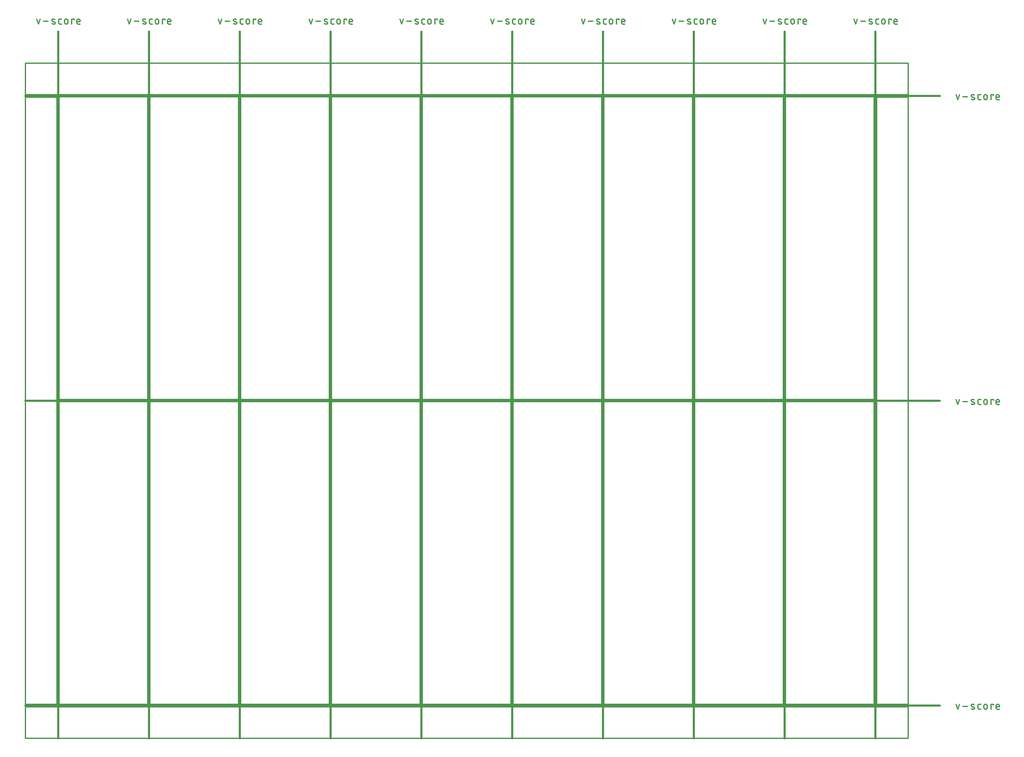
<source format=gko>
G04 EAGLE Gerber RS-274X export*
G75*
%MOMM*%
%FSLAX34Y34*%
%LPD*%
%IN*%
%IPPOS*%
%AMOC8*
5,1,8,0,0,1.08239X$1,22.5*%
G01*
%ADD10C,0.203200*%
%ADD11C,0.381000*%
%ADD12C,0.279400*%
%ADD13C,0.254000*%


D10*
X0Y0D02*
X177800Y0D01*
X177800Y609600D01*
X0Y609600D02*
X0Y0D01*
X0Y609600D02*
X177800Y609600D01*
X182880Y0D02*
X360680Y0D01*
X360680Y609600D01*
X182880Y609600D02*
X182880Y0D01*
X182880Y609600D02*
X360680Y609600D01*
X365760Y0D02*
X543560Y0D01*
X543560Y609600D01*
X365760Y609600D02*
X365760Y0D01*
X365760Y609600D02*
X543560Y609600D01*
X548640Y0D02*
X726440Y0D01*
X726440Y609600D01*
X548640Y609600D02*
X548640Y0D01*
X548640Y609600D02*
X726440Y609600D01*
X731520Y0D02*
X909320Y0D01*
X909320Y609600D01*
X731520Y609600D02*
X731520Y0D01*
X731520Y609600D02*
X909320Y609600D01*
X914400Y0D02*
X1092200Y0D01*
X1092200Y609600D01*
X914400Y609600D02*
X914400Y0D01*
X914400Y609600D02*
X1092200Y609600D01*
X1097280Y0D02*
X1275080Y0D01*
X1275080Y609600D01*
X1097280Y609600D02*
X1097280Y0D01*
X1097280Y609600D02*
X1275080Y609600D01*
X1280160Y0D02*
X1457960Y0D01*
X1457960Y609600D01*
X1280160Y609600D02*
X1280160Y0D01*
X1280160Y609600D02*
X1457960Y609600D01*
X1463040Y0D02*
X1640840Y0D01*
X1640840Y609600D01*
X1463040Y609600D02*
X1463040Y0D01*
X1463040Y609600D02*
X1640840Y609600D01*
X177800Y614680D02*
X0Y614680D01*
X177800Y614680D02*
X177800Y1224280D01*
X0Y1224280D02*
X0Y614680D01*
X0Y1224280D02*
X177800Y1224280D01*
X182880Y614680D02*
X360680Y614680D01*
X360680Y1224280D01*
X182880Y1224280D02*
X182880Y614680D01*
X182880Y1224280D02*
X360680Y1224280D01*
X365760Y614680D02*
X543560Y614680D01*
X543560Y1224280D01*
X365760Y1224280D02*
X365760Y614680D01*
X365760Y1224280D02*
X543560Y1224280D01*
X548640Y614680D02*
X726440Y614680D01*
X726440Y1224280D01*
X548640Y1224280D02*
X548640Y614680D01*
X548640Y1224280D02*
X726440Y1224280D01*
X731520Y614680D02*
X909320Y614680D01*
X909320Y1224280D01*
X731520Y1224280D02*
X731520Y614680D01*
X731520Y1224280D02*
X909320Y1224280D01*
X914400Y614680D02*
X1092200Y614680D01*
X1092200Y1224280D01*
X914400Y1224280D02*
X914400Y614680D01*
X914400Y1224280D02*
X1092200Y1224280D01*
X1097280Y614680D02*
X1275080Y614680D01*
X1275080Y1224280D01*
X1097280Y1224280D02*
X1097280Y614680D01*
X1097280Y1224280D02*
X1275080Y1224280D01*
X1280160Y614680D02*
X1457960Y614680D01*
X1457960Y1224280D01*
X1280160Y1224280D02*
X1280160Y614680D01*
X1280160Y1224280D02*
X1457960Y1224280D01*
X1463040Y614680D02*
X1640840Y614680D01*
X1640840Y1224280D01*
X1463040Y1224280D02*
X1463040Y614680D01*
X1463040Y1224280D02*
X1640840Y1224280D01*
D11*
X-2540Y1356360D02*
X-2540Y-68580D01*
D12*
X-42921Y1371727D02*
X-46251Y1381718D01*
X-39590Y1381718D02*
X-42921Y1371727D01*
X-32806Y1377555D02*
X-22815Y1377555D01*
X-14261Y1377555D02*
X-10098Y1375890D01*
X-14261Y1377554D02*
X-14346Y1377590D01*
X-14429Y1377630D01*
X-14510Y1377673D01*
X-14590Y1377720D01*
X-14667Y1377770D01*
X-14743Y1377823D01*
X-14816Y1377879D01*
X-14886Y1377939D01*
X-14954Y1378001D01*
X-15019Y1378066D01*
X-15081Y1378134D01*
X-15141Y1378205D01*
X-15197Y1378278D01*
X-15250Y1378353D01*
X-15300Y1378431D01*
X-15346Y1378510D01*
X-15389Y1378592D01*
X-15429Y1378675D01*
X-15465Y1378760D01*
X-15497Y1378846D01*
X-15526Y1378934D01*
X-15550Y1379023D01*
X-15571Y1379113D01*
X-15588Y1379203D01*
X-15602Y1379294D01*
X-15611Y1379386D01*
X-15616Y1379478D01*
X-15618Y1379570D01*
X-15616Y1379662D01*
X-15609Y1379754D01*
X-15599Y1379846D01*
X-15585Y1379937D01*
X-15567Y1380028D01*
X-15545Y1380117D01*
X-15519Y1380206D01*
X-15489Y1380293D01*
X-15456Y1380379D01*
X-15419Y1380463D01*
X-15379Y1380546D01*
X-15335Y1380627D01*
X-15288Y1380706D01*
X-15237Y1380783D01*
X-15183Y1380858D01*
X-15126Y1380931D01*
X-15066Y1381001D01*
X-15003Y1381068D01*
X-14937Y1381132D01*
X-14869Y1381194D01*
X-14798Y1381253D01*
X-14724Y1381308D01*
X-14648Y1381361D01*
X-14570Y1381410D01*
X-14490Y1381456D01*
X-14409Y1381498D01*
X-14325Y1381537D01*
X-14240Y1381572D01*
X-14153Y1381603D01*
X-14065Y1381631D01*
X-13976Y1381655D01*
X-13886Y1381675D01*
X-13796Y1381692D01*
X-13704Y1381704D01*
X-13612Y1381713D01*
X-13520Y1381717D01*
X-13428Y1381718D01*
X-13201Y1381712D01*
X-12974Y1381701D01*
X-12747Y1381684D01*
X-12521Y1381661D01*
X-12295Y1381634D01*
X-12070Y1381600D01*
X-11846Y1381562D01*
X-11623Y1381518D01*
X-11401Y1381469D01*
X-11180Y1381414D01*
X-10961Y1381354D01*
X-10743Y1381289D01*
X-10527Y1381218D01*
X-10313Y1381143D01*
X-10100Y1381062D01*
X-9890Y1380976D01*
X-9681Y1380885D01*
X-10098Y1375890D02*
X-10013Y1375854D01*
X-9930Y1375814D01*
X-9849Y1375771D01*
X-9769Y1375724D01*
X-9692Y1375674D01*
X-9616Y1375621D01*
X-9543Y1375565D01*
X-9473Y1375505D01*
X-9405Y1375443D01*
X-9340Y1375378D01*
X-9278Y1375310D01*
X-9218Y1375239D01*
X-9162Y1375166D01*
X-9109Y1375091D01*
X-9059Y1375013D01*
X-9013Y1374934D01*
X-8970Y1374852D01*
X-8930Y1374769D01*
X-8894Y1374684D01*
X-8862Y1374598D01*
X-8833Y1374510D01*
X-8809Y1374421D01*
X-8788Y1374331D01*
X-8771Y1374241D01*
X-8757Y1374150D01*
X-8748Y1374058D01*
X-8743Y1373966D01*
X-8741Y1373874D01*
X-8743Y1373782D01*
X-8750Y1373690D01*
X-8760Y1373598D01*
X-8774Y1373507D01*
X-8792Y1373416D01*
X-8814Y1373327D01*
X-8840Y1373238D01*
X-8870Y1373151D01*
X-8903Y1373065D01*
X-8940Y1372981D01*
X-8980Y1372898D01*
X-9024Y1372817D01*
X-9071Y1372738D01*
X-9122Y1372661D01*
X-9176Y1372586D01*
X-9233Y1372513D01*
X-9293Y1372443D01*
X-9356Y1372376D01*
X-9422Y1372312D01*
X-9490Y1372250D01*
X-9561Y1372191D01*
X-9635Y1372136D01*
X-9711Y1372083D01*
X-9789Y1372034D01*
X-9869Y1371988D01*
X-9950Y1371946D01*
X-10034Y1371907D01*
X-10119Y1371872D01*
X-10206Y1371841D01*
X-10294Y1371813D01*
X-10383Y1371789D01*
X-10473Y1371769D01*
X-10563Y1371752D01*
X-10655Y1371740D01*
X-10747Y1371731D01*
X-10839Y1371727D01*
X-10931Y1371726D01*
X-10931Y1371727D02*
X-11265Y1371736D01*
X-11598Y1371753D01*
X-11931Y1371777D01*
X-12264Y1371810D01*
X-12595Y1371850D01*
X-12926Y1371898D01*
X-13255Y1371954D01*
X-13583Y1372017D01*
X-13909Y1372089D01*
X-14233Y1372168D01*
X-14556Y1372254D01*
X-14876Y1372349D01*
X-15194Y1372451D01*
X-15510Y1372560D01*
X562Y1371727D02*
X3892Y1371727D01*
X562Y1371727D02*
X464Y1371729D01*
X366Y1371735D01*
X268Y1371744D01*
X171Y1371758D01*
X75Y1371775D01*
X-21Y1371796D01*
X-116Y1371821D01*
X-210Y1371849D01*
X-303Y1371881D01*
X-394Y1371917D01*
X-484Y1371956D01*
X-572Y1371999D01*
X-659Y1372046D01*
X-743Y1372095D01*
X-826Y1372148D01*
X-906Y1372204D01*
X-985Y1372263D01*
X-1060Y1372326D01*
X-1134Y1372391D01*
X-1204Y1372459D01*
X-1272Y1372529D01*
X-1338Y1372603D01*
X-1400Y1372679D01*
X-1459Y1372757D01*
X-1515Y1372837D01*
X-1568Y1372920D01*
X-1618Y1373004D01*
X-1664Y1373091D01*
X-1707Y1373179D01*
X-1746Y1373269D01*
X-1782Y1373360D01*
X-1814Y1373453D01*
X-1842Y1373547D01*
X-1867Y1373642D01*
X-1888Y1373738D01*
X-1905Y1373834D01*
X-1919Y1373931D01*
X-1928Y1374029D01*
X-1934Y1374127D01*
X-1936Y1374225D01*
X-1936Y1379220D01*
X-1934Y1379318D01*
X-1928Y1379416D01*
X-1919Y1379514D01*
X-1905Y1379611D01*
X-1888Y1379707D01*
X-1867Y1379803D01*
X-1842Y1379898D01*
X-1814Y1379992D01*
X-1782Y1380085D01*
X-1746Y1380176D01*
X-1707Y1380266D01*
X-1664Y1380354D01*
X-1617Y1380441D01*
X-1568Y1380525D01*
X-1515Y1380608D01*
X-1459Y1380688D01*
X-1400Y1380766D01*
X-1337Y1380842D01*
X-1272Y1380916D01*
X-1204Y1380986D01*
X-1134Y1381054D01*
X-1060Y1381119D01*
X-984Y1381182D01*
X-906Y1381241D01*
X-826Y1381297D01*
X-743Y1381350D01*
X-659Y1381399D01*
X-572Y1381446D01*
X-484Y1381489D01*
X-394Y1381528D01*
X-303Y1381564D01*
X-210Y1381596D01*
X-116Y1381624D01*
X-21Y1381649D01*
X75Y1381670D01*
X171Y1381687D01*
X268Y1381701D01*
X366Y1381710D01*
X464Y1381716D01*
X562Y1381718D01*
X3892Y1381718D01*
X10022Y1378387D02*
X10022Y1375057D01*
X10022Y1378387D02*
X10024Y1378501D01*
X10030Y1378614D01*
X10039Y1378728D01*
X10053Y1378840D01*
X10070Y1378953D01*
X10092Y1379065D01*
X10117Y1379175D01*
X10145Y1379285D01*
X10178Y1379394D01*
X10214Y1379502D01*
X10254Y1379609D01*
X10298Y1379714D01*
X10345Y1379817D01*
X10395Y1379919D01*
X10449Y1380019D01*
X10507Y1380117D01*
X10568Y1380213D01*
X10631Y1380307D01*
X10699Y1380399D01*
X10769Y1380489D01*
X10842Y1380575D01*
X10918Y1380660D01*
X10997Y1380742D01*
X11079Y1380821D01*
X11164Y1380897D01*
X11250Y1380970D01*
X11340Y1381040D01*
X11432Y1381108D01*
X11526Y1381171D01*
X11622Y1381232D01*
X11720Y1381290D01*
X11820Y1381344D01*
X11922Y1381394D01*
X12025Y1381441D01*
X12130Y1381485D01*
X12237Y1381525D01*
X12345Y1381561D01*
X12454Y1381594D01*
X12564Y1381622D01*
X12674Y1381647D01*
X12786Y1381669D01*
X12899Y1381686D01*
X13011Y1381700D01*
X13125Y1381709D01*
X13238Y1381715D01*
X13352Y1381717D01*
X13466Y1381715D01*
X13579Y1381709D01*
X13693Y1381700D01*
X13805Y1381686D01*
X13918Y1381669D01*
X14030Y1381647D01*
X14140Y1381622D01*
X14250Y1381594D01*
X14359Y1381561D01*
X14467Y1381525D01*
X14574Y1381485D01*
X14679Y1381441D01*
X14782Y1381394D01*
X14884Y1381344D01*
X14984Y1381290D01*
X15082Y1381232D01*
X15178Y1381171D01*
X15272Y1381108D01*
X15364Y1381040D01*
X15454Y1380970D01*
X15540Y1380897D01*
X15625Y1380821D01*
X15707Y1380742D01*
X15786Y1380660D01*
X15862Y1380575D01*
X15935Y1380489D01*
X16005Y1380399D01*
X16073Y1380307D01*
X16136Y1380213D01*
X16197Y1380117D01*
X16255Y1380019D01*
X16309Y1379919D01*
X16359Y1379817D01*
X16406Y1379714D01*
X16450Y1379609D01*
X16490Y1379502D01*
X16526Y1379394D01*
X16559Y1379285D01*
X16587Y1379175D01*
X16612Y1379065D01*
X16634Y1378953D01*
X16651Y1378840D01*
X16665Y1378728D01*
X16674Y1378614D01*
X16680Y1378501D01*
X16682Y1378387D01*
X16682Y1375057D01*
X16680Y1374943D01*
X16674Y1374830D01*
X16665Y1374716D01*
X16651Y1374604D01*
X16634Y1374491D01*
X16612Y1374379D01*
X16587Y1374269D01*
X16559Y1374159D01*
X16526Y1374050D01*
X16490Y1373942D01*
X16450Y1373835D01*
X16406Y1373730D01*
X16359Y1373627D01*
X16309Y1373525D01*
X16255Y1373425D01*
X16197Y1373327D01*
X16136Y1373231D01*
X16073Y1373137D01*
X16005Y1373045D01*
X15935Y1372955D01*
X15862Y1372869D01*
X15786Y1372784D01*
X15707Y1372702D01*
X15625Y1372623D01*
X15540Y1372547D01*
X15454Y1372474D01*
X15364Y1372404D01*
X15272Y1372336D01*
X15178Y1372273D01*
X15082Y1372212D01*
X14984Y1372154D01*
X14884Y1372100D01*
X14782Y1372050D01*
X14679Y1372003D01*
X14574Y1371959D01*
X14467Y1371919D01*
X14359Y1371883D01*
X14250Y1371850D01*
X14140Y1371822D01*
X14030Y1371797D01*
X13918Y1371775D01*
X13805Y1371758D01*
X13693Y1371744D01*
X13579Y1371735D01*
X13466Y1371729D01*
X13352Y1371727D01*
X13238Y1371729D01*
X13125Y1371735D01*
X13011Y1371744D01*
X12899Y1371758D01*
X12786Y1371775D01*
X12674Y1371797D01*
X12564Y1371822D01*
X12454Y1371850D01*
X12345Y1371883D01*
X12237Y1371919D01*
X12130Y1371959D01*
X12025Y1372003D01*
X11922Y1372050D01*
X11820Y1372100D01*
X11720Y1372154D01*
X11622Y1372212D01*
X11526Y1372273D01*
X11432Y1372336D01*
X11340Y1372404D01*
X11250Y1372474D01*
X11164Y1372547D01*
X11079Y1372623D01*
X10997Y1372702D01*
X10918Y1372784D01*
X10842Y1372869D01*
X10769Y1372955D01*
X10699Y1373045D01*
X10631Y1373137D01*
X10568Y1373231D01*
X10507Y1373327D01*
X10449Y1373425D01*
X10395Y1373525D01*
X10345Y1373627D01*
X10298Y1373730D01*
X10254Y1373835D01*
X10214Y1373942D01*
X10178Y1374050D01*
X10145Y1374159D01*
X10117Y1374269D01*
X10092Y1374379D01*
X10070Y1374491D01*
X10053Y1374604D01*
X10039Y1374716D01*
X10030Y1374830D01*
X10024Y1374943D01*
X10022Y1375057D01*
X24218Y1371727D02*
X24218Y1381718D01*
X29213Y1381718D01*
X29213Y1380053D01*
X37008Y1371727D02*
X41171Y1371727D01*
X37008Y1371727D02*
X36910Y1371729D01*
X36812Y1371735D01*
X36714Y1371744D01*
X36617Y1371758D01*
X36521Y1371775D01*
X36425Y1371796D01*
X36330Y1371821D01*
X36236Y1371849D01*
X36143Y1371881D01*
X36052Y1371917D01*
X35962Y1371956D01*
X35874Y1371999D01*
X35787Y1372046D01*
X35703Y1372095D01*
X35620Y1372148D01*
X35540Y1372204D01*
X35462Y1372263D01*
X35386Y1372326D01*
X35312Y1372391D01*
X35242Y1372459D01*
X35174Y1372529D01*
X35109Y1372603D01*
X35046Y1372679D01*
X34987Y1372757D01*
X34931Y1372837D01*
X34878Y1372920D01*
X34829Y1373004D01*
X34782Y1373091D01*
X34739Y1373179D01*
X34700Y1373269D01*
X34664Y1373360D01*
X34632Y1373453D01*
X34604Y1373547D01*
X34579Y1373642D01*
X34558Y1373738D01*
X34541Y1373834D01*
X34527Y1373931D01*
X34518Y1374029D01*
X34512Y1374127D01*
X34510Y1374225D01*
X34510Y1378387D01*
X34511Y1378387D02*
X34513Y1378501D01*
X34519Y1378614D01*
X34528Y1378728D01*
X34542Y1378840D01*
X34559Y1378953D01*
X34581Y1379065D01*
X34606Y1379175D01*
X34634Y1379285D01*
X34667Y1379394D01*
X34703Y1379502D01*
X34743Y1379609D01*
X34787Y1379714D01*
X34834Y1379817D01*
X34884Y1379919D01*
X34938Y1380019D01*
X34996Y1380117D01*
X35057Y1380213D01*
X35120Y1380307D01*
X35188Y1380399D01*
X35258Y1380489D01*
X35331Y1380575D01*
X35407Y1380660D01*
X35486Y1380742D01*
X35568Y1380821D01*
X35653Y1380897D01*
X35739Y1380970D01*
X35829Y1381040D01*
X35921Y1381108D01*
X36015Y1381171D01*
X36111Y1381232D01*
X36209Y1381290D01*
X36309Y1381344D01*
X36411Y1381394D01*
X36514Y1381441D01*
X36619Y1381485D01*
X36726Y1381525D01*
X36834Y1381561D01*
X36943Y1381594D01*
X37053Y1381622D01*
X37163Y1381647D01*
X37275Y1381669D01*
X37388Y1381686D01*
X37500Y1381700D01*
X37614Y1381709D01*
X37727Y1381715D01*
X37841Y1381717D01*
X37955Y1381715D01*
X38068Y1381709D01*
X38182Y1381700D01*
X38294Y1381686D01*
X38407Y1381669D01*
X38519Y1381647D01*
X38629Y1381622D01*
X38739Y1381594D01*
X38848Y1381561D01*
X38956Y1381525D01*
X39063Y1381485D01*
X39168Y1381441D01*
X39271Y1381394D01*
X39373Y1381344D01*
X39473Y1381290D01*
X39571Y1381232D01*
X39667Y1381171D01*
X39761Y1381108D01*
X39853Y1381040D01*
X39943Y1380970D01*
X40029Y1380897D01*
X40114Y1380821D01*
X40196Y1380742D01*
X40275Y1380660D01*
X40351Y1380575D01*
X40424Y1380489D01*
X40494Y1380399D01*
X40562Y1380307D01*
X40625Y1380213D01*
X40686Y1380117D01*
X40744Y1380019D01*
X40798Y1379919D01*
X40848Y1379817D01*
X40895Y1379714D01*
X40939Y1379609D01*
X40979Y1379502D01*
X41015Y1379394D01*
X41048Y1379285D01*
X41076Y1379175D01*
X41101Y1379065D01*
X41123Y1378953D01*
X41140Y1378840D01*
X41154Y1378728D01*
X41163Y1378614D01*
X41169Y1378501D01*
X41171Y1378387D01*
X41171Y1376722D01*
X34510Y1376722D01*
D11*
X180340Y1356360D02*
X180340Y-68580D01*
D12*
X139959Y1371727D02*
X136629Y1381718D01*
X143290Y1381718D02*
X139959Y1371727D01*
X150074Y1377555D02*
X160065Y1377555D01*
X168619Y1377555D02*
X172782Y1375890D01*
X168619Y1377554D02*
X168534Y1377590D01*
X168451Y1377630D01*
X168370Y1377673D01*
X168290Y1377720D01*
X168213Y1377770D01*
X168137Y1377823D01*
X168064Y1377879D01*
X167994Y1377939D01*
X167926Y1378001D01*
X167861Y1378066D01*
X167799Y1378134D01*
X167739Y1378205D01*
X167683Y1378278D01*
X167630Y1378353D01*
X167580Y1378431D01*
X167534Y1378510D01*
X167491Y1378592D01*
X167451Y1378675D01*
X167415Y1378760D01*
X167383Y1378846D01*
X167354Y1378934D01*
X167330Y1379023D01*
X167309Y1379113D01*
X167292Y1379203D01*
X167278Y1379294D01*
X167269Y1379386D01*
X167264Y1379478D01*
X167262Y1379570D01*
X167264Y1379662D01*
X167271Y1379754D01*
X167281Y1379846D01*
X167295Y1379937D01*
X167313Y1380028D01*
X167335Y1380117D01*
X167361Y1380206D01*
X167391Y1380293D01*
X167424Y1380379D01*
X167461Y1380463D01*
X167501Y1380546D01*
X167545Y1380627D01*
X167592Y1380706D01*
X167643Y1380783D01*
X167697Y1380858D01*
X167754Y1380931D01*
X167814Y1381001D01*
X167877Y1381068D01*
X167943Y1381132D01*
X168011Y1381194D01*
X168082Y1381253D01*
X168156Y1381308D01*
X168232Y1381361D01*
X168310Y1381410D01*
X168390Y1381456D01*
X168471Y1381498D01*
X168555Y1381537D01*
X168640Y1381572D01*
X168727Y1381603D01*
X168815Y1381631D01*
X168904Y1381655D01*
X168994Y1381675D01*
X169084Y1381692D01*
X169176Y1381704D01*
X169268Y1381713D01*
X169360Y1381717D01*
X169452Y1381718D01*
X169679Y1381712D01*
X169906Y1381701D01*
X170133Y1381684D01*
X170359Y1381661D01*
X170585Y1381634D01*
X170810Y1381600D01*
X171034Y1381562D01*
X171257Y1381518D01*
X171479Y1381469D01*
X171700Y1381414D01*
X171919Y1381354D01*
X172137Y1381289D01*
X172353Y1381218D01*
X172567Y1381143D01*
X172780Y1381062D01*
X172990Y1380976D01*
X173199Y1380885D01*
X172782Y1375890D02*
X172867Y1375854D01*
X172950Y1375814D01*
X173031Y1375771D01*
X173111Y1375724D01*
X173188Y1375674D01*
X173264Y1375621D01*
X173337Y1375565D01*
X173407Y1375505D01*
X173475Y1375443D01*
X173540Y1375378D01*
X173602Y1375310D01*
X173662Y1375239D01*
X173718Y1375166D01*
X173771Y1375091D01*
X173821Y1375013D01*
X173867Y1374934D01*
X173910Y1374852D01*
X173950Y1374769D01*
X173986Y1374684D01*
X174018Y1374598D01*
X174047Y1374510D01*
X174071Y1374421D01*
X174092Y1374331D01*
X174109Y1374241D01*
X174123Y1374150D01*
X174132Y1374058D01*
X174137Y1373966D01*
X174139Y1373874D01*
X174137Y1373782D01*
X174130Y1373690D01*
X174120Y1373598D01*
X174106Y1373507D01*
X174088Y1373416D01*
X174066Y1373327D01*
X174040Y1373238D01*
X174010Y1373151D01*
X173977Y1373065D01*
X173940Y1372981D01*
X173900Y1372898D01*
X173856Y1372817D01*
X173809Y1372738D01*
X173758Y1372661D01*
X173704Y1372586D01*
X173647Y1372513D01*
X173587Y1372443D01*
X173524Y1372376D01*
X173458Y1372312D01*
X173390Y1372250D01*
X173319Y1372191D01*
X173245Y1372136D01*
X173169Y1372083D01*
X173091Y1372034D01*
X173011Y1371988D01*
X172930Y1371946D01*
X172846Y1371907D01*
X172761Y1371872D01*
X172674Y1371841D01*
X172586Y1371813D01*
X172497Y1371789D01*
X172407Y1371769D01*
X172317Y1371752D01*
X172225Y1371740D01*
X172133Y1371731D01*
X172041Y1371727D01*
X171949Y1371726D01*
X171949Y1371727D02*
X171615Y1371736D01*
X171282Y1371753D01*
X170949Y1371777D01*
X170616Y1371810D01*
X170285Y1371850D01*
X169954Y1371898D01*
X169625Y1371954D01*
X169297Y1372017D01*
X168971Y1372089D01*
X168647Y1372168D01*
X168324Y1372254D01*
X168004Y1372349D01*
X167686Y1372451D01*
X167370Y1372560D01*
X183442Y1371727D02*
X186772Y1371727D01*
X183442Y1371727D02*
X183344Y1371729D01*
X183246Y1371735D01*
X183148Y1371744D01*
X183051Y1371758D01*
X182955Y1371775D01*
X182859Y1371796D01*
X182764Y1371821D01*
X182670Y1371849D01*
X182577Y1371881D01*
X182486Y1371917D01*
X182396Y1371956D01*
X182308Y1371999D01*
X182221Y1372046D01*
X182137Y1372095D01*
X182054Y1372148D01*
X181974Y1372204D01*
X181896Y1372263D01*
X181820Y1372326D01*
X181746Y1372391D01*
X181676Y1372459D01*
X181608Y1372529D01*
X181543Y1372603D01*
X181480Y1372679D01*
X181421Y1372757D01*
X181365Y1372837D01*
X181312Y1372920D01*
X181263Y1373004D01*
X181216Y1373091D01*
X181173Y1373179D01*
X181134Y1373269D01*
X181098Y1373360D01*
X181066Y1373453D01*
X181038Y1373547D01*
X181013Y1373642D01*
X180992Y1373738D01*
X180975Y1373834D01*
X180961Y1373931D01*
X180952Y1374029D01*
X180946Y1374127D01*
X180944Y1374225D01*
X180944Y1379220D01*
X180946Y1379318D01*
X180952Y1379416D01*
X180961Y1379514D01*
X180975Y1379611D01*
X180992Y1379707D01*
X181013Y1379803D01*
X181038Y1379898D01*
X181066Y1379992D01*
X181098Y1380085D01*
X181134Y1380176D01*
X181173Y1380266D01*
X181216Y1380354D01*
X181263Y1380441D01*
X181312Y1380525D01*
X181365Y1380608D01*
X181421Y1380688D01*
X181480Y1380767D01*
X181543Y1380842D01*
X181608Y1380916D01*
X181676Y1380986D01*
X181746Y1381054D01*
X181820Y1381120D01*
X181896Y1381182D01*
X181974Y1381241D01*
X182054Y1381297D01*
X182137Y1381350D01*
X182221Y1381400D01*
X182308Y1381446D01*
X182396Y1381489D01*
X182486Y1381528D01*
X182577Y1381564D01*
X182670Y1381596D01*
X182764Y1381624D01*
X182859Y1381649D01*
X182955Y1381670D01*
X183051Y1381687D01*
X183148Y1381701D01*
X183246Y1381710D01*
X183344Y1381716D01*
X183442Y1381718D01*
X186772Y1381718D01*
X192902Y1378387D02*
X192902Y1375057D01*
X192902Y1378387D02*
X192904Y1378501D01*
X192910Y1378614D01*
X192919Y1378728D01*
X192933Y1378840D01*
X192950Y1378953D01*
X192972Y1379065D01*
X192997Y1379175D01*
X193025Y1379285D01*
X193058Y1379394D01*
X193094Y1379502D01*
X193134Y1379609D01*
X193178Y1379714D01*
X193225Y1379817D01*
X193275Y1379919D01*
X193329Y1380019D01*
X193387Y1380117D01*
X193448Y1380213D01*
X193511Y1380307D01*
X193579Y1380399D01*
X193649Y1380489D01*
X193722Y1380575D01*
X193798Y1380660D01*
X193877Y1380742D01*
X193959Y1380821D01*
X194044Y1380897D01*
X194130Y1380970D01*
X194220Y1381040D01*
X194312Y1381108D01*
X194406Y1381171D01*
X194502Y1381232D01*
X194600Y1381290D01*
X194700Y1381344D01*
X194802Y1381394D01*
X194905Y1381441D01*
X195010Y1381485D01*
X195117Y1381525D01*
X195225Y1381561D01*
X195334Y1381594D01*
X195444Y1381622D01*
X195554Y1381647D01*
X195666Y1381669D01*
X195779Y1381686D01*
X195891Y1381700D01*
X196005Y1381709D01*
X196118Y1381715D01*
X196232Y1381717D01*
X196346Y1381715D01*
X196459Y1381709D01*
X196573Y1381700D01*
X196685Y1381686D01*
X196798Y1381669D01*
X196910Y1381647D01*
X197020Y1381622D01*
X197130Y1381594D01*
X197239Y1381561D01*
X197347Y1381525D01*
X197454Y1381485D01*
X197559Y1381441D01*
X197662Y1381394D01*
X197764Y1381344D01*
X197864Y1381290D01*
X197962Y1381232D01*
X198058Y1381171D01*
X198152Y1381108D01*
X198244Y1381040D01*
X198334Y1380970D01*
X198420Y1380897D01*
X198505Y1380821D01*
X198587Y1380742D01*
X198666Y1380660D01*
X198742Y1380575D01*
X198815Y1380489D01*
X198885Y1380399D01*
X198953Y1380307D01*
X199016Y1380213D01*
X199077Y1380117D01*
X199135Y1380019D01*
X199189Y1379919D01*
X199239Y1379817D01*
X199286Y1379714D01*
X199330Y1379609D01*
X199370Y1379502D01*
X199406Y1379394D01*
X199439Y1379285D01*
X199467Y1379175D01*
X199492Y1379065D01*
X199514Y1378953D01*
X199531Y1378840D01*
X199545Y1378728D01*
X199554Y1378614D01*
X199560Y1378501D01*
X199562Y1378387D01*
X199562Y1375057D01*
X199560Y1374943D01*
X199554Y1374830D01*
X199545Y1374716D01*
X199531Y1374604D01*
X199514Y1374491D01*
X199492Y1374379D01*
X199467Y1374269D01*
X199439Y1374159D01*
X199406Y1374050D01*
X199370Y1373942D01*
X199330Y1373835D01*
X199286Y1373730D01*
X199239Y1373627D01*
X199189Y1373525D01*
X199135Y1373425D01*
X199077Y1373327D01*
X199016Y1373231D01*
X198953Y1373137D01*
X198885Y1373045D01*
X198815Y1372955D01*
X198742Y1372869D01*
X198666Y1372784D01*
X198587Y1372702D01*
X198505Y1372623D01*
X198420Y1372547D01*
X198334Y1372474D01*
X198244Y1372404D01*
X198152Y1372336D01*
X198058Y1372273D01*
X197962Y1372212D01*
X197864Y1372154D01*
X197764Y1372100D01*
X197662Y1372050D01*
X197559Y1372003D01*
X197454Y1371959D01*
X197347Y1371919D01*
X197239Y1371883D01*
X197130Y1371850D01*
X197020Y1371822D01*
X196910Y1371797D01*
X196798Y1371775D01*
X196685Y1371758D01*
X196573Y1371744D01*
X196459Y1371735D01*
X196346Y1371729D01*
X196232Y1371727D01*
X196118Y1371729D01*
X196005Y1371735D01*
X195891Y1371744D01*
X195779Y1371758D01*
X195666Y1371775D01*
X195554Y1371797D01*
X195444Y1371822D01*
X195334Y1371850D01*
X195225Y1371883D01*
X195117Y1371919D01*
X195010Y1371959D01*
X194905Y1372003D01*
X194802Y1372050D01*
X194700Y1372100D01*
X194600Y1372154D01*
X194502Y1372212D01*
X194406Y1372273D01*
X194312Y1372336D01*
X194220Y1372404D01*
X194130Y1372474D01*
X194044Y1372547D01*
X193959Y1372623D01*
X193877Y1372702D01*
X193798Y1372784D01*
X193722Y1372869D01*
X193649Y1372955D01*
X193579Y1373045D01*
X193511Y1373137D01*
X193448Y1373231D01*
X193387Y1373327D01*
X193329Y1373425D01*
X193275Y1373525D01*
X193225Y1373627D01*
X193178Y1373730D01*
X193134Y1373835D01*
X193094Y1373942D01*
X193058Y1374050D01*
X193025Y1374159D01*
X192997Y1374269D01*
X192972Y1374379D01*
X192950Y1374491D01*
X192933Y1374604D01*
X192919Y1374716D01*
X192910Y1374830D01*
X192904Y1374943D01*
X192902Y1375057D01*
X207098Y1371727D02*
X207098Y1381718D01*
X212093Y1381718D01*
X212093Y1380053D01*
X219888Y1371727D02*
X224051Y1371727D01*
X219888Y1371727D02*
X219790Y1371729D01*
X219692Y1371735D01*
X219594Y1371744D01*
X219497Y1371758D01*
X219401Y1371775D01*
X219305Y1371796D01*
X219210Y1371821D01*
X219116Y1371849D01*
X219023Y1371881D01*
X218932Y1371917D01*
X218842Y1371956D01*
X218754Y1371999D01*
X218667Y1372046D01*
X218583Y1372095D01*
X218500Y1372148D01*
X218420Y1372204D01*
X218342Y1372263D01*
X218266Y1372326D01*
X218192Y1372391D01*
X218122Y1372459D01*
X218054Y1372529D01*
X217989Y1372603D01*
X217926Y1372679D01*
X217867Y1372757D01*
X217811Y1372837D01*
X217758Y1372920D01*
X217709Y1373004D01*
X217662Y1373091D01*
X217619Y1373179D01*
X217580Y1373269D01*
X217544Y1373360D01*
X217512Y1373453D01*
X217484Y1373547D01*
X217459Y1373642D01*
X217438Y1373738D01*
X217421Y1373834D01*
X217407Y1373931D01*
X217398Y1374029D01*
X217392Y1374127D01*
X217390Y1374225D01*
X217390Y1378387D01*
X217391Y1378387D02*
X217393Y1378501D01*
X217399Y1378614D01*
X217408Y1378728D01*
X217422Y1378840D01*
X217439Y1378953D01*
X217461Y1379065D01*
X217486Y1379175D01*
X217514Y1379285D01*
X217547Y1379394D01*
X217583Y1379502D01*
X217623Y1379609D01*
X217667Y1379714D01*
X217714Y1379817D01*
X217764Y1379919D01*
X217818Y1380019D01*
X217876Y1380117D01*
X217937Y1380213D01*
X218000Y1380307D01*
X218068Y1380399D01*
X218138Y1380489D01*
X218211Y1380575D01*
X218287Y1380660D01*
X218366Y1380742D01*
X218448Y1380821D01*
X218533Y1380897D01*
X218619Y1380970D01*
X218709Y1381040D01*
X218801Y1381108D01*
X218895Y1381171D01*
X218991Y1381232D01*
X219089Y1381290D01*
X219189Y1381344D01*
X219291Y1381394D01*
X219394Y1381441D01*
X219499Y1381485D01*
X219606Y1381525D01*
X219714Y1381561D01*
X219823Y1381594D01*
X219933Y1381622D01*
X220043Y1381647D01*
X220155Y1381669D01*
X220268Y1381686D01*
X220380Y1381700D01*
X220494Y1381709D01*
X220607Y1381715D01*
X220721Y1381717D01*
X220835Y1381715D01*
X220948Y1381709D01*
X221062Y1381700D01*
X221174Y1381686D01*
X221287Y1381669D01*
X221399Y1381647D01*
X221509Y1381622D01*
X221619Y1381594D01*
X221728Y1381561D01*
X221836Y1381525D01*
X221943Y1381485D01*
X222048Y1381441D01*
X222151Y1381394D01*
X222253Y1381344D01*
X222353Y1381290D01*
X222451Y1381232D01*
X222547Y1381171D01*
X222641Y1381108D01*
X222733Y1381040D01*
X222823Y1380970D01*
X222909Y1380897D01*
X222994Y1380821D01*
X223076Y1380742D01*
X223155Y1380660D01*
X223231Y1380575D01*
X223304Y1380489D01*
X223374Y1380399D01*
X223442Y1380307D01*
X223505Y1380213D01*
X223566Y1380117D01*
X223624Y1380019D01*
X223678Y1379919D01*
X223728Y1379817D01*
X223775Y1379714D01*
X223819Y1379609D01*
X223859Y1379502D01*
X223895Y1379394D01*
X223928Y1379285D01*
X223956Y1379175D01*
X223981Y1379065D01*
X224003Y1378953D01*
X224020Y1378840D01*
X224034Y1378728D01*
X224043Y1378614D01*
X224049Y1378501D01*
X224051Y1378387D01*
X224051Y1376722D01*
X217390Y1376722D01*
D11*
X363220Y1356360D02*
X363220Y-68580D01*
D12*
X322839Y1371727D02*
X319509Y1381718D01*
X326170Y1381718D02*
X322839Y1371727D01*
X332954Y1377555D02*
X342945Y1377555D01*
X351499Y1377555D02*
X355662Y1375890D01*
X351499Y1377554D02*
X351414Y1377590D01*
X351331Y1377630D01*
X351250Y1377673D01*
X351170Y1377720D01*
X351093Y1377770D01*
X351017Y1377823D01*
X350944Y1377879D01*
X350874Y1377939D01*
X350806Y1378001D01*
X350741Y1378066D01*
X350679Y1378134D01*
X350619Y1378205D01*
X350563Y1378278D01*
X350510Y1378353D01*
X350460Y1378431D01*
X350414Y1378510D01*
X350371Y1378592D01*
X350331Y1378675D01*
X350295Y1378760D01*
X350263Y1378846D01*
X350234Y1378934D01*
X350210Y1379023D01*
X350189Y1379113D01*
X350172Y1379203D01*
X350158Y1379294D01*
X350149Y1379386D01*
X350144Y1379478D01*
X350142Y1379570D01*
X350144Y1379662D01*
X350151Y1379754D01*
X350161Y1379846D01*
X350175Y1379937D01*
X350193Y1380028D01*
X350215Y1380117D01*
X350241Y1380206D01*
X350271Y1380293D01*
X350304Y1380379D01*
X350341Y1380463D01*
X350381Y1380546D01*
X350425Y1380627D01*
X350472Y1380706D01*
X350523Y1380783D01*
X350577Y1380858D01*
X350634Y1380931D01*
X350694Y1381001D01*
X350757Y1381068D01*
X350823Y1381132D01*
X350891Y1381194D01*
X350962Y1381253D01*
X351036Y1381308D01*
X351112Y1381361D01*
X351190Y1381410D01*
X351270Y1381456D01*
X351351Y1381498D01*
X351435Y1381537D01*
X351520Y1381572D01*
X351607Y1381603D01*
X351695Y1381631D01*
X351784Y1381655D01*
X351874Y1381675D01*
X351964Y1381692D01*
X352056Y1381704D01*
X352148Y1381713D01*
X352240Y1381717D01*
X352332Y1381718D01*
X352559Y1381712D01*
X352786Y1381701D01*
X353013Y1381684D01*
X353239Y1381661D01*
X353465Y1381634D01*
X353690Y1381600D01*
X353914Y1381562D01*
X354137Y1381518D01*
X354359Y1381469D01*
X354580Y1381414D01*
X354799Y1381354D01*
X355017Y1381289D01*
X355233Y1381218D01*
X355447Y1381143D01*
X355660Y1381062D01*
X355870Y1380976D01*
X356079Y1380885D01*
X355662Y1375890D02*
X355747Y1375854D01*
X355830Y1375814D01*
X355911Y1375771D01*
X355991Y1375724D01*
X356068Y1375674D01*
X356144Y1375621D01*
X356217Y1375565D01*
X356287Y1375505D01*
X356355Y1375443D01*
X356420Y1375378D01*
X356482Y1375310D01*
X356542Y1375239D01*
X356598Y1375166D01*
X356651Y1375091D01*
X356701Y1375013D01*
X356747Y1374934D01*
X356790Y1374852D01*
X356830Y1374769D01*
X356866Y1374684D01*
X356898Y1374598D01*
X356927Y1374510D01*
X356951Y1374421D01*
X356972Y1374331D01*
X356989Y1374241D01*
X357003Y1374150D01*
X357012Y1374058D01*
X357017Y1373966D01*
X357019Y1373874D01*
X357017Y1373782D01*
X357010Y1373690D01*
X357000Y1373598D01*
X356986Y1373507D01*
X356968Y1373416D01*
X356946Y1373327D01*
X356920Y1373238D01*
X356890Y1373151D01*
X356857Y1373065D01*
X356820Y1372981D01*
X356780Y1372898D01*
X356736Y1372817D01*
X356689Y1372738D01*
X356638Y1372661D01*
X356584Y1372586D01*
X356527Y1372513D01*
X356467Y1372443D01*
X356404Y1372376D01*
X356338Y1372312D01*
X356270Y1372250D01*
X356199Y1372191D01*
X356125Y1372136D01*
X356049Y1372083D01*
X355971Y1372034D01*
X355891Y1371988D01*
X355810Y1371946D01*
X355726Y1371907D01*
X355641Y1371872D01*
X355554Y1371841D01*
X355466Y1371813D01*
X355377Y1371789D01*
X355287Y1371769D01*
X355197Y1371752D01*
X355105Y1371740D01*
X355013Y1371731D01*
X354921Y1371727D01*
X354829Y1371726D01*
X354829Y1371727D02*
X354495Y1371736D01*
X354162Y1371753D01*
X353829Y1371777D01*
X353496Y1371810D01*
X353165Y1371850D01*
X352834Y1371898D01*
X352505Y1371954D01*
X352177Y1372017D01*
X351851Y1372089D01*
X351527Y1372168D01*
X351204Y1372254D01*
X350884Y1372349D01*
X350566Y1372451D01*
X350250Y1372560D01*
X366322Y1371727D02*
X369652Y1371727D01*
X366322Y1371727D02*
X366224Y1371729D01*
X366126Y1371735D01*
X366028Y1371744D01*
X365931Y1371758D01*
X365835Y1371775D01*
X365739Y1371796D01*
X365644Y1371821D01*
X365550Y1371849D01*
X365457Y1371881D01*
X365366Y1371917D01*
X365276Y1371956D01*
X365188Y1371999D01*
X365101Y1372046D01*
X365017Y1372095D01*
X364934Y1372148D01*
X364854Y1372204D01*
X364776Y1372263D01*
X364700Y1372326D01*
X364626Y1372391D01*
X364556Y1372459D01*
X364488Y1372529D01*
X364423Y1372603D01*
X364360Y1372679D01*
X364301Y1372757D01*
X364245Y1372837D01*
X364192Y1372920D01*
X364143Y1373004D01*
X364096Y1373091D01*
X364053Y1373179D01*
X364014Y1373269D01*
X363978Y1373360D01*
X363946Y1373453D01*
X363918Y1373547D01*
X363893Y1373642D01*
X363872Y1373738D01*
X363855Y1373834D01*
X363841Y1373931D01*
X363832Y1374029D01*
X363826Y1374127D01*
X363824Y1374225D01*
X363824Y1379220D01*
X363826Y1379318D01*
X363832Y1379416D01*
X363841Y1379514D01*
X363855Y1379611D01*
X363872Y1379707D01*
X363893Y1379803D01*
X363918Y1379898D01*
X363946Y1379992D01*
X363978Y1380085D01*
X364014Y1380176D01*
X364053Y1380266D01*
X364096Y1380354D01*
X364143Y1380441D01*
X364192Y1380525D01*
X364245Y1380608D01*
X364301Y1380688D01*
X364360Y1380767D01*
X364423Y1380842D01*
X364488Y1380916D01*
X364556Y1380986D01*
X364626Y1381054D01*
X364700Y1381120D01*
X364776Y1381182D01*
X364854Y1381241D01*
X364934Y1381297D01*
X365017Y1381350D01*
X365101Y1381400D01*
X365188Y1381446D01*
X365276Y1381489D01*
X365366Y1381528D01*
X365457Y1381564D01*
X365550Y1381596D01*
X365644Y1381624D01*
X365739Y1381649D01*
X365835Y1381670D01*
X365931Y1381687D01*
X366028Y1381701D01*
X366126Y1381710D01*
X366224Y1381716D01*
X366322Y1381718D01*
X369652Y1381718D01*
X375782Y1378387D02*
X375782Y1375057D01*
X375782Y1378387D02*
X375784Y1378501D01*
X375790Y1378614D01*
X375799Y1378728D01*
X375813Y1378840D01*
X375830Y1378953D01*
X375852Y1379065D01*
X375877Y1379175D01*
X375905Y1379285D01*
X375938Y1379394D01*
X375974Y1379502D01*
X376014Y1379609D01*
X376058Y1379714D01*
X376105Y1379817D01*
X376155Y1379919D01*
X376209Y1380019D01*
X376267Y1380117D01*
X376328Y1380213D01*
X376391Y1380307D01*
X376459Y1380399D01*
X376529Y1380489D01*
X376602Y1380575D01*
X376678Y1380660D01*
X376757Y1380742D01*
X376839Y1380821D01*
X376924Y1380897D01*
X377010Y1380970D01*
X377100Y1381040D01*
X377192Y1381108D01*
X377286Y1381171D01*
X377382Y1381232D01*
X377480Y1381290D01*
X377580Y1381344D01*
X377682Y1381394D01*
X377785Y1381441D01*
X377890Y1381485D01*
X377997Y1381525D01*
X378105Y1381561D01*
X378214Y1381594D01*
X378324Y1381622D01*
X378434Y1381647D01*
X378546Y1381669D01*
X378659Y1381686D01*
X378771Y1381700D01*
X378885Y1381709D01*
X378998Y1381715D01*
X379112Y1381717D01*
X379226Y1381715D01*
X379339Y1381709D01*
X379453Y1381700D01*
X379565Y1381686D01*
X379678Y1381669D01*
X379790Y1381647D01*
X379900Y1381622D01*
X380010Y1381594D01*
X380119Y1381561D01*
X380227Y1381525D01*
X380334Y1381485D01*
X380439Y1381441D01*
X380542Y1381394D01*
X380644Y1381344D01*
X380744Y1381290D01*
X380842Y1381232D01*
X380938Y1381171D01*
X381032Y1381108D01*
X381124Y1381040D01*
X381214Y1380970D01*
X381300Y1380897D01*
X381385Y1380821D01*
X381467Y1380742D01*
X381546Y1380660D01*
X381622Y1380575D01*
X381695Y1380489D01*
X381765Y1380399D01*
X381833Y1380307D01*
X381896Y1380213D01*
X381957Y1380117D01*
X382015Y1380019D01*
X382069Y1379919D01*
X382119Y1379817D01*
X382166Y1379714D01*
X382210Y1379609D01*
X382250Y1379502D01*
X382286Y1379394D01*
X382319Y1379285D01*
X382347Y1379175D01*
X382372Y1379065D01*
X382394Y1378953D01*
X382411Y1378840D01*
X382425Y1378728D01*
X382434Y1378614D01*
X382440Y1378501D01*
X382442Y1378387D01*
X382442Y1375057D01*
X382440Y1374943D01*
X382434Y1374830D01*
X382425Y1374716D01*
X382411Y1374604D01*
X382394Y1374491D01*
X382372Y1374379D01*
X382347Y1374269D01*
X382319Y1374159D01*
X382286Y1374050D01*
X382250Y1373942D01*
X382210Y1373835D01*
X382166Y1373730D01*
X382119Y1373627D01*
X382069Y1373525D01*
X382015Y1373425D01*
X381957Y1373327D01*
X381896Y1373231D01*
X381833Y1373137D01*
X381765Y1373045D01*
X381695Y1372955D01*
X381622Y1372869D01*
X381546Y1372784D01*
X381467Y1372702D01*
X381385Y1372623D01*
X381300Y1372547D01*
X381214Y1372474D01*
X381124Y1372404D01*
X381032Y1372336D01*
X380938Y1372273D01*
X380842Y1372212D01*
X380744Y1372154D01*
X380644Y1372100D01*
X380542Y1372050D01*
X380439Y1372003D01*
X380334Y1371959D01*
X380227Y1371919D01*
X380119Y1371883D01*
X380010Y1371850D01*
X379900Y1371822D01*
X379790Y1371797D01*
X379678Y1371775D01*
X379565Y1371758D01*
X379453Y1371744D01*
X379339Y1371735D01*
X379226Y1371729D01*
X379112Y1371727D01*
X378998Y1371729D01*
X378885Y1371735D01*
X378771Y1371744D01*
X378659Y1371758D01*
X378546Y1371775D01*
X378434Y1371797D01*
X378324Y1371822D01*
X378214Y1371850D01*
X378105Y1371883D01*
X377997Y1371919D01*
X377890Y1371959D01*
X377785Y1372003D01*
X377682Y1372050D01*
X377580Y1372100D01*
X377480Y1372154D01*
X377382Y1372212D01*
X377286Y1372273D01*
X377192Y1372336D01*
X377100Y1372404D01*
X377010Y1372474D01*
X376924Y1372547D01*
X376839Y1372623D01*
X376757Y1372702D01*
X376678Y1372784D01*
X376602Y1372869D01*
X376529Y1372955D01*
X376459Y1373045D01*
X376391Y1373137D01*
X376328Y1373231D01*
X376267Y1373327D01*
X376209Y1373425D01*
X376155Y1373525D01*
X376105Y1373627D01*
X376058Y1373730D01*
X376014Y1373835D01*
X375974Y1373942D01*
X375938Y1374050D01*
X375905Y1374159D01*
X375877Y1374269D01*
X375852Y1374379D01*
X375830Y1374491D01*
X375813Y1374604D01*
X375799Y1374716D01*
X375790Y1374830D01*
X375784Y1374943D01*
X375782Y1375057D01*
X389978Y1371727D02*
X389978Y1381718D01*
X394973Y1381718D01*
X394973Y1380053D01*
X402768Y1371727D02*
X406931Y1371727D01*
X402768Y1371727D02*
X402670Y1371729D01*
X402572Y1371735D01*
X402474Y1371744D01*
X402377Y1371758D01*
X402281Y1371775D01*
X402185Y1371796D01*
X402090Y1371821D01*
X401996Y1371849D01*
X401903Y1371881D01*
X401812Y1371917D01*
X401722Y1371956D01*
X401634Y1371999D01*
X401547Y1372046D01*
X401463Y1372095D01*
X401380Y1372148D01*
X401300Y1372204D01*
X401222Y1372263D01*
X401146Y1372326D01*
X401072Y1372391D01*
X401002Y1372459D01*
X400934Y1372529D01*
X400869Y1372603D01*
X400806Y1372679D01*
X400747Y1372757D01*
X400691Y1372837D01*
X400638Y1372920D01*
X400589Y1373004D01*
X400542Y1373091D01*
X400499Y1373179D01*
X400460Y1373269D01*
X400424Y1373360D01*
X400392Y1373453D01*
X400364Y1373547D01*
X400339Y1373642D01*
X400318Y1373738D01*
X400301Y1373834D01*
X400287Y1373931D01*
X400278Y1374029D01*
X400272Y1374127D01*
X400270Y1374225D01*
X400270Y1378387D01*
X400271Y1378387D02*
X400273Y1378501D01*
X400279Y1378614D01*
X400288Y1378728D01*
X400302Y1378840D01*
X400319Y1378953D01*
X400341Y1379065D01*
X400366Y1379175D01*
X400394Y1379285D01*
X400427Y1379394D01*
X400463Y1379502D01*
X400503Y1379609D01*
X400547Y1379714D01*
X400594Y1379817D01*
X400644Y1379919D01*
X400698Y1380019D01*
X400756Y1380117D01*
X400817Y1380213D01*
X400880Y1380307D01*
X400948Y1380399D01*
X401018Y1380489D01*
X401091Y1380575D01*
X401167Y1380660D01*
X401246Y1380742D01*
X401328Y1380821D01*
X401413Y1380897D01*
X401499Y1380970D01*
X401589Y1381040D01*
X401681Y1381108D01*
X401775Y1381171D01*
X401871Y1381232D01*
X401969Y1381290D01*
X402069Y1381344D01*
X402171Y1381394D01*
X402274Y1381441D01*
X402379Y1381485D01*
X402486Y1381525D01*
X402594Y1381561D01*
X402703Y1381594D01*
X402813Y1381622D01*
X402923Y1381647D01*
X403035Y1381669D01*
X403148Y1381686D01*
X403260Y1381700D01*
X403374Y1381709D01*
X403487Y1381715D01*
X403601Y1381717D01*
X403715Y1381715D01*
X403828Y1381709D01*
X403942Y1381700D01*
X404054Y1381686D01*
X404167Y1381669D01*
X404279Y1381647D01*
X404389Y1381622D01*
X404499Y1381594D01*
X404608Y1381561D01*
X404716Y1381525D01*
X404823Y1381485D01*
X404928Y1381441D01*
X405031Y1381394D01*
X405133Y1381344D01*
X405233Y1381290D01*
X405331Y1381232D01*
X405427Y1381171D01*
X405521Y1381108D01*
X405613Y1381040D01*
X405703Y1380970D01*
X405789Y1380897D01*
X405874Y1380821D01*
X405956Y1380742D01*
X406035Y1380660D01*
X406111Y1380575D01*
X406184Y1380489D01*
X406254Y1380399D01*
X406322Y1380307D01*
X406385Y1380213D01*
X406446Y1380117D01*
X406504Y1380019D01*
X406558Y1379919D01*
X406608Y1379817D01*
X406655Y1379714D01*
X406699Y1379609D01*
X406739Y1379502D01*
X406775Y1379394D01*
X406808Y1379285D01*
X406836Y1379175D01*
X406861Y1379065D01*
X406883Y1378953D01*
X406900Y1378840D01*
X406914Y1378728D01*
X406923Y1378614D01*
X406929Y1378501D01*
X406931Y1378387D01*
X406931Y1376722D01*
X400270Y1376722D01*
D11*
X546100Y1356360D02*
X546100Y-68580D01*
D12*
X505719Y1371727D02*
X502389Y1381718D01*
X509050Y1381718D02*
X505719Y1371727D01*
X515834Y1377555D02*
X525825Y1377555D01*
X534379Y1377555D02*
X538542Y1375890D01*
X534379Y1377554D02*
X534294Y1377590D01*
X534211Y1377630D01*
X534130Y1377673D01*
X534050Y1377720D01*
X533973Y1377770D01*
X533897Y1377823D01*
X533824Y1377879D01*
X533754Y1377939D01*
X533686Y1378001D01*
X533621Y1378066D01*
X533559Y1378134D01*
X533499Y1378205D01*
X533443Y1378278D01*
X533390Y1378353D01*
X533340Y1378431D01*
X533294Y1378510D01*
X533251Y1378592D01*
X533211Y1378675D01*
X533175Y1378760D01*
X533143Y1378846D01*
X533114Y1378934D01*
X533090Y1379023D01*
X533069Y1379113D01*
X533052Y1379203D01*
X533038Y1379294D01*
X533029Y1379386D01*
X533024Y1379478D01*
X533022Y1379570D01*
X533024Y1379662D01*
X533031Y1379754D01*
X533041Y1379846D01*
X533055Y1379937D01*
X533073Y1380028D01*
X533095Y1380117D01*
X533121Y1380206D01*
X533151Y1380293D01*
X533184Y1380379D01*
X533221Y1380463D01*
X533261Y1380546D01*
X533305Y1380627D01*
X533352Y1380706D01*
X533403Y1380783D01*
X533457Y1380858D01*
X533514Y1380931D01*
X533574Y1381001D01*
X533637Y1381068D01*
X533703Y1381132D01*
X533771Y1381194D01*
X533842Y1381253D01*
X533916Y1381308D01*
X533992Y1381361D01*
X534070Y1381410D01*
X534150Y1381456D01*
X534231Y1381498D01*
X534315Y1381537D01*
X534400Y1381572D01*
X534487Y1381603D01*
X534575Y1381631D01*
X534664Y1381655D01*
X534754Y1381675D01*
X534844Y1381692D01*
X534936Y1381704D01*
X535028Y1381713D01*
X535120Y1381717D01*
X535212Y1381718D01*
X535439Y1381712D01*
X535666Y1381701D01*
X535893Y1381684D01*
X536119Y1381661D01*
X536345Y1381634D01*
X536570Y1381600D01*
X536794Y1381562D01*
X537017Y1381518D01*
X537239Y1381469D01*
X537460Y1381414D01*
X537679Y1381354D01*
X537897Y1381289D01*
X538113Y1381218D01*
X538327Y1381143D01*
X538540Y1381062D01*
X538750Y1380976D01*
X538959Y1380885D01*
X538542Y1375890D02*
X538627Y1375854D01*
X538710Y1375814D01*
X538791Y1375771D01*
X538871Y1375724D01*
X538948Y1375674D01*
X539024Y1375621D01*
X539097Y1375565D01*
X539167Y1375505D01*
X539235Y1375443D01*
X539300Y1375378D01*
X539362Y1375310D01*
X539422Y1375239D01*
X539478Y1375166D01*
X539531Y1375091D01*
X539581Y1375013D01*
X539627Y1374934D01*
X539670Y1374852D01*
X539710Y1374769D01*
X539746Y1374684D01*
X539778Y1374598D01*
X539807Y1374510D01*
X539831Y1374421D01*
X539852Y1374331D01*
X539869Y1374241D01*
X539883Y1374150D01*
X539892Y1374058D01*
X539897Y1373966D01*
X539899Y1373874D01*
X539897Y1373782D01*
X539890Y1373690D01*
X539880Y1373598D01*
X539866Y1373507D01*
X539848Y1373416D01*
X539826Y1373327D01*
X539800Y1373238D01*
X539770Y1373151D01*
X539737Y1373065D01*
X539700Y1372981D01*
X539660Y1372898D01*
X539616Y1372817D01*
X539569Y1372738D01*
X539518Y1372661D01*
X539464Y1372586D01*
X539407Y1372513D01*
X539347Y1372443D01*
X539284Y1372376D01*
X539218Y1372312D01*
X539150Y1372250D01*
X539079Y1372191D01*
X539005Y1372136D01*
X538929Y1372083D01*
X538851Y1372034D01*
X538771Y1371988D01*
X538690Y1371946D01*
X538606Y1371907D01*
X538521Y1371872D01*
X538434Y1371841D01*
X538346Y1371813D01*
X538257Y1371789D01*
X538167Y1371769D01*
X538077Y1371752D01*
X537985Y1371740D01*
X537893Y1371731D01*
X537801Y1371727D01*
X537709Y1371726D01*
X537709Y1371727D02*
X537375Y1371736D01*
X537042Y1371753D01*
X536709Y1371777D01*
X536376Y1371810D01*
X536045Y1371850D01*
X535714Y1371898D01*
X535385Y1371954D01*
X535057Y1372017D01*
X534731Y1372089D01*
X534407Y1372168D01*
X534084Y1372254D01*
X533764Y1372349D01*
X533446Y1372451D01*
X533130Y1372560D01*
X549202Y1371727D02*
X552532Y1371727D01*
X549202Y1371727D02*
X549104Y1371729D01*
X549006Y1371735D01*
X548908Y1371744D01*
X548811Y1371758D01*
X548715Y1371775D01*
X548619Y1371796D01*
X548524Y1371821D01*
X548430Y1371849D01*
X548337Y1371881D01*
X548246Y1371917D01*
X548156Y1371956D01*
X548068Y1371999D01*
X547981Y1372046D01*
X547897Y1372095D01*
X547814Y1372148D01*
X547734Y1372204D01*
X547656Y1372263D01*
X547580Y1372326D01*
X547506Y1372391D01*
X547436Y1372459D01*
X547368Y1372529D01*
X547303Y1372603D01*
X547240Y1372679D01*
X547181Y1372757D01*
X547125Y1372837D01*
X547072Y1372920D01*
X547023Y1373004D01*
X546976Y1373091D01*
X546933Y1373179D01*
X546894Y1373269D01*
X546858Y1373360D01*
X546826Y1373453D01*
X546798Y1373547D01*
X546773Y1373642D01*
X546752Y1373738D01*
X546735Y1373834D01*
X546721Y1373931D01*
X546712Y1374029D01*
X546706Y1374127D01*
X546704Y1374225D01*
X546704Y1379220D01*
X546706Y1379318D01*
X546712Y1379416D01*
X546721Y1379514D01*
X546735Y1379611D01*
X546752Y1379707D01*
X546773Y1379803D01*
X546798Y1379898D01*
X546826Y1379992D01*
X546858Y1380085D01*
X546894Y1380176D01*
X546933Y1380266D01*
X546976Y1380354D01*
X547023Y1380441D01*
X547072Y1380525D01*
X547125Y1380608D01*
X547181Y1380688D01*
X547240Y1380767D01*
X547303Y1380842D01*
X547368Y1380916D01*
X547436Y1380986D01*
X547506Y1381054D01*
X547580Y1381120D01*
X547656Y1381182D01*
X547734Y1381241D01*
X547814Y1381297D01*
X547897Y1381350D01*
X547981Y1381400D01*
X548068Y1381446D01*
X548156Y1381489D01*
X548246Y1381528D01*
X548337Y1381564D01*
X548430Y1381596D01*
X548524Y1381624D01*
X548619Y1381649D01*
X548715Y1381670D01*
X548811Y1381687D01*
X548908Y1381701D01*
X549006Y1381710D01*
X549104Y1381716D01*
X549202Y1381718D01*
X552532Y1381718D01*
X558662Y1378387D02*
X558662Y1375057D01*
X558662Y1378387D02*
X558664Y1378501D01*
X558670Y1378614D01*
X558679Y1378728D01*
X558693Y1378840D01*
X558710Y1378953D01*
X558732Y1379065D01*
X558757Y1379175D01*
X558785Y1379285D01*
X558818Y1379394D01*
X558854Y1379502D01*
X558894Y1379609D01*
X558938Y1379714D01*
X558985Y1379817D01*
X559035Y1379919D01*
X559089Y1380019D01*
X559147Y1380117D01*
X559208Y1380213D01*
X559271Y1380307D01*
X559339Y1380399D01*
X559409Y1380489D01*
X559482Y1380575D01*
X559558Y1380660D01*
X559637Y1380742D01*
X559719Y1380821D01*
X559804Y1380897D01*
X559890Y1380970D01*
X559980Y1381040D01*
X560072Y1381108D01*
X560166Y1381171D01*
X560262Y1381232D01*
X560360Y1381290D01*
X560460Y1381344D01*
X560562Y1381394D01*
X560665Y1381441D01*
X560770Y1381485D01*
X560877Y1381525D01*
X560985Y1381561D01*
X561094Y1381594D01*
X561204Y1381622D01*
X561314Y1381647D01*
X561426Y1381669D01*
X561539Y1381686D01*
X561651Y1381700D01*
X561765Y1381709D01*
X561878Y1381715D01*
X561992Y1381717D01*
X562106Y1381715D01*
X562219Y1381709D01*
X562333Y1381700D01*
X562445Y1381686D01*
X562558Y1381669D01*
X562670Y1381647D01*
X562780Y1381622D01*
X562890Y1381594D01*
X562999Y1381561D01*
X563107Y1381525D01*
X563214Y1381485D01*
X563319Y1381441D01*
X563422Y1381394D01*
X563524Y1381344D01*
X563624Y1381290D01*
X563722Y1381232D01*
X563818Y1381171D01*
X563912Y1381108D01*
X564004Y1381040D01*
X564094Y1380970D01*
X564180Y1380897D01*
X564265Y1380821D01*
X564347Y1380742D01*
X564426Y1380660D01*
X564502Y1380575D01*
X564575Y1380489D01*
X564645Y1380399D01*
X564713Y1380307D01*
X564776Y1380213D01*
X564837Y1380117D01*
X564895Y1380019D01*
X564949Y1379919D01*
X564999Y1379817D01*
X565046Y1379714D01*
X565090Y1379609D01*
X565130Y1379502D01*
X565166Y1379394D01*
X565199Y1379285D01*
X565227Y1379175D01*
X565252Y1379065D01*
X565274Y1378953D01*
X565291Y1378840D01*
X565305Y1378728D01*
X565314Y1378614D01*
X565320Y1378501D01*
X565322Y1378387D01*
X565322Y1375057D01*
X565320Y1374943D01*
X565314Y1374830D01*
X565305Y1374716D01*
X565291Y1374604D01*
X565274Y1374491D01*
X565252Y1374379D01*
X565227Y1374269D01*
X565199Y1374159D01*
X565166Y1374050D01*
X565130Y1373942D01*
X565090Y1373835D01*
X565046Y1373730D01*
X564999Y1373627D01*
X564949Y1373525D01*
X564895Y1373425D01*
X564837Y1373327D01*
X564776Y1373231D01*
X564713Y1373137D01*
X564645Y1373045D01*
X564575Y1372955D01*
X564502Y1372869D01*
X564426Y1372784D01*
X564347Y1372702D01*
X564265Y1372623D01*
X564180Y1372547D01*
X564094Y1372474D01*
X564004Y1372404D01*
X563912Y1372336D01*
X563818Y1372273D01*
X563722Y1372212D01*
X563624Y1372154D01*
X563524Y1372100D01*
X563422Y1372050D01*
X563319Y1372003D01*
X563214Y1371959D01*
X563107Y1371919D01*
X562999Y1371883D01*
X562890Y1371850D01*
X562780Y1371822D01*
X562670Y1371797D01*
X562558Y1371775D01*
X562445Y1371758D01*
X562333Y1371744D01*
X562219Y1371735D01*
X562106Y1371729D01*
X561992Y1371727D01*
X561878Y1371729D01*
X561765Y1371735D01*
X561651Y1371744D01*
X561539Y1371758D01*
X561426Y1371775D01*
X561314Y1371797D01*
X561204Y1371822D01*
X561094Y1371850D01*
X560985Y1371883D01*
X560877Y1371919D01*
X560770Y1371959D01*
X560665Y1372003D01*
X560562Y1372050D01*
X560460Y1372100D01*
X560360Y1372154D01*
X560262Y1372212D01*
X560166Y1372273D01*
X560072Y1372336D01*
X559980Y1372404D01*
X559890Y1372474D01*
X559804Y1372547D01*
X559719Y1372623D01*
X559637Y1372702D01*
X559558Y1372784D01*
X559482Y1372869D01*
X559409Y1372955D01*
X559339Y1373045D01*
X559271Y1373137D01*
X559208Y1373231D01*
X559147Y1373327D01*
X559089Y1373425D01*
X559035Y1373525D01*
X558985Y1373627D01*
X558938Y1373730D01*
X558894Y1373835D01*
X558854Y1373942D01*
X558818Y1374050D01*
X558785Y1374159D01*
X558757Y1374269D01*
X558732Y1374379D01*
X558710Y1374491D01*
X558693Y1374604D01*
X558679Y1374716D01*
X558670Y1374830D01*
X558664Y1374943D01*
X558662Y1375057D01*
X572858Y1371727D02*
X572858Y1381718D01*
X577853Y1381718D01*
X577853Y1380053D01*
X585648Y1371727D02*
X589811Y1371727D01*
X585648Y1371727D02*
X585550Y1371729D01*
X585452Y1371735D01*
X585354Y1371744D01*
X585257Y1371758D01*
X585161Y1371775D01*
X585065Y1371796D01*
X584970Y1371821D01*
X584876Y1371849D01*
X584783Y1371881D01*
X584692Y1371917D01*
X584602Y1371956D01*
X584514Y1371999D01*
X584427Y1372046D01*
X584343Y1372095D01*
X584260Y1372148D01*
X584180Y1372204D01*
X584102Y1372263D01*
X584026Y1372326D01*
X583952Y1372391D01*
X583882Y1372459D01*
X583814Y1372529D01*
X583749Y1372603D01*
X583686Y1372679D01*
X583627Y1372757D01*
X583571Y1372837D01*
X583518Y1372920D01*
X583469Y1373004D01*
X583422Y1373091D01*
X583379Y1373179D01*
X583340Y1373269D01*
X583304Y1373360D01*
X583272Y1373453D01*
X583244Y1373547D01*
X583219Y1373642D01*
X583198Y1373738D01*
X583181Y1373834D01*
X583167Y1373931D01*
X583158Y1374029D01*
X583152Y1374127D01*
X583150Y1374225D01*
X583150Y1378387D01*
X583151Y1378387D02*
X583153Y1378501D01*
X583159Y1378614D01*
X583168Y1378728D01*
X583182Y1378840D01*
X583199Y1378953D01*
X583221Y1379065D01*
X583246Y1379175D01*
X583274Y1379285D01*
X583307Y1379394D01*
X583343Y1379502D01*
X583383Y1379609D01*
X583427Y1379714D01*
X583474Y1379817D01*
X583524Y1379919D01*
X583578Y1380019D01*
X583636Y1380117D01*
X583697Y1380213D01*
X583760Y1380307D01*
X583828Y1380399D01*
X583898Y1380489D01*
X583971Y1380575D01*
X584047Y1380660D01*
X584126Y1380742D01*
X584208Y1380821D01*
X584293Y1380897D01*
X584379Y1380970D01*
X584469Y1381040D01*
X584561Y1381108D01*
X584655Y1381171D01*
X584751Y1381232D01*
X584849Y1381290D01*
X584949Y1381344D01*
X585051Y1381394D01*
X585154Y1381441D01*
X585259Y1381485D01*
X585366Y1381525D01*
X585474Y1381561D01*
X585583Y1381594D01*
X585693Y1381622D01*
X585803Y1381647D01*
X585915Y1381669D01*
X586028Y1381686D01*
X586140Y1381700D01*
X586254Y1381709D01*
X586367Y1381715D01*
X586481Y1381717D01*
X586595Y1381715D01*
X586708Y1381709D01*
X586822Y1381700D01*
X586934Y1381686D01*
X587047Y1381669D01*
X587159Y1381647D01*
X587269Y1381622D01*
X587379Y1381594D01*
X587488Y1381561D01*
X587596Y1381525D01*
X587703Y1381485D01*
X587808Y1381441D01*
X587911Y1381394D01*
X588013Y1381344D01*
X588113Y1381290D01*
X588211Y1381232D01*
X588307Y1381171D01*
X588401Y1381108D01*
X588493Y1381040D01*
X588583Y1380970D01*
X588669Y1380897D01*
X588754Y1380821D01*
X588836Y1380742D01*
X588915Y1380660D01*
X588991Y1380575D01*
X589064Y1380489D01*
X589134Y1380399D01*
X589202Y1380307D01*
X589265Y1380213D01*
X589326Y1380117D01*
X589384Y1380019D01*
X589438Y1379919D01*
X589488Y1379817D01*
X589535Y1379714D01*
X589579Y1379609D01*
X589619Y1379502D01*
X589655Y1379394D01*
X589688Y1379285D01*
X589716Y1379175D01*
X589741Y1379065D01*
X589763Y1378953D01*
X589780Y1378840D01*
X589794Y1378728D01*
X589803Y1378614D01*
X589809Y1378501D01*
X589811Y1378387D01*
X589811Y1376722D01*
X583150Y1376722D01*
D11*
X728980Y1356360D02*
X728980Y-68580D01*
D12*
X688599Y1371727D02*
X685269Y1381718D01*
X691930Y1381718D02*
X688599Y1371727D01*
X698714Y1377555D02*
X708705Y1377555D01*
X717259Y1377555D02*
X721422Y1375890D01*
X717259Y1377554D02*
X717174Y1377590D01*
X717091Y1377630D01*
X717010Y1377673D01*
X716930Y1377720D01*
X716853Y1377770D01*
X716777Y1377823D01*
X716704Y1377879D01*
X716634Y1377939D01*
X716566Y1378001D01*
X716501Y1378066D01*
X716439Y1378134D01*
X716379Y1378205D01*
X716323Y1378278D01*
X716270Y1378353D01*
X716220Y1378431D01*
X716174Y1378510D01*
X716131Y1378592D01*
X716091Y1378675D01*
X716055Y1378760D01*
X716023Y1378846D01*
X715994Y1378934D01*
X715970Y1379023D01*
X715949Y1379113D01*
X715932Y1379203D01*
X715918Y1379294D01*
X715909Y1379386D01*
X715904Y1379478D01*
X715902Y1379570D01*
X715904Y1379662D01*
X715911Y1379754D01*
X715921Y1379846D01*
X715935Y1379937D01*
X715953Y1380028D01*
X715975Y1380117D01*
X716001Y1380206D01*
X716031Y1380293D01*
X716064Y1380379D01*
X716101Y1380463D01*
X716141Y1380546D01*
X716185Y1380627D01*
X716232Y1380706D01*
X716283Y1380783D01*
X716337Y1380858D01*
X716394Y1380931D01*
X716454Y1381001D01*
X716517Y1381068D01*
X716583Y1381132D01*
X716651Y1381194D01*
X716722Y1381253D01*
X716796Y1381308D01*
X716872Y1381361D01*
X716950Y1381410D01*
X717030Y1381456D01*
X717111Y1381498D01*
X717195Y1381537D01*
X717280Y1381572D01*
X717367Y1381603D01*
X717455Y1381631D01*
X717544Y1381655D01*
X717634Y1381675D01*
X717724Y1381692D01*
X717816Y1381704D01*
X717908Y1381713D01*
X718000Y1381717D01*
X718092Y1381718D01*
X718319Y1381712D01*
X718546Y1381701D01*
X718773Y1381684D01*
X718999Y1381661D01*
X719225Y1381634D01*
X719450Y1381600D01*
X719674Y1381562D01*
X719897Y1381518D01*
X720119Y1381469D01*
X720340Y1381414D01*
X720559Y1381354D01*
X720777Y1381289D01*
X720993Y1381218D01*
X721207Y1381143D01*
X721420Y1381062D01*
X721630Y1380976D01*
X721839Y1380885D01*
X721422Y1375890D02*
X721507Y1375854D01*
X721590Y1375814D01*
X721671Y1375771D01*
X721751Y1375724D01*
X721828Y1375674D01*
X721904Y1375621D01*
X721977Y1375565D01*
X722047Y1375505D01*
X722115Y1375443D01*
X722180Y1375378D01*
X722242Y1375310D01*
X722302Y1375239D01*
X722358Y1375166D01*
X722411Y1375091D01*
X722461Y1375013D01*
X722507Y1374934D01*
X722550Y1374852D01*
X722590Y1374769D01*
X722626Y1374684D01*
X722658Y1374598D01*
X722687Y1374510D01*
X722711Y1374421D01*
X722732Y1374331D01*
X722749Y1374241D01*
X722763Y1374150D01*
X722772Y1374058D01*
X722777Y1373966D01*
X722779Y1373874D01*
X722777Y1373782D01*
X722770Y1373690D01*
X722760Y1373598D01*
X722746Y1373507D01*
X722728Y1373416D01*
X722706Y1373327D01*
X722680Y1373238D01*
X722650Y1373151D01*
X722617Y1373065D01*
X722580Y1372981D01*
X722540Y1372898D01*
X722496Y1372817D01*
X722449Y1372738D01*
X722398Y1372661D01*
X722344Y1372586D01*
X722287Y1372513D01*
X722227Y1372443D01*
X722164Y1372376D01*
X722098Y1372312D01*
X722030Y1372250D01*
X721959Y1372191D01*
X721885Y1372136D01*
X721809Y1372083D01*
X721731Y1372034D01*
X721651Y1371988D01*
X721570Y1371946D01*
X721486Y1371907D01*
X721401Y1371872D01*
X721314Y1371841D01*
X721226Y1371813D01*
X721137Y1371789D01*
X721047Y1371769D01*
X720957Y1371752D01*
X720865Y1371740D01*
X720773Y1371731D01*
X720681Y1371727D01*
X720589Y1371726D01*
X720589Y1371727D02*
X720255Y1371736D01*
X719922Y1371753D01*
X719589Y1371777D01*
X719256Y1371810D01*
X718925Y1371850D01*
X718594Y1371898D01*
X718265Y1371954D01*
X717937Y1372017D01*
X717611Y1372089D01*
X717287Y1372168D01*
X716964Y1372254D01*
X716644Y1372349D01*
X716326Y1372451D01*
X716010Y1372560D01*
X732082Y1371727D02*
X735412Y1371727D01*
X732082Y1371727D02*
X731984Y1371729D01*
X731886Y1371735D01*
X731788Y1371744D01*
X731691Y1371758D01*
X731595Y1371775D01*
X731499Y1371796D01*
X731404Y1371821D01*
X731310Y1371849D01*
X731217Y1371881D01*
X731126Y1371917D01*
X731036Y1371956D01*
X730948Y1371999D01*
X730861Y1372046D01*
X730777Y1372095D01*
X730694Y1372148D01*
X730614Y1372204D01*
X730536Y1372263D01*
X730460Y1372326D01*
X730386Y1372391D01*
X730316Y1372459D01*
X730248Y1372529D01*
X730183Y1372603D01*
X730120Y1372679D01*
X730061Y1372757D01*
X730005Y1372837D01*
X729952Y1372920D01*
X729903Y1373004D01*
X729856Y1373091D01*
X729813Y1373179D01*
X729774Y1373269D01*
X729738Y1373360D01*
X729706Y1373453D01*
X729678Y1373547D01*
X729653Y1373642D01*
X729632Y1373738D01*
X729615Y1373834D01*
X729601Y1373931D01*
X729592Y1374029D01*
X729586Y1374127D01*
X729584Y1374225D01*
X729584Y1379220D01*
X729586Y1379318D01*
X729592Y1379416D01*
X729601Y1379514D01*
X729615Y1379611D01*
X729632Y1379707D01*
X729653Y1379803D01*
X729678Y1379898D01*
X729706Y1379992D01*
X729738Y1380085D01*
X729774Y1380176D01*
X729813Y1380266D01*
X729856Y1380354D01*
X729903Y1380441D01*
X729952Y1380525D01*
X730005Y1380608D01*
X730061Y1380688D01*
X730120Y1380767D01*
X730183Y1380842D01*
X730248Y1380916D01*
X730316Y1380986D01*
X730386Y1381054D01*
X730460Y1381120D01*
X730536Y1381182D01*
X730614Y1381241D01*
X730694Y1381297D01*
X730777Y1381350D01*
X730861Y1381400D01*
X730948Y1381446D01*
X731036Y1381489D01*
X731126Y1381528D01*
X731217Y1381564D01*
X731310Y1381596D01*
X731404Y1381624D01*
X731499Y1381649D01*
X731595Y1381670D01*
X731691Y1381687D01*
X731788Y1381701D01*
X731886Y1381710D01*
X731984Y1381716D01*
X732082Y1381718D01*
X735412Y1381718D01*
X741542Y1378387D02*
X741542Y1375057D01*
X741542Y1378387D02*
X741544Y1378501D01*
X741550Y1378614D01*
X741559Y1378728D01*
X741573Y1378840D01*
X741590Y1378953D01*
X741612Y1379065D01*
X741637Y1379175D01*
X741665Y1379285D01*
X741698Y1379394D01*
X741734Y1379502D01*
X741774Y1379609D01*
X741818Y1379714D01*
X741865Y1379817D01*
X741915Y1379919D01*
X741969Y1380019D01*
X742027Y1380117D01*
X742088Y1380213D01*
X742151Y1380307D01*
X742219Y1380399D01*
X742289Y1380489D01*
X742362Y1380575D01*
X742438Y1380660D01*
X742517Y1380742D01*
X742599Y1380821D01*
X742684Y1380897D01*
X742770Y1380970D01*
X742860Y1381040D01*
X742952Y1381108D01*
X743046Y1381171D01*
X743142Y1381232D01*
X743240Y1381290D01*
X743340Y1381344D01*
X743442Y1381394D01*
X743545Y1381441D01*
X743650Y1381485D01*
X743757Y1381525D01*
X743865Y1381561D01*
X743974Y1381594D01*
X744084Y1381622D01*
X744194Y1381647D01*
X744306Y1381669D01*
X744419Y1381686D01*
X744531Y1381700D01*
X744645Y1381709D01*
X744758Y1381715D01*
X744872Y1381717D01*
X744986Y1381715D01*
X745099Y1381709D01*
X745213Y1381700D01*
X745325Y1381686D01*
X745438Y1381669D01*
X745550Y1381647D01*
X745660Y1381622D01*
X745770Y1381594D01*
X745879Y1381561D01*
X745987Y1381525D01*
X746094Y1381485D01*
X746199Y1381441D01*
X746302Y1381394D01*
X746404Y1381344D01*
X746504Y1381290D01*
X746602Y1381232D01*
X746698Y1381171D01*
X746792Y1381108D01*
X746884Y1381040D01*
X746974Y1380970D01*
X747060Y1380897D01*
X747145Y1380821D01*
X747227Y1380742D01*
X747306Y1380660D01*
X747382Y1380575D01*
X747455Y1380489D01*
X747525Y1380399D01*
X747593Y1380307D01*
X747656Y1380213D01*
X747717Y1380117D01*
X747775Y1380019D01*
X747829Y1379919D01*
X747879Y1379817D01*
X747926Y1379714D01*
X747970Y1379609D01*
X748010Y1379502D01*
X748046Y1379394D01*
X748079Y1379285D01*
X748107Y1379175D01*
X748132Y1379065D01*
X748154Y1378953D01*
X748171Y1378840D01*
X748185Y1378728D01*
X748194Y1378614D01*
X748200Y1378501D01*
X748202Y1378387D01*
X748202Y1375057D01*
X748200Y1374943D01*
X748194Y1374830D01*
X748185Y1374716D01*
X748171Y1374604D01*
X748154Y1374491D01*
X748132Y1374379D01*
X748107Y1374269D01*
X748079Y1374159D01*
X748046Y1374050D01*
X748010Y1373942D01*
X747970Y1373835D01*
X747926Y1373730D01*
X747879Y1373627D01*
X747829Y1373525D01*
X747775Y1373425D01*
X747717Y1373327D01*
X747656Y1373231D01*
X747593Y1373137D01*
X747525Y1373045D01*
X747455Y1372955D01*
X747382Y1372869D01*
X747306Y1372784D01*
X747227Y1372702D01*
X747145Y1372623D01*
X747060Y1372547D01*
X746974Y1372474D01*
X746884Y1372404D01*
X746792Y1372336D01*
X746698Y1372273D01*
X746602Y1372212D01*
X746504Y1372154D01*
X746404Y1372100D01*
X746302Y1372050D01*
X746199Y1372003D01*
X746094Y1371959D01*
X745987Y1371919D01*
X745879Y1371883D01*
X745770Y1371850D01*
X745660Y1371822D01*
X745550Y1371797D01*
X745438Y1371775D01*
X745325Y1371758D01*
X745213Y1371744D01*
X745099Y1371735D01*
X744986Y1371729D01*
X744872Y1371727D01*
X744758Y1371729D01*
X744645Y1371735D01*
X744531Y1371744D01*
X744419Y1371758D01*
X744306Y1371775D01*
X744194Y1371797D01*
X744084Y1371822D01*
X743974Y1371850D01*
X743865Y1371883D01*
X743757Y1371919D01*
X743650Y1371959D01*
X743545Y1372003D01*
X743442Y1372050D01*
X743340Y1372100D01*
X743240Y1372154D01*
X743142Y1372212D01*
X743046Y1372273D01*
X742952Y1372336D01*
X742860Y1372404D01*
X742770Y1372474D01*
X742684Y1372547D01*
X742599Y1372623D01*
X742517Y1372702D01*
X742438Y1372784D01*
X742362Y1372869D01*
X742289Y1372955D01*
X742219Y1373045D01*
X742151Y1373137D01*
X742088Y1373231D01*
X742027Y1373327D01*
X741969Y1373425D01*
X741915Y1373525D01*
X741865Y1373627D01*
X741818Y1373730D01*
X741774Y1373835D01*
X741734Y1373942D01*
X741698Y1374050D01*
X741665Y1374159D01*
X741637Y1374269D01*
X741612Y1374379D01*
X741590Y1374491D01*
X741573Y1374604D01*
X741559Y1374716D01*
X741550Y1374830D01*
X741544Y1374943D01*
X741542Y1375057D01*
X755738Y1371727D02*
X755738Y1381718D01*
X760733Y1381718D01*
X760733Y1380053D01*
X768528Y1371727D02*
X772691Y1371727D01*
X768528Y1371727D02*
X768430Y1371729D01*
X768332Y1371735D01*
X768234Y1371744D01*
X768137Y1371758D01*
X768041Y1371775D01*
X767945Y1371796D01*
X767850Y1371821D01*
X767756Y1371849D01*
X767663Y1371881D01*
X767572Y1371917D01*
X767482Y1371956D01*
X767394Y1371999D01*
X767307Y1372046D01*
X767223Y1372095D01*
X767140Y1372148D01*
X767060Y1372204D01*
X766982Y1372263D01*
X766906Y1372326D01*
X766832Y1372391D01*
X766762Y1372459D01*
X766694Y1372529D01*
X766629Y1372603D01*
X766566Y1372679D01*
X766507Y1372757D01*
X766451Y1372837D01*
X766398Y1372920D01*
X766349Y1373004D01*
X766302Y1373091D01*
X766259Y1373179D01*
X766220Y1373269D01*
X766184Y1373360D01*
X766152Y1373453D01*
X766124Y1373547D01*
X766099Y1373642D01*
X766078Y1373738D01*
X766061Y1373834D01*
X766047Y1373931D01*
X766038Y1374029D01*
X766032Y1374127D01*
X766030Y1374225D01*
X766030Y1378387D01*
X766031Y1378387D02*
X766033Y1378501D01*
X766039Y1378614D01*
X766048Y1378728D01*
X766062Y1378840D01*
X766079Y1378953D01*
X766101Y1379065D01*
X766126Y1379175D01*
X766154Y1379285D01*
X766187Y1379394D01*
X766223Y1379502D01*
X766263Y1379609D01*
X766307Y1379714D01*
X766354Y1379817D01*
X766404Y1379919D01*
X766458Y1380019D01*
X766516Y1380117D01*
X766577Y1380213D01*
X766640Y1380307D01*
X766708Y1380399D01*
X766778Y1380489D01*
X766851Y1380575D01*
X766927Y1380660D01*
X767006Y1380742D01*
X767088Y1380821D01*
X767173Y1380897D01*
X767259Y1380970D01*
X767349Y1381040D01*
X767441Y1381108D01*
X767535Y1381171D01*
X767631Y1381232D01*
X767729Y1381290D01*
X767829Y1381344D01*
X767931Y1381394D01*
X768034Y1381441D01*
X768139Y1381485D01*
X768246Y1381525D01*
X768354Y1381561D01*
X768463Y1381594D01*
X768573Y1381622D01*
X768683Y1381647D01*
X768795Y1381669D01*
X768908Y1381686D01*
X769020Y1381700D01*
X769134Y1381709D01*
X769247Y1381715D01*
X769361Y1381717D01*
X769475Y1381715D01*
X769588Y1381709D01*
X769702Y1381700D01*
X769814Y1381686D01*
X769927Y1381669D01*
X770039Y1381647D01*
X770149Y1381622D01*
X770259Y1381594D01*
X770368Y1381561D01*
X770476Y1381525D01*
X770583Y1381485D01*
X770688Y1381441D01*
X770791Y1381394D01*
X770893Y1381344D01*
X770993Y1381290D01*
X771091Y1381232D01*
X771187Y1381171D01*
X771281Y1381108D01*
X771373Y1381040D01*
X771463Y1380970D01*
X771549Y1380897D01*
X771634Y1380821D01*
X771716Y1380742D01*
X771795Y1380660D01*
X771871Y1380575D01*
X771944Y1380489D01*
X772014Y1380399D01*
X772082Y1380307D01*
X772145Y1380213D01*
X772206Y1380117D01*
X772264Y1380019D01*
X772318Y1379919D01*
X772368Y1379817D01*
X772415Y1379714D01*
X772459Y1379609D01*
X772499Y1379502D01*
X772535Y1379394D01*
X772568Y1379285D01*
X772596Y1379175D01*
X772621Y1379065D01*
X772643Y1378953D01*
X772660Y1378840D01*
X772674Y1378728D01*
X772683Y1378614D01*
X772689Y1378501D01*
X772691Y1378387D01*
X772691Y1376722D01*
X766030Y1376722D01*
D11*
X911860Y1356360D02*
X911860Y-68580D01*
D12*
X871479Y1371727D02*
X868149Y1381718D01*
X874810Y1381718D02*
X871479Y1371727D01*
X881594Y1377555D02*
X891585Y1377555D01*
X900139Y1377555D02*
X904302Y1375890D01*
X900139Y1377554D02*
X900054Y1377590D01*
X899971Y1377630D01*
X899890Y1377673D01*
X899810Y1377720D01*
X899733Y1377770D01*
X899657Y1377823D01*
X899584Y1377879D01*
X899514Y1377939D01*
X899446Y1378001D01*
X899381Y1378066D01*
X899319Y1378134D01*
X899259Y1378205D01*
X899203Y1378278D01*
X899150Y1378353D01*
X899100Y1378431D01*
X899054Y1378510D01*
X899011Y1378592D01*
X898971Y1378675D01*
X898935Y1378760D01*
X898903Y1378846D01*
X898874Y1378934D01*
X898850Y1379023D01*
X898829Y1379113D01*
X898812Y1379203D01*
X898798Y1379294D01*
X898789Y1379386D01*
X898784Y1379478D01*
X898782Y1379570D01*
X898784Y1379662D01*
X898791Y1379754D01*
X898801Y1379846D01*
X898815Y1379937D01*
X898833Y1380028D01*
X898855Y1380117D01*
X898881Y1380206D01*
X898911Y1380293D01*
X898944Y1380379D01*
X898981Y1380463D01*
X899021Y1380546D01*
X899065Y1380627D01*
X899112Y1380706D01*
X899163Y1380783D01*
X899217Y1380858D01*
X899274Y1380931D01*
X899334Y1381001D01*
X899397Y1381068D01*
X899463Y1381132D01*
X899531Y1381194D01*
X899602Y1381253D01*
X899676Y1381308D01*
X899752Y1381361D01*
X899830Y1381410D01*
X899910Y1381456D01*
X899991Y1381498D01*
X900075Y1381537D01*
X900160Y1381572D01*
X900247Y1381603D01*
X900335Y1381631D01*
X900424Y1381655D01*
X900514Y1381675D01*
X900604Y1381692D01*
X900696Y1381704D01*
X900788Y1381713D01*
X900880Y1381717D01*
X900972Y1381718D01*
X901199Y1381712D01*
X901426Y1381701D01*
X901653Y1381684D01*
X901879Y1381661D01*
X902105Y1381634D01*
X902330Y1381600D01*
X902554Y1381562D01*
X902777Y1381518D01*
X902999Y1381469D01*
X903220Y1381414D01*
X903439Y1381354D01*
X903657Y1381289D01*
X903873Y1381218D01*
X904087Y1381143D01*
X904300Y1381062D01*
X904510Y1380976D01*
X904719Y1380885D01*
X904302Y1375890D02*
X904387Y1375854D01*
X904470Y1375814D01*
X904551Y1375771D01*
X904631Y1375724D01*
X904708Y1375674D01*
X904784Y1375621D01*
X904857Y1375565D01*
X904927Y1375505D01*
X904995Y1375443D01*
X905060Y1375378D01*
X905122Y1375310D01*
X905182Y1375239D01*
X905238Y1375166D01*
X905291Y1375091D01*
X905341Y1375013D01*
X905387Y1374934D01*
X905430Y1374852D01*
X905470Y1374769D01*
X905506Y1374684D01*
X905538Y1374598D01*
X905567Y1374510D01*
X905591Y1374421D01*
X905612Y1374331D01*
X905629Y1374241D01*
X905643Y1374150D01*
X905652Y1374058D01*
X905657Y1373966D01*
X905659Y1373874D01*
X905657Y1373782D01*
X905650Y1373690D01*
X905640Y1373598D01*
X905626Y1373507D01*
X905608Y1373416D01*
X905586Y1373327D01*
X905560Y1373238D01*
X905530Y1373151D01*
X905497Y1373065D01*
X905460Y1372981D01*
X905420Y1372898D01*
X905376Y1372817D01*
X905329Y1372738D01*
X905278Y1372661D01*
X905224Y1372586D01*
X905167Y1372513D01*
X905107Y1372443D01*
X905044Y1372376D01*
X904978Y1372312D01*
X904910Y1372250D01*
X904839Y1372191D01*
X904765Y1372136D01*
X904689Y1372083D01*
X904611Y1372034D01*
X904531Y1371988D01*
X904450Y1371946D01*
X904366Y1371907D01*
X904281Y1371872D01*
X904194Y1371841D01*
X904106Y1371813D01*
X904017Y1371789D01*
X903927Y1371769D01*
X903837Y1371752D01*
X903745Y1371740D01*
X903653Y1371731D01*
X903561Y1371727D01*
X903469Y1371726D01*
X903469Y1371727D02*
X903135Y1371736D01*
X902802Y1371753D01*
X902469Y1371777D01*
X902136Y1371810D01*
X901805Y1371850D01*
X901474Y1371898D01*
X901145Y1371954D01*
X900817Y1372017D01*
X900491Y1372089D01*
X900167Y1372168D01*
X899844Y1372254D01*
X899524Y1372349D01*
X899206Y1372451D01*
X898890Y1372560D01*
X914962Y1371727D02*
X918292Y1371727D01*
X914962Y1371727D02*
X914864Y1371729D01*
X914766Y1371735D01*
X914668Y1371744D01*
X914571Y1371758D01*
X914475Y1371775D01*
X914379Y1371796D01*
X914284Y1371821D01*
X914190Y1371849D01*
X914097Y1371881D01*
X914006Y1371917D01*
X913916Y1371956D01*
X913828Y1371999D01*
X913741Y1372046D01*
X913657Y1372095D01*
X913574Y1372148D01*
X913494Y1372204D01*
X913416Y1372263D01*
X913340Y1372326D01*
X913266Y1372391D01*
X913196Y1372459D01*
X913128Y1372529D01*
X913063Y1372603D01*
X913000Y1372679D01*
X912941Y1372757D01*
X912885Y1372837D01*
X912832Y1372920D01*
X912783Y1373004D01*
X912736Y1373091D01*
X912693Y1373179D01*
X912654Y1373269D01*
X912618Y1373360D01*
X912586Y1373453D01*
X912558Y1373547D01*
X912533Y1373642D01*
X912512Y1373738D01*
X912495Y1373834D01*
X912481Y1373931D01*
X912472Y1374029D01*
X912466Y1374127D01*
X912464Y1374225D01*
X912464Y1379220D01*
X912466Y1379318D01*
X912472Y1379416D01*
X912481Y1379514D01*
X912495Y1379611D01*
X912512Y1379707D01*
X912533Y1379803D01*
X912558Y1379898D01*
X912586Y1379992D01*
X912618Y1380085D01*
X912654Y1380176D01*
X912693Y1380266D01*
X912736Y1380354D01*
X912783Y1380441D01*
X912832Y1380525D01*
X912885Y1380608D01*
X912941Y1380688D01*
X913000Y1380767D01*
X913063Y1380842D01*
X913128Y1380916D01*
X913196Y1380986D01*
X913266Y1381054D01*
X913340Y1381120D01*
X913416Y1381182D01*
X913494Y1381241D01*
X913574Y1381297D01*
X913657Y1381350D01*
X913741Y1381400D01*
X913828Y1381446D01*
X913916Y1381489D01*
X914006Y1381528D01*
X914097Y1381564D01*
X914190Y1381596D01*
X914284Y1381624D01*
X914379Y1381649D01*
X914475Y1381670D01*
X914571Y1381687D01*
X914668Y1381701D01*
X914766Y1381710D01*
X914864Y1381716D01*
X914962Y1381718D01*
X918292Y1381718D01*
X924422Y1378387D02*
X924422Y1375057D01*
X924422Y1378387D02*
X924424Y1378501D01*
X924430Y1378614D01*
X924439Y1378728D01*
X924453Y1378840D01*
X924470Y1378953D01*
X924492Y1379065D01*
X924517Y1379175D01*
X924545Y1379285D01*
X924578Y1379394D01*
X924614Y1379502D01*
X924654Y1379609D01*
X924698Y1379714D01*
X924745Y1379817D01*
X924795Y1379919D01*
X924849Y1380019D01*
X924907Y1380117D01*
X924968Y1380213D01*
X925031Y1380307D01*
X925099Y1380399D01*
X925169Y1380489D01*
X925242Y1380575D01*
X925318Y1380660D01*
X925397Y1380742D01*
X925479Y1380821D01*
X925564Y1380897D01*
X925650Y1380970D01*
X925740Y1381040D01*
X925832Y1381108D01*
X925926Y1381171D01*
X926022Y1381232D01*
X926120Y1381290D01*
X926220Y1381344D01*
X926322Y1381394D01*
X926425Y1381441D01*
X926530Y1381485D01*
X926637Y1381525D01*
X926745Y1381561D01*
X926854Y1381594D01*
X926964Y1381622D01*
X927074Y1381647D01*
X927186Y1381669D01*
X927299Y1381686D01*
X927411Y1381700D01*
X927525Y1381709D01*
X927638Y1381715D01*
X927752Y1381717D01*
X927866Y1381715D01*
X927979Y1381709D01*
X928093Y1381700D01*
X928205Y1381686D01*
X928318Y1381669D01*
X928430Y1381647D01*
X928540Y1381622D01*
X928650Y1381594D01*
X928759Y1381561D01*
X928867Y1381525D01*
X928974Y1381485D01*
X929079Y1381441D01*
X929182Y1381394D01*
X929284Y1381344D01*
X929384Y1381290D01*
X929482Y1381232D01*
X929578Y1381171D01*
X929672Y1381108D01*
X929764Y1381040D01*
X929854Y1380970D01*
X929940Y1380897D01*
X930025Y1380821D01*
X930107Y1380742D01*
X930186Y1380660D01*
X930262Y1380575D01*
X930335Y1380489D01*
X930405Y1380399D01*
X930473Y1380307D01*
X930536Y1380213D01*
X930597Y1380117D01*
X930655Y1380019D01*
X930709Y1379919D01*
X930759Y1379817D01*
X930806Y1379714D01*
X930850Y1379609D01*
X930890Y1379502D01*
X930926Y1379394D01*
X930959Y1379285D01*
X930987Y1379175D01*
X931012Y1379065D01*
X931034Y1378953D01*
X931051Y1378840D01*
X931065Y1378728D01*
X931074Y1378614D01*
X931080Y1378501D01*
X931082Y1378387D01*
X931082Y1375057D01*
X931080Y1374943D01*
X931074Y1374830D01*
X931065Y1374716D01*
X931051Y1374604D01*
X931034Y1374491D01*
X931012Y1374379D01*
X930987Y1374269D01*
X930959Y1374159D01*
X930926Y1374050D01*
X930890Y1373942D01*
X930850Y1373835D01*
X930806Y1373730D01*
X930759Y1373627D01*
X930709Y1373525D01*
X930655Y1373425D01*
X930597Y1373327D01*
X930536Y1373231D01*
X930473Y1373137D01*
X930405Y1373045D01*
X930335Y1372955D01*
X930262Y1372869D01*
X930186Y1372784D01*
X930107Y1372702D01*
X930025Y1372623D01*
X929940Y1372547D01*
X929854Y1372474D01*
X929764Y1372404D01*
X929672Y1372336D01*
X929578Y1372273D01*
X929482Y1372212D01*
X929384Y1372154D01*
X929284Y1372100D01*
X929182Y1372050D01*
X929079Y1372003D01*
X928974Y1371959D01*
X928867Y1371919D01*
X928759Y1371883D01*
X928650Y1371850D01*
X928540Y1371822D01*
X928430Y1371797D01*
X928318Y1371775D01*
X928205Y1371758D01*
X928093Y1371744D01*
X927979Y1371735D01*
X927866Y1371729D01*
X927752Y1371727D01*
X927638Y1371729D01*
X927525Y1371735D01*
X927411Y1371744D01*
X927299Y1371758D01*
X927186Y1371775D01*
X927074Y1371797D01*
X926964Y1371822D01*
X926854Y1371850D01*
X926745Y1371883D01*
X926637Y1371919D01*
X926530Y1371959D01*
X926425Y1372003D01*
X926322Y1372050D01*
X926220Y1372100D01*
X926120Y1372154D01*
X926022Y1372212D01*
X925926Y1372273D01*
X925832Y1372336D01*
X925740Y1372404D01*
X925650Y1372474D01*
X925564Y1372547D01*
X925479Y1372623D01*
X925397Y1372702D01*
X925318Y1372784D01*
X925242Y1372869D01*
X925169Y1372955D01*
X925099Y1373045D01*
X925031Y1373137D01*
X924968Y1373231D01*
X924907Y1373327D01*
X924849Y1373425D01*
X924795Y1373525D01*
X924745Y1373627D01*
X924698Y1373730D01*
X924654Y1373835D01*
X924614Y1373942D01*
X924578Y1374050D01*
X924545Y1374159D01*
X924517Y1374269D01*
X924492Y1374379D01*
X924470Y1374491D01*
X924453Y1374604D01*
X924439Y1374716D01*
X924430Y1374830D01*
X924424Y1374943D01*
X924422Y1375057D01*
X938618Y1371727D02*
X938618Y1381718D01*
X943613Y1381718D01*
X943613Y1380053D01*
X951408Y1371727D02*
X955571Y1371727D01*
X951408Y1371727D02*
X951310Y1371729D01*
X951212Y1371735D01*
X951114Y1371744D01*
X951017Y1371758D01*
X950921Y1371775D01*
X950825Y1371796D01*
X950730Y1371821D01*
X950636Y1371849D01*
X950543Y1371881D01*
X950452Y1371917D01*
X950362Y1371956D01*
X950274Y1371999D01*
X950187Y1372046D01*
X950103Y1372095D01*
X950020Y1372148D01*
X949940Y1372204D01*
X949862Y1372263D01*
X949786Y1372326D01*
X949712Y1372391D01*
X949642Y1372459D01*
X949574Y1372529D01*
X949509Y1372603D01*
X949446Y1372679D01*
X949387Y1372757D01*
X949331Y1372837D01*
X949278Y1372920D01*
X949229Y1373004D01*
X949182Y1373091D01*
X949139Y1373179D01*
X949100Y1373269D01*
X949064Y1373360D01*
X949032Y1373453D01*
X949004Y1373547D01*
X948979Y1373642D01*
X948958Y1373738D01*
X948941Y1373834D01*
X948927Y1373931D01*
X948918Y1374029D01*
X948912Y1374127D01*
X948910Y1374225D01*
X948910Y1378387D01*
X948911Y1378387D02*
X948913Y1378501D01*
X948919Y1378614D01*
X948928Y1378728D01*
X948942Y1378840D01*
X948959Y1378953D01*
X948981Y1379065D01*
X949006Y1379175D01*
X949034Y1379285D01*
X949067Y1379394D01*
X949103Y1379502D01*
X949143Y1379609D01*
X949187Y1379714D01*
X949234Y1379817D01*
X949284Y1379919D01*
X949338Y1380019D01*
X949396Y1380117D01*
X949457Y1380213D01*
X949520Y1380307D01*
X949588Y1380399D01*
X949658Y1380489D01*
X949731Y1380575D01*
X949807Y1380660D01*
X949886Y1380742D01*
X949968Y1380821D01*
X950053Y1380897D01*
X950139Y1380970D01*
X950229Y1381040D01*
X950321Y1381108D01*
X950415Y1381171D01*
X950511Y1381232D01*
X950609Y1381290D01*
X950709Y1381344D01*
X950811Y1381394D01*
X950914Y1381441D01*
X951019Y1381485D01*
X951126Y1381525D01*
X951234Y1381561D01*
X951343Y1381594D01*
X951453Y1381622D01*
X951563Y1381647D01*
X951675Y1381669D01*
X951788Y1381686D01*
X951900Y1381700D01*
X952014Y1381709D01*
X952127Y1381715D01*
X952241Y1381717D01*
X952355Y1381715D01*
X952468Y1381709D01*
X952582Y1381700D01*
X952694Y1381686D01*
X952807Y1381669D01*
X952919Y1381647D01*
X953029Y1381622D01*
X953139Y1381594D01*
X953248Y1381561D01*
X953356Y1381525D01*
X953463Y1381485D01*
X953568Y1381441D01*
X953671Y1381394D01*
X953773Y1381344D01*
X953873Y1381290D01*
X953971Y1381232D01*
X954067Y1381171D01*
X954161Y1381108D01*
X954253Y1381040D01*
X954343Y1380970D01*
X954429Y1380897D01*
X954514Y1380821D01*
X954596Y1380742D01*
X954675Y1380660D01*
X954751Y1380575D01*
X954824Y1380489D01*
X954894Y1380399D01*
X954962Y1380307D01*
X955025Y1380213D01*
X955086Y1380117D01*
X955144Y1380019D01*
X955198Y1379919D01*
X955248Y1379817D01*
X955295Y1379714D01*
X955339Y1379609D01*
X955379Y1379502D01*
X955415Y1379394D01*
X955448Y1379285D01*
X955476Y1379175D01*
X955501Y1379065D01*
X955523Y1378953D01*
X955540Y1378840D01*
X955554Y1378728D01*
X955563Y1378614D01*
X955569Y1378501D01*
X955571Y1378387D01*
X955571Y1376722D01*
X948910Y1376722D01*
D11*
X1094740Y1356360D02*
X1094740Y-68580D01*
D12*
X1054359Y1371727D02*
X1051029Y1381718D01*
X1057690Y1381718D02*
X1054359Y1371727D01*
X1064474Y1377555D02*
X1074465Y1377555D01*
X1083019Y1377555D02*
X1087182Y1375890D01*
X1083019Y1377554D02*
X1082934Y1377590D01*
X1082851Y1377630D01*
X1082770Y1377673D01*
X1082690Y1377720D01*
X1082613Y1377770D01*
X1082537Y1377823D01*
X1082464Y1377879D01*
X1082394Y1377939D01*
X1082326Y1378001D01*
X1082261Y1378066D01*
X1082199Y1378134D01*
X1082139Y1378205D01*
X1082083Y1378278D01*
X1082030Y1378353D01*
X1081980Y1378431D01*
X1081934Y1378510D01*
X1081891Y1378592D01*
X1081851Y1378675D01*
X1081815Y1378760D01*
X1081783Y1378846D01*
X1081754Y1378934D01*
X1081730Y1379023D01*
X1081709Y1379113D01*
X1081692Y1379203D01*
X1081678Y1379294D01*
X1081669Y1379386D01*
X1081664Y1379478D01*
X1081662Y1379570D01*
X1081664Y1379662D01*
X1081671Y1379754D01*
X1081681Y1379846D01*
X1081695Y1379937D01*
X1081713Y1380028D01*
X1081735Y1380117D01*
X1081761Y1380206D01*
X1081791Y1380293D01*
X1081824Y1380379D01*
X1081861Y1380463D01*
X1081901Y1380546D01*
X1081945Y1380627D01*
X1081992Y1380706D01*
X1082043Y1380783D01*
X1082097Y1380858D01*
X1082154Y1380931D01*
X1082214Y1381001D01*
X1082277Y1381068D01*
X1082343Y1381132D01*
X1082411Y1381194D01*
X1082482Y1381253D01*
X1082556Y1381308D01*
X1082632Y1381361D01*
X1082710Y1381410D01*
X1082790Y1381456D01*
X1082871Y1381498D01*
X1082955Y1381537D01*
X1083040Y1381572D01*
X1083127Y1381603D01*
X1083215Y1381631D01*
X1083304Y1381655D01*
X1083394Y1381675D01*
X1083484Y1381692D01*
X1083576Y1381704D01*
X1083668Y1381713D01*
X1083760Y1381717D01*
X1083852Y1381718D01*
X1084079Y1381712D01*
X1084306Y1381701D01*
X1084533Y1381684D01*
X1084759Y1381661D01*
X1084985Y1381634D01*
X1085210Y1381600D01*
X1085434Y1381562D01*
X1085657Y1381518D01*
X1085879Y1381469D01*
X1086100Y1381414D01*
X1086319Y1381354D01*
X1086537Y1381289D01*
X1086753Y1381218D01*
X1086967Y1381143D01*
X1087180Y1381062D01*
X1087390Y1380976D01*
X1087599Y1380885D01*
X1087182Y1375890D02*
X1087267Y1375854D01*
X1087350Y1375814D01*
X1087431Y1375771D01*
X1087511Y1375724D01*
X1087588Y1375674D01*
X1087664Y1375621D01*
X1087737Y1375565D01*
X1087807Y1375505D01*
X1087875Y1375443D01*
X1087940Y1375378D01*
X1088002Y1375310D01*
X1088062Y1375239D01*
X1088118Y1375166D01*
X1088171Y1375091D01*
X1088221Y1375013D01*
X1088267Y1374934D01*
X1088310Y1374852D01*
X1088350Y1374769D01*
X1088386Y1374684D01*
X1088418Y1374598D01*
X1088447Y1374510D01*
X1088471Y1374421D01*
X1088492Y1374331D01*
X1088509Y1374241D01*
X1088523Y1374150D01*
X1088532Y1374058D01*
X1088537Y1373966D01*
X1088539Y1373874D01*
X1088537Y1373782D01*
X1088530Y1373690D01*
X1088520Y1373598D01*
X1088506Y1373507D01*
X1088488Y1373416D01*
X1088466Y1373327D01*
X1088440Y1373238D01*
X1088410Y1373151D01*
X1088377Y1373065D01*
X1088340Y1372981D01*
X1088300Y1372898D01*
X1088256Y1372817D01*
X1088209Y1372738D01*
X1088158Y1372661D01*
X1088104Y1372586D01*
X1088047Y1372513D01*
X1087987Y1372443D01*
X1087924Y1372376D01*
X1087858Y1372312D01*
X1087790Y1372250D01*
X1087719Y1372191D01*
X1087645Y1372136D01*
X1087569Y1372083D01*
X1087491Y1372034D01*
X1087411Y1371988D01*
X1087330Y1371946D01*
X1087246Y1371907D01*
X1087161Y1371872D01*
X1087074Y1371841D01*
X1086986Y1371813D01*
X1086897Y1371789D01*
X1086807Y1371769D01*
X1086717Y1371752D01*
X1086625Y1371740D01*
X1086533Y1371731D01*
X1086441Y1371727D01*
X1086349Y1371726D01*
X1086349Y1371727D02*
X1086015Y1371736D01*
X1085682Y1371753D01*
X1085349Y1371777D01*
X1085016Y1371810D01*
X1084685Y1371850D01*
X1084354Y1371898D01*
X1084025Y1371954D01*
X1083697Y1372017D01*
X1083371Y1372089D01*
X1083047Y1372168D01*
X1082724Y1372254D01*
X1082404Y1372349D01*
X1082086Y1372451D01*
X1081770Y1372560D01*
X1097842Y1371727D02*
X1101172Y1371727D01*
X1097842Y1371727D02*
X1097744Y1371729D01*
X1097646Y1371735D01*
X1097548Y1371744D01*
X1097451Y1371758D01*
X1097355Y1371775D01*
X1097259Y1371796D01*
X1097164Y1371821D01*
X1097070Y1371849D01*
X1096977Y1371881D01*
X1096886Y1371917D01*
X1096796Y1371956D01*
X1096708Y1371999D01*
X1096621Y1372046D01*
X1096537Y1372095D01*
X1096454Y1372148D01*
X1096374Y1372204D01*
X1096296Y1372263D01*
X1096220Y1372326D01*
X1096146Y1372391D01*
X1096076Y1372459D01*
X1096008Y1372529D01*
X1095943Y1372603D01*
X1095880Y1372679D01*
X1095821Y1372757D01*
X1095765Y1372837D01*
X1095712Y1372920D01*
X1095663Y1373004D01*
X1095616Y1373091D01*
X1095573Y1373179D01*
X1095534Y1373269D01*
X1095498Y1373360D01*
X1095466Y1373453D01*
X1095438Y1373547D01*
X1095413Y1373642D01*
X1095392Y1373738D01*
X1095375Y1373834D01*
X1095361Y1373931D01*
X1095352Y1374029D01*
X1095346Y1374127D01*
X1095344Y1374225D01*
X1095344Y1379220D01*
X1095346Y1379318D01*
X1095352Y1379416D01*
X1095361Y1379514D01*
X1095375Y1379611D01*
X1095392Y1379707D01*
X1095413Y1379803D01*
X1095438Y1379898D01*
X1095466Y1379992D01*
X1095498Y1380085D01*
X1095534Y1380176D01*
X1095573Y1380266D01*
X1095616Y1380354D01*
X1095663Y1380441D01*
X1095712Y1380525D01*
X1095765Y1380608D01*
X1095821Y1380688D01*
X1095880Y1380767D01*
X1095943Y1380842D01*
X1096008Y1380916D01*
X1096076Y1380986D01*
X1096146Y1381054D01*
X1096220Y1381120D01*
X1096296Y1381182D01*
X1096374Y1381241D01*
X1096454Y1381297D01*
X1096537Y1381350D01*
X1096621Y1381400D01*
X1096708Y1381446D01*
X1096796Y1381489D01*
X1096886Y1381528D01*
X1096977Y1381564D01*
X1097070Y1381596D01*
X1097164Y1381624D01*
X1097259Y1381649D01*
X1097355Y1381670D01*
X1097451Y1381687D01*
X1097548Y1381701D01*
X1097646Y1381710D01*
X1097744Y1381716D01*
X1097842Y1381718D01*
X1101172Y1381718D01*
X1107302Y1378387D02*
X1107302Y1375057D01*
X1107302Y1378387D02*
X1107304Y1378501D01*
X1107310Y1378614D01*
X1107319Y1378728D01*
X1107333Y1378840D01*
X1107350Y1378953D01*
X1107372Y1379065D01*
X1107397Y1379175D01*
X1107425Y1379285D01*
X1107458Y1379394D01*
X1107494Y1379502D01*
X1107534Y1379609D01*
X1107578Y1379714D01*
X1107625Y1379817D01*
X1107675Y1379919D01*
X1107729Y1380019D01*
X1107787Y1380117D01*
X1107848Y1380213D01*
X1107911Y1380307D01*
X1107979Y1380399D01*
X1108049Y1380489D01*
X1108122Y1380575D01*
X1108198Y1380660D01*
X1108277Y1380742D01*
X1108359Y1380821D01*
X1108444Y1380897D01*
X1108530Y1380970D01*
X1108620Y1381040D01*
X1108712Y1381108D01*
X1108806Y1381171D01*
X1108902Y1381232D01*
X1109000Y1381290D01*
X1109100Y1381344D01*
X1109202Y1381394D01*
X1109305Y1381441D01*
X1109410Y1381485D01*
X1109517Y1381525D01*
X1109625Y1381561D01*
X1109734Y1381594D01*
X1109844Y1381622D01*
X1109954Y1381647D01*
X1110066Y1381669D01*
X1110179Y1381686D01*
X1110291Y1381700D01*
X1110405Y1381709D01*
X1110518Y1381715D01*
X1110632Y1381717D01*
X1110746Y1381715D01*
X1110859Y1381709D01*
X1110973Y1381700D01*
X1111085Y1381686D01*
X1111198Y1381669D01*
X1111310Y1381647D01*
X1111420Y1381622D01*
X1111530Y1381594D01*
X1111639Y1381561D01*
X1111747Y1381525D01*
X1111854Y1381485D01*
X1111959Y1381441D01*
X1112062Y1381394D01*
X1112164Y1381344D01*
X1112264Y1381290D01*
X1112362Y1381232D01*
X1112458Y1381171D01*
X1112552Y1381108D01*
X1112644Y1381040D01*
X1112734Y1380970D01*
X1112820Y1380897D01*
X1112905Y1380821D01*
X1112987Y1380742D01*
X1113066Y1380660D01*
X1113142Y1380575D01*
X1113215Y1380489D01*
X1113285Y1380399D01*
X1113353Y1380307D01*
X1113416Y1380213D01*
X1113477Y1380117D01*
X1113535Y1380019D01*
X1113589Y1379919D01*
X1113639Y1379817D01*
X1113686Y1379714D01*
X1113730Y1379609D01*
X1113770Y1379502D01*
X1113806Y1379394D01*
X1113839Y1379285D01*
X1113867Y1379175D01*
X1113892Y1379065D01*
X1113914Y1378953D01*
X1113931Y1378840D01*
X1113945Y1378728D01*
X1113954Y1378614D01*
X1113960Y1378501D01*
X1113962Y1378387D01*
X1113962Y1375057D01*
X1113960Y1374943D01*
X1113954Y1374830D01*
X1113945Y1374716D01*
X1113931Y1374604D01*
X1113914Y1374491D01*
X1113892Y1374379D01*
X1113867Y1374269D01*
X1113839Y1374159D01*
X1113806Y1374050D01*
X1113770Y1373942D01*
X1113730Y1373835D01*
X1113686Y1373730D01*
X1113639Y1373627D01*
X1113589Y1373525D01*
X1113535Y1373425D01*
X1113477Y1373327D01*
X1113416Y1373231D01*
X1113353Y1373137D01*
X1113285Y1373045D01*
X1113215Y1372955D01*
X1113142Y1372869D01*
X1113066Y1372784D01*
X1112987Y1372702D01*
X1112905Y1372623D01*
X1112820Y1372547D01*
X1112734Y1372474D01*
X1112644Y1372404D01*
X1112552Y1372336D01*
X1112458Y1372273D01*
X1112362Y1372212D01*
X1112264Y1372154D01*
X1112164Y1372100D01*
X1112062Y1372050D01*
X1111959Y1372003D01*
X1111854Y1371959D01*
X1111747Y1371919D01*
X1111639Y1371883D01*
X1111530Y1371850D01*
X1111420Y1371822D01*
X1111310Y1371797D01*
X1111198Y1371775D01*
X1111085Y1371758D01*
X1110973Y1371744D01*
X1110859Y1371735D01*
X1110746Y1371729D01*
X1110632Y1371727D01*
X1110518Y1371729D01*
X1110405Y1371735D01*
X1110291Y1371744D01*
X1110179Y1371758D01*
X1110066Y1371775D01*
X1109954Y1371797D01*
X1109844Y1371822D01*
X1109734Y1371850D01*
X1109625Y1371883D01*
X1109517Y1371919D01*
X1109410Y1371959D01*
X1109305Y1372003D01*
X1109202Y1372050D01*
X1109100Y1372100D01*
X1109000Y1372154D01*
X1108902Y1372212D01*
X1108806Y1372273D01*
X1108712Y1372336D01*
X1108620Y1372404D01*
X1108530Y1372474D01*
X1108444Y1372547D01*
X1108359Y1372623D01*
X1108277Y1372702D01*
X1108198Y1372784D01*
X1108122Y1372869D01*
X1108049Y1372955D01*
X1107979Y1373045D01*
X1107911Y1373137D01*
X1107848Y1373231D01*
X1107787Y1373327D01*
X1107729Y1373425D01*
X1107675Y1373525D01*
X1107625Y1373627D01*
X1107578Y1373730D01*
X1107534Y1373835D01*
X1107494Y1373942D01*
X1107458Y1374050D01*
X1107425Y1374159D01*
X1107397Y1374269D01*
X1107372Y1374379D01*
X1107350Y1374491D01*
X1107333Y1374604D01*
X1107319Y1374716D01*
X1107310Y1374830D01*
X1107304Y1374943D01*
X1107302Y1375057D01*
X1121498Y1371727D02*
X1121498Y1381718D01*
X1126493Y1381718D01*
X1126493Y1380053D01*
X1134288Y1371727D02*
X1138451Y1371727D01*
X1134288Y1371727D02*
X1134190Y1371729D01*
X1134092Y1371735D01*
X1133994Y1371744D01*
X1133897Y1371758D01*
X1133801Y1371775D01*
X1133705Y1371796D01*
X1133610Y1371821D01*
X1133516Y1371849D01*
X1133423Y1371881D01*
X1133332Y1371917D01*
X1133242Y1371956D01*
X1133154Y1371999D01*
X1133067Y1372046D01*
X1132983Y1372095D01*
X1132900Y1372148D01*
X1132820Y1372204D01*
X1132742Y1372263D01*
X1132666Y1372326D01*
X1132592Y1372391D01*
X1132522Y1372459D01*
X1132454Y1372529D01*
X1132389Y1372603D01*
X1132326Y1372679D01*
X1132267Y1372757D01*
X1132211Y1372837D01*
X1132158Y1372920D01*
X1132109Y1373004D01*
X1132062Y1373091D01*
X1132019Y1373179D01*
X1131980Y1373269D01*
X1131944Y1373360D01*
X1131912Y1373453D01*
X1131884Y1373547D01*
X1131859Y1373642D01*
X1131838Y1373738D01*
X1131821Y1373834D01*
X1131807Y1373931D01*
X1131798Y1374029D01*
X1131792Y1374127D01*
X1131790Y1374225D01*
X1131790Y1378387D01*
X1131791Y1378387D02*
X1131793Y1378501D01*
X1131799Y1378614D01*
X1131808Y1378728D01*
X1131822Y1378840D01*
X1131839Y1378953D01*
X1131861Y1379065D01*
X1131886Y1379175D01*
X1131914Y1379285D01*
X1131947Y1379394D01*
X1131983Y1379502D01*
X1132023Y1379609D01*
X1132067Y1379714D01*
X1132114Y1379817D01*
X1132164Y1379919D01*
X1132218Y1380019D01*
X1132276Y1380117D01*
X1132337Y1380213D01*
X1132400Y1380307D01*
X1132468Y1380399D01*
X1132538Y1380489D01*
X1132611Y1380575D01*
X1132687Y1380660D01*
X1132766Y1380742D01*
X1132848Y1380821D01*
X1132933Y1380897D01*
X1133019Y1380970D01*
X1133109Y1381040D01*
X1133201Y1381108D01*
X1133295Y1381171D01*
X1133391Y1381232D01*
X1133489Y1381290D01*
X1133589Y1381344D01*
X1133691Y1381394D01*
X1133794Y1381441D01*
X1133899Y1381485D01*
X1134006Y1381525D01*
X1134114Y1381561D01*
X1134223Y1381594D01*
X1134333Y1381622D01*
X1134443Y1381647D01*
X1134555Y1381669D01*
X1134668Y1381686D01*
X1134780Y1381700D01*
X1134894Y1381709D01*
X1135007Y1381715D01*
X1135121Y1381717D01*
X1135235Y1381715D01*
X1135348Y1381709D01*
X1135462Y1381700D01*
X1135574Y1381686D01*
X1135687Y1381669D01*
X1135799Y1381647D01*
X1135909Y1381622D01*
X1136019Y1381594D01*
X1136128Y1381561D01*
X1136236Y1381525D01*
X1136343Y1381485D01*
X1136448Y1381441D01*
X1136551Y1381394D01*
X1136653Y1381344D01*
X1136753Y1381290D01*
X1136851Y1381232D01*
X1136947Y1381171D01*
X1137041Y1381108D01*
X1137133Y1381040D01*
X1137223Y1380970D01*
X1137309Y1380897D01*
X1137394Y1380821D01*
X1137476Y1380742D01*
X1137555Y1380660D01*
X1137631Y1380575D01*
X1137704Y1380489D01*
X1137774Y1380399D01*
X1137842Y1380307D01*
X1137905Y1380213D01*
X1137966Y1380117D01*
X1138024Y1380019D01*
X1138078Y1379919D01*
X1138128Y1379817D01*
X1138175Y1379714D01*
X1138219Y1379609D01*
X1138259Y1379502D01*
X1138295Y1379394D01*
X1138328Y1379285D01*
X1138356Y1379175D01*
X1138381Y1379065D01*
X1138403Y1378953D01*
X1138420Y1378840D01*
X1138434Y1378728D01*
X1138443Y1378614D01*
X1138449Y1378501D01*
X1138451Y1378387D01*
X1138451Y1376722D01*
X1131790Y1376722D01*
D11*
X1277620Y1356360D02*
X1277620Y-68580D01*
D12*
X1237239Y1371727D02*
X1233909Y1381718D01*
X1240570Y1381718D02*
X1237239Y1371727D01*
X1247354Y1377555D02*
X1257345Y1377555D01*
X1265899Y1377555D02*
X1270062Y1375890D01*
X1265899Y1377554D02*
X1265814Y1377590D01*
X1265731Y1377630D01*
X1265650Y1377673D01*
X1265570Y1377720D01*
X1265493Y1377770D01*
X1265417Y1377823D01*
X1265344Y1377879D01*
X1265274Y1377939D01*
X1265206Y1378001D01*
X1265141Y1378066D01*
X1265079Y1378134D01*
X1265019Y1378205D01*
X1264963Y1378278D01*
X1264910Y1378353D01*
X1264860Y1378431D01*
X1264814Y1378510D01*
X1264771Y1378592D01*
X1264731Y1378675D01*
X1264695Y1378760D01*
X1264663Y1378846D01*
X1264634Y1378934D01*
X1264610Y1379023D01*
X1264589Y1379113D01*
X1264572Y1379203D01*
X1264558Y1379294D01*
X1264549Y1379386D01*
X1264544Y1379478D01*
X1264542Y1379570D01*
X1264544Y1379662D01*
X1264551Y1379754D01*
X1264561Y1379846D01*
X1264575Y1379937D01*
X1264593Y1380028D01*
X1264615Y1380117D01*
X1264641Y1380206D01*
X1264671Y1380293D01*
X1264704Y1380379D01*
X1264741Y1380463D01*
X1264781Y1380546D01*
X1264825Y1380627D01*
X1264872Y1380706D01*
X1264923Y1380783D01*
X1264977Y1380858D01*
X1265034Y1380931D01*
X1265094Y1381001D01*
X1265157Y1381068D01*
X1265223Y1381132D01*
X1265291Y1381194D01*
X1265362Y1381253D01*
X1265436Y1381308D01*
X1265512Y1381361D01*
X1265590Y1381410D01*
X1265670Y1381456D01*
X1265751Y1381498D01*
X1265835Y1381537D01*
X1265920Y1381572D01*
X1266007Y1381603D01*
X1266095Y1381631D01*
X1266184Y1381655D01*
X1266274Y1381675D01*
X1266364Y1381692D01*
X1266456Y1381704D01*
X1266548Y1381713D01*
X1266640Y1381717D01*
X1266732Y1381718D01*
X1266959Y1381712D01*
X1267186Y1381701D01*
X1267413Y1381684D01*
X1267639Y1381661D01*
X1267865Y1381634D01*
X1268090Y1381600D01*
X1268314Y1381562D01*
X1268537Y1381518D01*
X1268759Y1381469D01*
X1268980Y1381414D01*
X1269199Y1381354D01*
X1269417Y1381289D01*
X1269633Y1381218D01*
X1269847Y1381143D01*
X1270060Y1381062D01*
X1270270Y1380976D01*
X1270479Y1380885D01*
X1270062Y1375890D02*
X1270147Y1375854D01*
X1270230Y1375814D01*
X1270311Y1375771D01*
X1270391Y1375724D01*
X1270468Y1375674D01*
X1270544Y1375621D01*
X1270617Y1375565D01*
X1270687Y1375505D01*
X1270755Y1375443D01*
X1270820Y1375378D01*
X1270882Y1375310D01*
X1270942Y1375239D01*
X1270998Y1375166D01*
X1271051Y1375091D01*
X1271101Y1375013D01*
X1271147Y1374934D01*
X1271190Y1374852D01*
X1271230Y1374769D01*
X1271266Y1374684D01*
X1271298Y1374598D01*
X1271327Y1374510D01*
X1271351Y1374421D01*
X1271372Y1374331D01*
X1271389Y1374241D01*
X1271403Y1374150D01*
X1271412Y1374058D01*
X1271417Y1373966D01*
X1271419Y1373874D01*
X1271417Y1373782D01*
X1271410Y1373690D01*
X1271400Y1373598D01*
X1271386Y1373507D01*
X1271368Y1373416D01*
X1271346Y1373327D01*
X1271320Y1373238D01*
X1271290Y1373151D01*
X1271257Y1373065D01*
X1271220Y1372981D01*
X1271180Y1372898D01*
X1271136Y1372817D01*
X1271089Y1372738D01*
X1271038Y1372661D01*
X1270984Y1372586D01*
X1270927Y1372513D01*
X1270867Y1372443D01*
X1270804Y1372376D01*
X1270738Y1372312D01*
X1270670Y1372250D01*
X1270599Y1372191D01*
X1270525Y1372136D01*
X1270449Y1372083D01*
X1270371Y1372034D01*
X1270291Y1371988D01*
X1270210Y1371946D01*
X1270126Y1371907D01*
X1270041Y1371872D01*
X1269954Y1371841D01*
X1269866Y1371813D01*
X1269777Y1371789D01*
X1269687Y1371769D01*
X1269597Y1371752D01*
X1269505Y1371740D01*
X1269413Y1371731D01*
X1269321Y1371727D01*
X1269229Y1371726D01*
X1269229Y1371727D02*
X1268895Y1371736D01*
X1268562Y1371753D01*
X1268229Y1371777D01*
X1267896Y1371810D01*
X1267565Y1371850D01*
X1267234Y1371898D01*
X1266905Y1371954D01*
X1266577Y1372017D01*
X1266251Y1372089D01*
X1265927Y1372168D01*
X1265604Y1372254D01*
X1265284Y1372349D01*
X1264966Y1372451D01*
X1264650Y1372560D01*
X1280722Y1371727D02*
X1284052Y1371727D01*
X1280722Y1371727D02*
X1280624Y1371729D01*
X1280526Y1371735D01*
X1280428Y1371744D01*
X1280331Y1371758D01*
X1280235Y1371775D01*
X1280139Y1371796D01*
X1280044Y1371821D01*
X1279950Y1371849D01*
X1279857Y1371881D01*
X1279766Y1371917D01*
X1279676Y1371956D01*
X1279588Y1371999D01*
X1279501Y1372046D01*
X1279417Y1372095D01*
X1279334Y1372148D01*
X1279254Y1372204D01*
X1279176Y1372263D01*
X1279100Y1372326D01*
X1279026Y1372391D01*
X1278956Y1372459D01*
X1278888Y1372529D01*
X1278823Y1372603D01*
X1278760Y1372679D01*
X1278701Y1372757D01*
X1278645Y1372837D01*
X1278592Y1372920D01*
X1278543Y1373004D01*
X1278496Y1373091D01*
X1278453Y1373179D01*
X1278414Y1373269D01*
X1278378Y1373360D01*
X1278346Y1373453D01*
X1278318Y1373547D01*
X1278293Y1373642D01*
X1278272Y1373738D01*
X1278255Y1373834D01*
X1278241Y1373931D01*
X1278232Y1374029D01*
X1278226Y1374127D01*
X1278224Y1374225D01*
X1278224Y1379220D01*
X1278226Y1379318D01*
X1278232Y1379416D01*
X1278241Y1379514D01*
X1278255Y1379611D01*
X1278272Y1379707D01*
X1278293Y1379803D01*
X1278318Y1379898D01*
X1278346Y1379992D01*
X1278378Y1380085D01*
X1278414Y1380176D01*
X1278453Y1380266D01*
X1278496Y1380354D01*
X1278543Y1380441D01*
X1278592Y1380525D01*
X1278645Y1380608D01*
X1278701Y1380688D01*
X1278760Y1380767D01*
X1278823Y1380842D01*
X1278888Y1380916D01*
X1278956Y1380986D01*
X1279026Y1381054D01*
X1279100Y1381120D01*
X1279176Y1381182D01*
X1279254Y1381241D01*
X1279334Y1381297D01*
X1279417Y1381350D01*
X1279501Y1381400D01*
X1279588Y1381446D01*
X1279676Y1381489D01*
X1279766Y1381528D01*
X1279857Y1381564D01*
X1279950Y1381596D01*
X1280044Y1381624D01*
X1280139Y1381649D01*
X1280235Y1381670D01*
X1280331Y1381687D01*
X1280428Y1381701D01*
X1280526Y1381710D01*
X1280624Y1381716D01*
X1280722Y1381718D01*
X1284052Y1381718D01*
X1290182Y1378387D02*
X1290182Y1375057D01*
X1290182Y1378387D02*
X1290184Y1378501D01*
X1290190Y1378614D01*
X1290199Y1378728D01*
X1290213Y1378840D01*
X1290230Y1378953D01*
X1290252Y1379065D01*
X1290277Y1379175D01*
X1290305Y1379285D01*
X1290338Y1379394D01*
X1290374Y1379502D01*
X1290414Y1379609D01*
X1290458Y1379714D01*
X1290505Y1379817D01*
X1290555Y1379919D01*
X1290609Y1380019D01*
X1290667Y1380117D01*
X1290728Y1380213D01*
X1290791Y1380307D01*
X1290859Y1380399D01*
X1290929Y1380489D01*
X1291002Y1380575D01*
X1291078Y1380660D01*
X1291157Y1380742D01*
X1291239Y1380821D01*
X1291324Y1380897D01*
X1291410Y1380970D01*
X1291500Y1381040D01*
X1291592Y1381108D01*
X1291686Y1381171D01*
X1291782Y1381232D01*
X1291880Y1381290D01*
X1291980Y1381344D01*
X1292082Y1381394D01*
X1292185Y1381441D01*
X1292290Y1381485D01*
X1292397Y1381525D01*
X1292505Y1381561D01*
X1292614Y1381594D01*
X1292724Y1381622D01*
X1292834Y1381647D01*
X1292946Y1381669D01*
X1293059Y1381686D01*
X1293171Y1381700D01*
X1293285Y1381709D01*
X1293398Y1381715D01*
X1293512Y1381717D01*
X1293626Y1381715D01*
X1293739Y1381709D01*
X1293853Y1381700D01*
X1293965Y1381686D01*
X1294078Y1381669D01*
X1294190Y1381647D01*
X1294300Y1381622D01*
X1294410Y1381594D01*
X1294519Y1381561D01*
X1294627Y1381525D01*
X1294734Y1381485D01*
X1294839Y1381441D01*
X1294942Y1381394D01*
X1295044Y1381344D01*
X1295144Y1381290D01*
X1295242Y1381232D01*
X1295338Y1381171D01*
X1295432Y1381108D01*
X1295524Y1381040D01*
X1295614Y1380970D01*
X1295700Y1380897D01*
X1295785Y1380821D01*
X1295867Y1380742D01*
X1295946Y1380660D01*
X1296022Y1380575D01*
X1296095Y1380489D01*
X1296165Y1380399D01*
X1296233Y1380307D01*
X1296296Y1380213D01*
X1296357Y1380117D01*
X1296415Y1380019D01*
X1296469Y1379919D01*
X1296519Y1379817D01*
X1296566Y1379714D01*
X1296610Y1379609D01*
X1296650Y1379502D01*
X1296686Y1379394D01*
X1296719Y1379285D01*
X1296747Y1379175D01*
X1296772Y1379065D01*
X1296794Y1378953D01*
X1296811Y1378840D01*
X1296825Y1378728D01*
X1296834Y1378614D01*
X1296840Y1378501D01*
X1296842Y1378387D01*
X1296842Y1375057D01*
X1296840Y1374943D01*
X1296834Y1374830D01*
X1296825Y1374716D01*
X1296811Y1374604D01*
X1296794Y1374491D01*
X1296772Y1374379D01*
X1296747Y1374269D01*
X1296719Y1374159D01*
X1296686Y1374050D01*
X1296650Y1373942D01*
X1296610Y1373835D01*
X1296566Y1373730D01*
X1296519Y1373627D01*
X1296469Y1373525D01*
X1296415Y1373425D01*
X1296357Y1373327D01*
X1296296Y1373231D01*
X1296233Y1373137D01*
X1296165Y1373045D01*
X1296095Y1372955D01*
X1296022Y1372869D01*
X1295946Y1372784D01*
X1295867Y1372702D01*
X1295785Y1372623D01*
X1295700Y1372547D01*
X1295614Y1372474D01*
X1295524Y1372404D01*
X1295432Y1372336D01*
X1295338Y1372273D01*
X1295242Y1372212D01*
X1295144Y1372154D01*
X1295044Y1372100D01*
X1294942Y1372050D01*
X1294839Y1372003D01*
X1294734Y1371959D01*
X1294627Y1371919D01*
X1294519Y1371883D01*
X1294410Y1371850D01*
X1294300Y1371822D01*
X1294190Y1371797D01*
X1294078Y1371775D01*
X1293965Y1371758D01*
X1293853Y1371744D01*
X1293739Y1371735D01*
X1293626Y1371729D01*
X1293512Y1371727D01*
X1293398Y1371729D01*
X1293285Y1371735D01*
X1293171Y1371744D01*
X1293059Y1371758D01*
X1292946Y1371775D01*
X1292834Y1371797D01*
X1292724Y1371822D01*
X1292614Y1371850D01*
X1292505Y1371883D01*
X1292397Y1371919D01*
X1292290Y1371959D01*
X1292185Y1372003D01*
X1292082Y1372050D01*
X1291980Y1372100D01*
X1291880Y1372154D01*
X1291782Y1372212D01*
X1291686Y1372273D01*
X1291592Y1372336D01*
X1291500Y1372404D01*
X1291410Y1372474D01*
X1291324Y1372547D01*
X1291239Y1372623D01*
X1291157Y1372702D01*
X1291078Y1372784D01*
X1291002Y1372869D01*
X1290929Y1372955D01*
X1290859Y1373045D01*
X1290791Y1373137D01*
X1290728Y1373231D01*
X1290667Y1373327D01*
X1290609Y1373425D01*
X1290555Y1373525D01*
X1290505Y1373627D01*
X1290458Y1373730D01*
X1290414Y1373835D01*
X1290374Y1373942D01*
X1290338Y1374050D01*
X1290305Y1374159D01*
X1290277Y1374269D01*
X1290252Y1374379D01*
X1290230Y1374491D01*
X1290213Y1374604D01*
X1290199Y1374716D01*
X1290190Y1374830D01*
X1290184Y1374943D01*
X1290182Y1375057D01*
X1304378Y1371727D02*
X1304378Y1381718D01*
X1309373Y1381718D01*
X1309373Y1380053D01*
X1317168Y1371727D02*
X1321331Y1371727D01*
X1317168Y1371727D02*
X1317070Y1371729D01*
X1316972Y1371735D01*
X1316874Y1371744D01*
X1316777Y1371758D01*
X1316681Y1371775D01*
X1316585Y1371796D01*
X1316490Y1371821D01*
X1316396Y1371849D01*
X1316303Y1371881D01*
X1316212Y1371917D01*
X1316122Y1371956D01*
X1316034Y1371999D01*
X1315947Y1372046D01*
X1315863Y1372095D01*
X1315780Y1372148D01*
X1315700Y1372204D01*
X1315622Y1372263D01*
X1315546Y1372326D01*
X1315472Y1372391D01*
X1315402Y1372459D01*
X1315334Y1372529D01*
X1315269Y1372603D01*
X1315206Y1372679D01*
X1315147Y1372757D01*
X1315091Y1372837D01*
X1315038Y1372920D01*
X1314989Y1373004D01*
X1314942Y1373091D01*
X1314899Y1373179D01*
X1314860Y1373269D01*
X1314824Y1373360D01*
X1314792Y1373453D01*
X1314764Y1373547D01*
X1314739Y1373642D01*
X1314718Y1373738D01*
X1314701Y1373834D01*
X1314687Y1373931D01*
X1314678Y1374029D01*
X1314672Y1374127D01*
X1314670Y1374225D01*
X1314670Y1378387D01*
X1314671Y1378387D02*
X1314673Y1378501D01*
X1314679Y1378614D01*
X1314688Y1378728D01*
X1314702Y1378840D01*
X1314719Y1378953D01*
X1314741Y1379065D01*
X1314766Y1379175D01*
X1314794Y1379285D01*
X1314827Y1379394D01*
X1314863Y1379502D01*
X1314903Y1379609D01*
X1314947Y1379714D01*
X1314994Y1379817D01*
X1315044Y1379919D01*
X1315098Y1380019D01*
X1315156Y1380117D01*
X1315217Y1380213D01*
X1315280Y1380307D01*
X1315348Y1380399D01*
X1315418Y1380489D01*
X1315491Y1380575D01*
X1315567Y1380660D01*
X1315646Y1380742D01*
X1315728Y1380821D01*
X1315813Y1380897D01*
X1315899Y1380970D01*
X1315989Y1381040D01*
X1316081Y1381108D01*
X1316175Y1381171D01*
X1316271Y1381232D01*
X1316369Y1381290D01*
X1316469Y1381344D01*
X1316571Y1381394D01*
X1316674Y1381441D01*
X1316779Y1381485D01*
X1316886Y1381525D01*
X1316994Y1381561D01*
X1317103Y1381594D01*
X1317213Y1381622D01*
X1317323Y1381647D01*
X1317435Y1381669D01*
X1317548Y1381686D01*
X1317660Y1381700D01*
X1317774Y1381709D01*
X1317887Y1381715D01*
X1318001Y1381717D01*
X1318115Y1381715D01*
X1318228Y1381709D01*
X1318342Y1381700D01*
X1318454Y1381686D01*
X1318567Y1381669D01*
X1318679Y1381647D01*
X1318789Y1381622D01*
X1318899Y1381594D01*
X1319008Y1381561D01*
X1319116Y1381525D01*
X1319223Y1381485D01*
X1319328Y1381441D01*
X1319431Y1381394D01*
X1319533Y1381344D01*
X1319633Y1381290D01*
X1319731Y1381232D01*
X1319827Y1381171D01*
X1319921Y1381108D01*
X1320013Y1381040D01*
X1320103Y1380970D01*
X1320189Y1380897D01*
X1320274Y1380821D01*
X1320356Y1380742D01*
X1320435Y1380660D01*
X1320511Y1380575D01*
X1320584Y1380489D01*
X1320654Y1380399D01*
X1320722Y1380307D01*
X1320785Y1380213D01*
X1320846Y1380117D01*
X1320904Y1380019D01*
X1320958Y1379919D01*
X1321008Y1379817D01*
X1321055Y1379714D01*
X1321099Y1379609D01*
X1321139Y1379502D01*
X1321175Y1379394D01*
X1321208Y1379285D01*
X1321236Y1379175D01*
X1321261Y1379065D01*
X1321283Y1378953D01*
X1321300Y1378840D01*
X1321314Y1378728D01*
X1321323Y1378614D01*
X1321329Y1378501D01*
X1321331Y1378387D01*
X1321331Y1376722D01*
X1314670Y1376722D01*
D11*
X1460500Y1356360D02*
X1460500Y-68580D01*
D12*
X1420119Y1371727D02*
X1416789Y1381718D01*
X1423450Y1381718D02*
X1420119Y1371727D01*
X1430234Y1377555D02*
X1440225Y1377555D01*
X1448779Y1377555D02*
X1452942Y1375890D01*
X1448779Y1377554D02*
X1448694Y1377590D01*
X1448611Y1377630D01*
X1448530Y1377673D01*
X1448450Y1377720D01*
X1448373Y1377770D01*
X1448297Y1377823D01*
X1448224Y1377879D01*
X1448154Y1377939D01*
X1448086Y1378001D01*
X1448021Y1378066D01*
X1447959Y1378134D01*
X1447899Y1378205D01*
X1447843Y1378278D01*
X1447790Y1378353D01*
X1447740Y1378431D01*
X1447694Y1378510D01*
X1447651Y1378592D01*
X1447611Y1378675D01*
X1447575Y1378760D01*
X1447543Y1378846D01*
X1447514Y1378934D01*
X1447490Y1379023D01*
X1447469Y1379113D01*
X1447452Y1379203D01*
X1447438Y1379294D01*
X1447429Y1379386D01*
X1447424Y1379478D01*
X1447422Y1379570D01*
X1447424Y1379662D01*
X1447431Y1379754D01*
X1447441Y1379846D01*
X1447455Y1379937D01*
X1447473Y1380028D01*
X1447495Y1380117D01*
X1447521Y1380206D01*
X1447551Y1380293D01*
X1447584Y1380379D01*
X1447621Y1380463D01*
X1447661Y1380546D01*
X1447705Y1380627D01*
X1447752Y1380706D01*
X1447803Y1380783D01*
X1447857Y1380858D01*
X1447914Y1380931D01*
X1447974Y1381001D01*
X1448037Y1381068D01*
X1448103Y1381132D01*
X1448171Y1381194D01*
X1448242Y1381253D01*
X1448316Y1381308D01*
X1448392Y1381361D01*
X1448470Y1381410D01*
X1448550Y1381456D01*
X1448631Y1381498D01*
X1448715Y1381537D01*
X1448800Y1381572D01*
X1448887Y1381603D01*
X1448975Y1381631D01*
X1449064Y1381655D01*
X1449154Y1381675D01*
X1449244Y1381692D01*
X1449336Y1381704D01*
X1449428Y1381713D01*
X1449520Y1381717D01*
X1449612Y1381718D01*
X1449839Y1381712D01*
X1450066Y1381701D01*
X1450293Y1381684D01*
X1450519Y1381661D01*
X1450745Y1381634D01*
X1450970Y1381600D01*
X1451194Y1381562D01*
X1451417Y1381518D01*
X1451639Y1381469D01*
X1451860Y1381414D01*
X1452079Y1381354D01*
X1452297Y1381289D01*
X1452513Y1381218D01*
X1452727Y1381143D01*
X1452940Y1381062D01*
X1453150Y1380976D01*
X1453359Y1380885D01*
X1452942Y1375890D02*
X1453027Y1375854D01*
X1453110Y1375814D01*
X1453191Y1375771D01*
X1453271Y1375724D01*
X1453348Y1375674D01*
X1453424Y1375621D01*
X1453497Y1375565D01*
X1453567Y1375505D01*
X1453635Y1375443D01*
X1453700Y1375378D01*
X1453762Y1375310D01*
X1453822Y1375239D01*
X1453878Y1375166D01*
X1453931Y1375091D01*
X1453981Y1375013D01*
X1454027Y1374934D01*
X1454070Y1374852D01*
X1454110Y1374769D01*
X1454146Y1374684D01*
X1454178Y1374598D01*
X1454207Y1374510D01*
X1454231Y1374421D01*
X1454252Y1374331D01*
X1454269Y1374241D01*
X1454283Y1374150D01*
X1454292Y1374058D01*
X1454297Y1373966D01*
X1454299Y1373874D01*
X1454297Y1373782D01*
X1454290Y1373690D01*
X1454280Y1373598D01*
X1454266Y1373507D01*
X1454248Y1373416D01*
X1454226Y1373327D01*
X1454200Y1373238D01*
X1454170Y1373151D01*
X1454137Y1373065D01*
X1454100Y1372981D01*
X1454060Y1372898D01*
X1454016Y1372817D01*
X1453969Y1372738D01*
X1453918Y1372661D01*
X1453864Y1372586D01*
X1453807Y1372513D01*
X1453747Y1372443D01*
X1453684Y1372376D01*
X1453618Y1372312D01*
X1453550Y1372250D01*
X1453479Y1372191D01*
X1453405Y1372136D01*
X1453329Y1372083D01*
X1453251Y1372034D01*
X1453171Y1371988D01*
X1453090Y1371946D01*
X1453006Y1371907D01*
X1452921Y1371872D01*
X1452834Y1371841D01*
X1452746Y1371813D01*
X1452657Y1371789D01*
X1452567Y1371769D01*
X1452477Y1371752D01*
X1452385Y1371740D01*
X1452293Y1371731D01*
X1452201Y1371727D01*
X1452109Y1371726D01*
X1452109Y1371727D02*
X1451775Y1371736D01*
X1451442Y1371753D01*
X1451109Y1371777D01*
X1450776Y1371810D01*
X1450445Y1371850D01*
X1450114Y1371898D01*
X1449785Y1371954D01*
X1449457Y1372017D01*
X1449131Y1372089D01*
X1448807Y1372168D01*
X1448484Y1372254D01*
X1448164Y1372349D01*
X1447846Y1372451D01*
X1447530Y1372560D01*
X1463602Y1371727D02*
X1466932Y1371727D01*
X1463602Y1371727D02*
X1463504Y1371729D01*
X1463406Y1371735D01*
X1463308Y1371744D01*
X1463211Y1371758D01*
X1463115Y1371775D01*
X1463019Y1371796D01*
X1462924Y1371821D01*
X1462830Y1371849D01*
X1462737Y1371881D01*
X1462646Y1371917D01*
X1462556Y1371956D01*
X1462468Y1371999D01*
X1462381Y1372046D01*
X1462297Y1372095D01*
X1462214Y1372148D01*
X1462134Y1372204D01*
X1462056Y1372263D01*
X1461980Y1372326D01*
X1461906Y1372391D01*
X1461836Y1372459D01*
X1461768Y1372529D01*
X1461703Y1372603D01*
X1461640Y1372679D01*
X1461581Y1372757D01*
X1461525Y1372837D01*
X1461472Y1372920D01*
X1461423Y1373004D01*
X1461376Y1373091D01*
X1461333Y1373179D01*
X1461294Y1373269D01*
X1461258Y1373360D01*
X1461226Y1373453D01*
X1461198Y1373547D01*
X1461173Y1373642D01*
X1461152Y1373738D01*
X1461135Y1373834D01*
X1461121Y1373931D01*
X1461112Y1374029D01*
X1461106Y1374127D01*
X1461104Y1374225D01*
X1461104Y1379220D01*
X1461106Y1379318D01*
X1461112Y1379416D01*
X1461121Y1379514D01*
X1461135Y1379611D01*
X1461152Y1379707D01*
X1461173Y1379803D01*
X1461198Y1379898D01*
X1461226Y1379992D01*
X1461258Y1380085D01*
X1461294Y1380176D01*
X1461333Y1380266D01*
X1461376Y1380354D01*
X1461423Y1380441D01*
X1461472Y1380525D01*
X1461525Y1380608D01*
X1461581Y1380688D01*
X1461640Y1380767D01*
X1461703Y1380842D01*
X1461768Y1380916D01*
X1461836Y1380986D01*
X1461906Y1381054D01*
X1461980Y1381120D01*
X1462056Y1381182D01*
X1462134Y1381241D01*
X1462214Y1381297D01*
X1462297Y1381350D01*
X1462381Y1381400D01*
X1462468Y1381446D01*
X1462556Y1381489D01*
X1462646Y1381528D01*
X1462737Y1381564D01*
X1462830Y1381596D01*
X1462924Y1381624D01*
X1463019Y1381649D01*
X1463115Y1381670D01*
X1463211Y1381687D01*
X1463308Y1381701D01*
X1463406Y1381710D01*
X1463504Y1381716D01*
X1463602Y1381718D01*
X1466932Y1381718D01*
X1473062Y1378387D02*
X1473062Y1375057D01*
X1473062Y1378387D02*
X1473064Y1378501D01*
X1473070Y1378614D01*
X1473079Y1378728D01*
X1473093Y1378840D01*
X1473110Y1378953D01*
X1473132Y1379065D01*
X1473157Y1379175D01*
X1473185Y1379285D01*
X1473218Y1379394D01*
X1473254Y1379502D01*
X1473294Y1379609D01*
X1473338Y1379714D01*
X1473385Y1379817D01*
X1473435Y1379919D01*
X1473489Y1380019D01*
X1473547Y1380117D01*
X1473608Y1380213D01*
X1473671Y1380307D01*
X1473739Y1380399D01*
X1473809Y1380489D01*
X1473882Y1380575D01*
X1473958Y1380660D01*
X1474037Y1380742D01*
X1474119Y1380821D01*
X1474204Y1380897D01*
X1474290Y1380970D01*
X1474380Y1381040D01*
X1474472Y1381108D01*
X1474566Y1381171D01*
X1474662Y1381232D01*
X1474760Y1381290D01*
X1474860Y1381344D01*
X1474962Y1381394D01*
X1475065Y1381441D01*
X1475170Y1381485D01*
X1475277Y1381525D01*
X1475385Y1381561D01*
X1475494Y1381594D01*
X1475604Y1381622D01*
X1475714Y1381647D01*
X1475826Y1381669D01*
X1475939Y1381686D01*
X1476051Y1381700D01*
X1476165Y1381709D01*
X1476278Y1381715D01*
X1476392Y1381717D01*
X1476506Y1381715D01*
X1476619Y1381709D01*
X1476733Y1381700D01*
X1476845Y1381686D01*
X1476958Y1381669D01*
X1477070Y1381647D01*
X1477180Y1381622D01*
X1477290Y1381594D01*
X1477399Y1381561D01*
X1477507Y1381525D01*
X1477614Y1381485D01*
X1477719Y1381441D01*
X1477822Y1381394D01*
X1477924Y1381344D01*
X1478024Y1381290D01*
X1478122Y1381232D01*
X1478218Y1381171D01*
X1478312Y1381108D01*
X1478404Y1381040D01*
X1478494Y1380970D01*
X1478580Y1380897D01*
X1478665Y1380821D01*
X1478747Y1380742D01*
X1478826Y1380660D01*
X1478902Y1380575D01*
X1478975Y1380489D01*
X1479045Y1380399D01*
X1479113Y1380307D01*
X1479176Y1380213D01*
X1479237Y1380117D01*
X1479295Y1380019D01*
X1479349Y1379919D01*
X1479399Y1379817D01*
X1479446Y1379714D01*
X1479490Y1379609D01*
X1479530Y1379502D01*
X1479566Y1379394D01*
X1479599Y1379285D01*
X1479627Y1379175D01*
X1479652Y1379065D01*
X1479674Y1378953D01*
X1479691Y1378840D01*
X1479705Y1378728D01*
X1479714Y1378614D01*
X1479720Y1378501D01*
X1479722Y1378387D01*
X1479722Y1375057D01*
X1479720Y1374943D01*
X1479714Y1374830D01*
X1479705Y1374716D01*
X1479691Y1374604D01*
X1479674Y1374491D01*
X1479652Y1374379D01*
X1479627Y1374269D01*
X1479599Y1374159D01*
X1479566Y1374050D01*
X1479530Y1373942D01*
X1479490Y1373835D01*
X1479446Y1373730D01*
X1479399Y1373627D01*
X1479349Y1373525D01*
X1479295Y1373425D01*
X1479237Y1373327D01*
X1479176Y1373231D01*
X1479113Y1373137D01*
X1479045Y1373045D01*
X1478975Y1372955D01*
X1478902Y1372869D01*
X1478826Y1372784D01*
X1478747Y1372702D01*
X1478665Y1372623D01*
X1478580Y1372547D01*
X1478494Y1372474D01*
X1478404Y1372404D01*
X1478312Y1372336D01*
X1478218Y1372273D01*
X1478122Y1372212D01*
X1478024Y1372154D01*
X1477924Y1372100D01*
X1477822Y1372050D01*
X1477719Y1372003D01*
X1477614Y1371959D01*
X1477507Y1371919D01*
X1477399Y1371883D01*
X1477290Y1371850D01*
X1477180Y1371822D01*
X1477070Y1371797D01*
X1476958Y1371775D01*
X1476845Y1371758D01*
X1476733Y1371744D01*
X1476619Y1371735D01*
X1476506Y1371729D01*
X1476392Y1371727D01*
X1476278Y1371729D01*
X1476165Y1371735D01*
X1476051Y1371744D01*
X1475939Y1371758D01*
X1475826Y1371775D01*
X1475714Y1371797D01*
X1475604Y1371822D01*
X1475494Y1371850D01*
X1475385Y1371883D01*
X1475277Y1371919D01*
X1475170Y1371959D01*
X1475065Y1372003D01*
X1474962Y1372050D01*
X1474860Y1372100D01*
X1474760Y1372154D01*
X1474662Y1372212D01*
X1474566Y1372273D01*
X1474472Y1372336D01*
X1474380Y1372404D01*
X1474290Y1372474D01*
X1474204Y1372547D01*
X1474119Y1372623D01*
X1474037Y1372702D01*
X1473958Y1372784D01*
X1473882Y1372869D01*
X1473809Y1372955D01*
X1473739Y1373045D01*
X1473671Y1373137D01*
X1473608Y1373231D01*
X1473547Y1373327D01*
X1473489Y1373425D01*
X1473435Y1373525D01*
X1473385Y1373627D01*
X1473338Y1373730D01*
X1473294Y1373835D01*
X1473254Y1373942D01*
X1473218Y1374050D01*
X1473185Y1374159D01*
X1473157Y1374269D01*
X1473132Y1374379D01*
X1473110Y1374491D01*
X1473093Y1374604D01*
X1473079Y1374716D01*
X1473070Y1374830D01*
X1473064Y1374943D01*
X1473062Y1375057D01*
X1487258Y1371727D02*
X1487258Y1381718D01*
X1492253Y1381718D01*
X1492253Y1380053D01*
X1500048Y1371727D02*
X1504211Y1371727D01*
X1500048Y1371727D02*
X1499950Y1371729D01*
X1499852Y1371735D01*
X1499754Y1371744D01*
X1499657Y1371758D01*
X1499561Y1371775D01*
X1499465Y1371796D01*
X1499370Y1371821D01*
X1499276Y1371849D01*
X1499183Y1371881D01*
X1499092Y1371917D01*
X1499002Y1371956D01*
X1498914Y1371999D01*
X1498827Y1372046D01*
X1498743Y1372095D01*
X1498660Y1372148D01*
X1498580Y1372204D01*
X1498502Y1372263D01*
X1498426Y1372326D01*
X1498352Y1372391D01*
X1498282Y1372459D01*
X1498214Y1372529D01*
X1498149Y1372603D01*
X1498086Y1372679D01*
X1498027Y1372757D01*
X1497971Y1372837D01*
X1497918Y1372920D01*
X1497869Y1373004D01*
X1497822Y1373091D01*
X1497779Y1373179D01*
X1497740Y1373269D01*
X1497704Y1373360D01*
X1497672Y1373453D01*
X1497644Y1373547D01*
X1497619Y1373642D01*
X1497598Y1373738D01*
X1497581Y1373834D01*
X1497567Y1373931D01*
X1497558Y1374029D01*
X1497552Y1374127D01*
X1497550Y1374225D01*
X1497550Y1378387D01*
X1497551Y1378387D02*
X1497553Y1378501D01*
X1497559Y1378614D01*
X1497568Y1378728D01*
X1497582Y1378840D01*
X1497599Y1378953D01*
X1497621Y1379065D01*
X1497646Y1379175D01*
X1497674Y1379285D01*
X1497707Y1379394D01*
X1497743Y1379502D01*
X1497783Y1379609D01*
X1497827Y1379714D01*
X1497874Y1379817D01*
X1497924Y1379919D01*
X1497978Y1380019D01*
X1498036Y1380117D01*
X1498097Y1380213D01*
X1498160Y1380307D01*
X1498228Y1380399D01*
X1498298Y1380489D01*
X1498371Y1380575D01*
X1498447Y1380660D01*
X1498526Y1380742D01*
X1498608Y1380821D01*
X1498693Y1380897D01*
X1498779Y1380970D01*
X1498869Y1381040D01*
X1498961Y1381108D01*
X1499055Y1381171D01*
X1499151Y1381232D01*
X1499249Y1381290D01*
X1499349Y1381344D01*
X1499451Y1381394D01*
X1499554Y1381441D01*
X1499659Y1381485D01*
X1499766Y1381525D01*
X1499874Y1381561D01*
X1499983Y1381594D01*
X1500093Y1381622D01*
X1500203Y1381647D01*
X1500315Y1381669D01*
X1500428Y1381686D01*
X1500540Y1381700D01*
X1500654Y1381709D01*
X1500767Y1381715D01*
X1500881Y1381717D01*
X1500995Y1381715D01*
X1501108Y1381709D01*
X1501222Y1381700D01*
X1501334Y1381686D01*
X1501447Y1381669D01*
X1501559Y1381647D01*
X1501669Y1381622D01*
X1501779Y1381594D01*
X1501888Y1381561D01*
X1501996Y1381525D01*
X1502103Y1381485D01*
X1502208Y1381441D01*
X1502311Y1381394D01*
X1502413Y1381344D01*
X1502513Y1381290D01*
X1502611Y1381232D01*
X1502707Y1381171D01*
X1502801Y1381108D01*
X1502893Y1381040D01*
X1502983Y1380970D01*
X1503069Y1380897D01*
X1503154Y1380821D01*
X1503236Y1380742D01*
X1503315Y1380660D01*
X1503391Y1380575D01*
X1503464Y1380489D01*
X1503534Y1380399D01*
X1503602Y1380307D01*
X1503665Y1380213D01*
X1503726Y1380117D01*
X1503784Y1380019D01*
X1503838Y1379919D01*
X1503888Y1379817D01*
X1503935Y1379714D01*
X1503979Y1379609D01*
X1504019Y1379502D01*
X1504055Y1379394D01*
X1504088Y1379285D01*
X1504116Y1379175D01*
X1504141Y1379065D01*
X1504163Y1378953D01*
X1504180Y1378840D01*
X1504194Y1378728D01*
X1504203Y1378614D01*
X1504209Y1378501D01*
X1504211Y1378387D01*
X1504211Y1376722D01*
X1497550Y1376722D01*
D11*
X1643380Y1356360D02*
X1643380Y-68580D01*
D12*
X1602999Y1371727D02*
X1599669Y1381718D01*
X1606330Y1381718D02*
X1602999Y1371727D01*
X1613114Y1377555D02*
X1623105Y1377555D01*
X1631659Y1377555D02*
X1635822Y1375890D01*
X1631659Y1377554D02*
X1631574Y1377590D01*
X1631491Y1377630D01*
X1631410Y1377673D01*
X1631330Y1377720D01*
X1631253Y1377770D01*
X1631177Y1377823D01*
X1631104Y1377879D01*
X1631034Y1377939D01*
X1630966Y1378001D01*
X1630901Y1378066D01*
X1630839Y1378134D01*
X1630779Y1378205D01*
X1630723Y1378278D01*
X1630670Y1378353D01*
X1630620Y1378431D01*
X1630574Y1378510D01*
X1630531Y1378592D01*
X1630491Y1378675D01*
X1630455Y1378760D01*
X1630423Y1378846D01*
X1630394Y1378934D01*
X1630370Y1379023D01*
X1630349Y1379113D01*
X1630332Y1379203D01*
X1630318Y1379294D01*
X1630309Y1379386D01*
X1630304Y1379478D01*
X1630302Y1379570D01*
X1630304Y1379662D01*
X1630311Y1379754D01*
X1630321Y1379846D01*
X1630335Y1379937D01*
X1630353Y1380028D01*
X1630375Y1380117D01*
X1630401Y1380206D01*
X1630431Y1380293D01*
X1630464Y1380379D01*
X1630501Y1380463D01*
X1630541Y1380546D01*
X1630585Y1380627D01*
X1630632Y1380706D01*
X1630683Y1380783D01*
X1630737Y1380858D01*
X1630794Y1380931D01*
X1630854Y1381001D01*
X1630917Y1381068D01*
X1630983Y1381132D01*
X1631051Y1381194D01*
X1631122Y1381253D01*
X1631196Y1381308D01*
X1631272Y1381361D01*
X1631350Y1381410D01*
X1631430Y1381456D01*
X1631511Y1381498D01*
X1631595Y1381537D01*
X1631680Y1381572D01*
X1631767Y1381603D01*
X1631855Y1381631D01*
X1631944Y1381655D01*
X1632034Y1381675D01*
X1632124Y1381692D01*
X1632216Y1381704D01*
X1632308Y1381713D01*
X1632400Y1381717D01*
X1632492Y1381718D01*
X1632719Y1381712D01*
X1632946Y1381701D01*
X1633173Y1381684D01*
X1633399Y1381661D01*
X1633625Y1381634D01*
X1633850Y1381600D01*
X1634074Y1381562D01*
X1634297Y1381518D01*
X1634519Y1381469D01*
X1634740Y1381414D01*
X1634959Y1381354D01*
X1635177Y1381289D01*
X1635393Y1381218D01*
X1635607Y1381143D01*
X1635820Y1381062D01*
X1636030Y1380976D01*
X1636239Y1380885D01*
X1635822Y1375890D02*
X1635907Y1375854D01*
X1635990Y1375814D01*
X1636071Y1375771D01*
X1636151Y1375724D01*
X1636228Y1375674D01*
X1636304Y1375621D01*
X1636377Y1375565D01*
X1636447Y1375505D01*
X1636515Y1375443D01*
X1636580Y1375378D01*
X1636642Y1375310D01*
X1636702Y1375239D01*
X1636758Y1375166D01*
X1636811Y1375091D01*
X1636861Y1375013D01*
X1636907Y1374934D01*
X1636950Y1374852D01*
X1636990Y1374769D01*
X1637026Y1374684D01*
X1637058Y1374598D01*
X1637087Y1374510D01*
X1637111Y1374421D01*
X1637132Y1374331D01*
X1637149Y1374241D01*
X1637163Y1374150D01*
X1637172Y1374058D01*
X1637177Y1373966D01*
X1637179Y1373874D01*
X1637177Y1373782D01*
X1637170Y1373690D01*
X1637160Y1373598D01*
X1637146Y1373507D01*
X1637128Y1373416D01*
X1637106Y1373327D01*
X1637080Y1373238D01*
X1637050Y1373151D01*
X1637017Y1373065D01*
X1636980Y1372981D01*
X1636940Y1372898D01*
X1636896Y1372817D01*
X1636849Y1372738D01*
X1636798Y1372661D01*
X1636744Y1372586D01*
X1636687Y1372513D01*
X1636627Y1372443D01*
X1636564Y1372376D01*
X1636498Y1372312D01*
X1636430Y1372250D01*
X1636359Y1372191D01*
X1636285Y1372136D01*
X1636209Y1372083D01*
X1636131Y1372034D01*
X1636051Y1371988D01*
X1635970Y1371946D01*
X1635886Y1371907D01*
X1635801Y1371872D01*
X1635714Y1371841D01*
X1635626Y1371813D01*
X1635537Y1371789D01*
X1635447Y1371769D01*
X1635357Y1371752D01*
X1635265Y1371740D01*
X1635173Y1371731D01*
X1635081Y1371727D01*
X1634989Y1371726D01*
X1634989Y1371727D02*
X1634655Y1371736D01*
X1634322Y1371753D01*
X1633989Y1371777D01*
X1633656Y1371810D01*
X1633325Y1371850D01*
X1632994Y1371898D01*
X1632665Y1371954D01*
X1632337Y1372017D01*
X1632011Y1372089D01*
X1631687Y1372168D01*
X1631364Y1372254D01*
X1631044Y1372349D01*
X1630726Y1372451D01*
X1630410Y1372560D01*
X1646482Y1371727D02*
X1649812Y1371727D01*
X1646482Y1371727D02*
X1646384Y1371729D01*
X1646286Y1371735D01*
X1646188Y1371744D01*
X1646091Y1371758D01*
X1645995Y1371775D01*
X1645899Y1371796D01*
X1645804Y1371821D01*
X1645710Y1371849D01*
X1645617Y1371881D01*
X1645526Y1371917D01*
X1645436Y1371956D01*
X1645348Y1371999D01*
X1645261Y1372046D01*
X1645177Y1372095D01*
X1645094Y1372148D01*
X1645014Y1372204D01*
X1644936Y1372263D01*
X1644860Y1372326D01*
X1644786Y1372391D01*
X1644716Y1372459D01*
X1644648Y1372529D01*
X1644583Y1372603D01*
X1644520Y1372679D01*
X1644461Y1372757D01*
X1644405Y1372837D01*
X1644352Y1372920D01*
X1644303Y1373004D01*
X1644256Y1373091D01*
X1644213Y1373179D01*
X1644174Y1373269D01*
X1644138Y1373360D01*
X1644106Y1373453D01*
X1644078Y1373547D01*
X1644053Y1373642D01*
X1644032Y1373738D01*
X1644015Y1373834D01*
X1644001Y1373931D01*
X1643992Y1374029D01*
X1643986Y1374127D01*
X1643984Y1374225D01*
X1643984Y1379220D01*
X1643986Y1379318D01*
X1643992Y1379416D01*
X1644001Y1379514D01*
X1644015Y1379611D01*
X1644032Y1379707D01*
X1644053Y1379803D01*
X1644078Y1379898D01*
X1644106Y1379992D01*
X1644138Y1380085D01*
X1644174Y1380176D01*
X1644213Y1380266D01*
X1644256Y1380354D01*
X1644303Y1380441D01*
X1644352Y1380525D01*
X1644405Y1380608D01*
X1644461Y1380688D01*
X1644520Y1380767D01*
X1644583Y1380842D01*
X1644648Y1380916D01*
X1644716Y1380986D01*
X1644786Y1381054D01*
X1644860Y1381120D01*
X1644936Y1381182D01*
X1645014Y1381241D01*
X1645094Y1381297D01*
X1645177Y1381350D01*
X1645261Y1381400D01*
X1645348Y1381446D01*
X1645436Y1381489D01*
X1645526Y1381528D01*
X1645617Y1381564D01*
X1645710Y1381596D01*
X1645804Y1381624D01*
X1645899Y1381649D01*
X1645995Y1381670D01*
X1646091Y1381687D01*
X1646188Y1381701D01*
X1646286Y1381710D01*
X1646384Y1381716D01*
X1646482Y1381718D01*
X1649812Y1381718D01*
X1655942Y1378387D02*
X1655942Y1375057D01*
X1655942Y1378387D02*
X1655944Y1378501D01*
X1655950Y1378614D01*
X1655959Y1378728D01*
X1655973Y1378840D01*
X1655990Y1378953D01*
X1656012Y1379065D01*
X1656037Y1379175D01*
X1656065Y1379285D01*
X1656098Y1379394D01*
X1656134Y1379502D01*
X1656174Y1379609D01*
X1656218Y1379714D01*
X1656265Y1379817D01*
X1656315Y1379919D01*
X1656369Y1380019D01*
X1656427Y1380117D01*
X1656488Y1380213D01*
X1656551Y1380307D01*
X1656619Y1380399D01*
X1656689Y1380489D01*
X1656762Y1380575D01*
X1656838Y1380660D01*
X1656917Y1380742D01*
X1656999Y1380821D01*
X1657084Y1380897D01*
X1657170Y1380970D01*
X1657260Y1381040D01*
X1657352Y1381108D01*
X1657446Y1381171D01*
X1657542Y1381232D01*
X1657640Y1381290D01*
X1657740Y1381344D01*
X1657842Y1381394D01*
X1657945Y1381441D01*
X1658050Y1381485D01*
X1658157Y1381525D01*
X1658265Y1381561D01*
X1658374Y1381594D01*
X1658484Y1381622D01*
X1658594Y1381647D01*
X1658706Y1381669D01*
X1658819Y1381686D01*
X1658931Y1381700D01*
X1659045Y1381709D01*
X1659158Y1381715D01*
X1659272Y1381717D01*
X1659386Y1381715D01*
X1659499Y1381709D01*
X1659613Y1381700D01*
X1659725Y1381686D01*
X1659838Y1381669D01*
X1659950Y1381647D01*
X1660060Y1381622D01*
X1660170Y1381594D01*
X1660279Y1381561D01*
X1660387Y1381525D01*
X1660494Y1381485D01*
X1660599Y1381441D01*
X1660702Y1381394D01*
X1660804Y1381344D01*
X1660904Y1381290D01*
X1661002Y1381232D01*
X1661098Y1381171D01*
X1661192Y1381108D01*
X1661284Y1381040D01*
X1661374Y1380970D01*
X1661460Y1380897D01*
X1661545Y1380821D01*
X1661627Y1380742D01*
X1661706Y1380660D01*
X1661782Y1380575D01*
X1661855Y1380489D01*
X1661925Y1380399D01*
X1661993Y1380307D01*
X1662056Y1380213D01*
X1662117Y1380117D01*
X1662175Y1380019D01*
X1662229Y1379919D01*
X1662279Y1379817D01*
X1662326Y1379714D01*
X1662370Y1379609D01*
X1662410Y1379502D01*
X1662446Y1379394D01*
X1662479Y1379285D01*
X1662507Y1379175D01*
X1662532Y1379065D01*
X1662554Y1378953D01*
X1662571Y1378840D01*
X1662585Y1378728D01*
X1662594Y1378614D01*
X1662600Y1378501D01*
X1662602Y1378387D01*
X1662602Y1375057D01*
X1662600Y1374943D01*
X1662594Y1374830D01*
X1662585Y1374716D01*
X1662571Y1374604D01*
X1662554Y1374491D01*
X1662532Y1374379D01*
X1662507Y1374269D01*
X1662479Y1374159D01*
X1662446Y1374050D01*
X1662410Y1373942D01*
X1662370Y1373835D01*
X1662326Y1373730D01*
X1662279Y1373627D01*
X1662229Y1373525D01*
X1662175Y1373425D01*
X1662117Y1373327D01*
X1662056Y1373231D01*
X1661993Y1373137D01*
X1661925Y1373045D01*
X1661855Y1372955D01*
X1661782Y1372869D01*
X1661706Y1372784D01*
X1661627Y1372702D01*
X1661545Y1372623D01*
X1661460Y1372547D01*
X1661374Y1372474D01*
X1661284Y1372404D01*
X1661192Y1372336D01*
X1661098Y1372273D01*
X1661002Y1372212D01*
X1660904Y1372154D01*
X1660804Y1372100D01*
X1660702Y1372050D01*
X1660599Y1372003D01*
X1660494Y1371959D01*
X1660387Y1371919D01*
X1660279Y1371883D01*
X1660170Y1371850D01*
X1660060Y1371822D01*
X1659950Y1371797D01*
X1659838Y1371775D01*
X1659725Y1371758D01*
X1659613Y1371744D01*
X1659499Y1371735D01*
X1659386Y1371729D01*
X1659272Y1371727D01*
X1659158Y1371729D01*
X1659045Y1371735D01*
X1658931Y1371744D01*
X1658819Y1371758D01*
X1658706Y1371775D01*
X1658594Y1371797D01*
X1658484Y1371822D01*
X1658374Y1371850D01*
X1658265Y1371883D01*
X1658157Y1371919D01*
X1658050Y1371959D01*
X1657945Y1372003D01*
X1657842Y1372050D01*
X1657740Y1372100D01*
X1657640Y1372154D01*
X1657542Y1372212D01*
X1657446Y1372273D01*
X1657352Y1372336D01*
X1657260Y1372404D01*
X1657170Y1372474D01*
X1657084Y1372547D01*
X1656999Y1372623D01*
X1656917Y1372702D01*
X1656838Y1372784D01*
X1656762Y1372869D01*
X1656689Y1372955D01*
X1656619Y1373045D01*
X1656551Y1373137D01*
X1656488Y1373231D01*
X1656427Y1373327D01*
X1656369Y1373425D01*
X1656315Y1373525D01*
X1656265Y1373627D01*
X1656218Y1373730D01*
X1656174Y1373835D01*
X1656134Y1373942D01*
X1656098Y1374050D01*
X1656065Y1374159D01*
X1656037Y1374269D01*
X1656012Y1374379D01*
X1655990Y1374491D01*
X1655973Y1374604D01*
X1655959Y1374716D01*
X1655950Y1374830D01*
X1655944Y1374943D01*
X1655942Y1375057D01*
X1670138Y1371727D02*
X1670138Y1381718D01*
X1675133Y1381718D01*
X1675133Y1380053D01*
X1682928Y1371727D02*
X1687091Y1371727D01*
X1682928Y1371727D02*
X1682830Y1371729D01*
X1682732Y1371735D01*
X1682634Y1371744D01*
X1682537Y1371758D01*
X1682441Y1371775D01*
X1682345Y1371796D01*
X1682250Y1371821D01*
X1682156Y1371849D01*
X1682063Y1371881D01*
X1681972Y1371917D01*
X1681882Y1371956D01*
X1681794Y1371999D01*
X1681707Y1372046D01*
X1681623Y1372095D01*
X1681540Y1372148D01*
X1681460Y1372204D01*
X1681382Y1372263D01*
X1681306Y1372326D01*
X1681232Y1372391D01*
X1681162Y1372459D01*
X1681094Y1372529D01*
X1681029Y1372603D01*
X1680966Y1372679D01*
X1680907Y1372757D01*
X1680851Y1372837D01*
X1680798Y1372920D01*
X1680749Y1373004D01*
X1680702Y1373091D01*
X1680659Y1373179D01*
X1680620Y1373269D01*
X1680584Y1373360D01*
X1680552Y1373453D01*
X1680524Y1373547D01*
X1680499Y1373642D01*
X1680478Y1373738D01*
X1680461Y1373834D01*
X1680447Y1373931D01*
X1680438Y1374029D01*
X1680432Y1374127D01*
X1680430Y1374225D01*
X1680430Y1378387D01*
X1680431Y1378387D02*
X1680433Y1378501D01*
X1680439Y1378614D01*
X1680448Y1378728D01*
X1680462Y1378840D01*
X1680479Y1378953D01*
X1680501Y1379065D01*
X1680526Y1379175D01*
X1680554Y1379285D01*
X1680587Y1379394D01*
X1680623Y1379502D01*
X1680663Y1379609D01*
X1680707Y1379714D01*
X1680754Y1379817D01*
X1680804Y1379919D01*
X1680858Y1380019D01*
X1680916Y1380117D01*
X1680977Y1380213D01*
X1681040Y1380307D01*
X1681108Y1380399D01*
X1681178Y1380489D01*
X1681251Y1380575D01*
X1681327Y1380660D01*
X1681406Y1380742D01*
X1681488Y1380821D01*
X1681573Y1380897D01*
X1681659Y1380970D01*
X1681749Y1381040D01*
X1681841Y1381108D01*
X1681935Y1381171D01*
X1682031Y1381232D01*
X1682129Y1381290D01*
X1682229Y1381344D01*
X1682331Y1381394D01*
X1682434Y1381441D01*
X1682539Y1381485D01*
X1682646Y1381525D01*
X1682754Y1381561D01*
X1682863Y1381594D01*
X1682973Y1381622D01*
X1683083Y1381647D01*
X1683195Y1381669D01*
X1683308Y1381686D01*
X1683420Y1381700D01*
X1683534Y1381709D01*
X1683647Y1381715D01*
X1683761Y1381717D01*
X1683875Y1381715D01*
X1683988Y1381709D01*
X1684102Y1381700D01*
X1684214Y1381686D01*
X1684327Y1381669D01*
X1684439Y1381647D01*
X1684549Y1381622D01*
X1684659Y1381594D01*
X1684768Y1381561D01*
X1684876Y1381525D01*
X1684983Y1381485D01*
X1685088Y1381441D01*
X1685191Y1381394D01*
X1685293Y1381344D01*
X1685393Y1381290D01*
X1685491Y1381232D01*
X1685587Y1381171D01*
X1685681Y1381108D01*
X1685773Y1381040D01*
X1685863Y1380970D01*
X1685949Y1380897D01*
X1686034Y1380821D01*
X1686116Y1380742D01*
X1686195Y1380660D01*
X1686271Y1380575D01*
X1686344Y1380489D01*
X1686414Y1380399D01*
X1686482Y1380307D01*
X1686545Y1380213D01*
X1686606Y1380117D01*
X1686664Y1380019D01*
X1686718Y1379919D01*
X1686768Y1379817D01*
X1686815Y1379714D01*
X1686859Y1379609D01*
X1686899Y1379502D01*
X1686935Y1379394D01*
X1686968Y1379285D01*
X1686996Y1379175D01*
X1687021Y1379065D01*
X1687043Y1378953D01*
X1687060Y1378840D01*
X1687074Y1378728D01*
X1687083Y1378614D01*
X1687089Y1378501D01*
X1687091Y1378387D01*
X1687091Y1376722D01*
X1680430Y1376722D01*
D11*
X1772920Y-2540D02*
X-68580Y-2540D01*
D12*
X1805409Y-42D02*
X1808739Y-10033D01*
X1812070Y-42D01*
X1818854Y-4205D02*
X1828845Y-4205D01*
X1837399Y-4205D02*
X1841562Y-5870D01*
X1837399Y-4206D02*
X1837314Y-4170D01*
X1837231Y-4130D01*
X1837150Y-4087D01*
X1837070Y-4040D01*
X1836993Y-3990D01*
X1836917Y-3937D01*
X1836844Y-3881D01*
X1836774Y-3821D01*
X1836706Y-3759D01*
X1836641Y-3694D01*
X1836579Y-3626D01*
X1836519Y-3555D01*
X1836463Y-3482D01*
X1836410Y-3407D01*
X1836360Y-3329D01*
X1836314Y-3250D01*
X1836271Y-3168D01*
X1836231Y-3085D01*
X1836195Y-3000D01*
X1836163Y-2914D01*
X1836134Y-2826D01*
X1836110Y-2737D01*
X1836089Y-2647D01*
X1836072Y-2557D01*
X1836058Y-2466D01*
X1836049Y-2374D01*
X1836044Y-2282D01*
X1836042Y-2190D01*
X1836044Y-2098D01*
X1836051Y-2006D01*
X1836061Y-1914D01*
X1836075Y-1823D01*
X1836093Y-1732D01*
X1836115Y-1643D01*
X1836141Y-1554D01*
X1836171Y-1467D01*
X1836204Y-1381D01*
X1836241Y-1297D01*
X1836281Y-1214D01*
X1836325Y-1133D01*
X1836372Y-1054D01*
X1836423Y-977D01*
X1836477Y-902D01*
X1836534Y-829D01*
X1836594Y-759D01*
X1836657Y-692D01*
X1836723Y-628D01*
X1836791Y-566D01*
X1836862Y-507D01*
X1836936Y-452D01*
X1837012Y-399D01*
X1837090Y-350D01*
X1837170Y-304D01*
X1837251Y-262D01*
X1837335Y-223D01*
X1837420Y-188D01*
X1837507Y-157D01*
X1837595Y-129D01*
X1837684Y-105D01*
X1837774Y-85D01*
X1837864Y-68D01*
X1837956Y-56D01*
X1838048Y-47D01*
X1838140Y-43D01*
X1838232Y-42D01*
X1838459Y-48D01*
X1838686Y-59D01*
X1838913Y-76D01*
X1839139Y-99D01*
X1839365Y-126D01*
X1839590Y-160D01*
X1839814Y-198D01*
X1840037Y-242D01*
X1840259Y-291D01*
X1840480Y-346D01*
X1840699Y-406D01*
X1840917Y-471D01*
X1841133Y-542D01*
X1841347Y-617D01*
X1841560Y-698D01*
X1841770Y-784D01*
X1841979Y-875D01*
X1841562Y-5870D02*
X1841647Y-5906D01*
X1841730Y-5946D01*
X1841811Y-5989D01*
X1841891Y-6036D01*
X1841968Y-6086D01*
X1842044Y-6139D01*
X1842117Y-6195D01*
X1842187Y-6255D01*
X1842255Y-6317D01*
X1842320Y-6382D01*
X1842382Y-6450D01*
X1842442Y-6521D01*
X1842498Y-6594D01*
X1842551Y-6669D01*
X1842601Y-6747D01*
X1842647Y-6826D01*
X1842690Y-6908D01*
X1842730Y-6991D01*
X1842766Y-7076D01*
X1842798Y-7162D01*
X1842827Y-7250D01*
X1842851Y-7339D01*
X1842872Y-7429D01*
X1842889Y-7519D01*
X1842903Y-7610D01*
X1842912Y-7702D01*
X1842917Y-7794D01*
X1842919Y-7886D01*
X1842917Y-7978D01*
X1842910Y-8070D01*
X1842900Y-8162D01*
X1842886Y-8253D01*
X1842868Y-8344D01*
X1842846Y-8433D01*
X1842820Y-8522D01*
X1842790Y-8609D01*
X1842757Y-8695D01*
X1842720Y-8779D01*
X1842680Y-8862D01*
X1842636Y-8943D01*
X1842589Y-9022D01*
X1842538Y-9099D01*
X1842484Y-9174D01*
X1842427Y-9247D01*
X1842367Y-9317D01*
X1842304Y-9384D01*
X1842238Y-9448D01*
X1842170Y-9510D01*
X1842099Y-9569D01*
X1842025Y-9624D01*
X1841949Y-9677D01*
X1841871Y-9726D01*
X1841791Y-9772D01*
X1841710Y-9814D01*
X1841626Y-9853D01*
X1841541Y-9888D01*
X1841454Y-9919D01*
X1841366Y-9947D01*
X1841277Y-9971D01*
X1841187Y-9991D01*
X1841097Y-10008D01*
X1841005Y-10020D01*
X1840913Y-10029D01*
X1840821Y-10033D01*
X1840729Y-10034D01*
X1840729Y-10033D02*
X1840395Y-10024D01*
X1840062Y-10007D01*
X1839729Y-9983D01*
X1839396Y-9950D01*
X1839065Y-9910D01*
X1838734Y-9862D01*
X1838405Y-9806D01*
X1838077Y-9743D01*
X1837751Y-9671D01*
X1837427Y-9592D01*
X1837104Y-9506D01*
X1836784Y-9411D01*
X1836466Y-9309D01*
X1836150Y-9200D01*
X1852222Y-10033D02*
X1855552Y-10033D01*
X1852222Y-10033D02*
X1852124Y-10031D01*
X1852026Y-10025D01*
X1851928Y-10016D01*
X1851831Y-10002D01*
X1851735Y-9985D01*
X1851639Y-9964D01*
X1851544Y-9939D01*
X1851450Y-9911D01*
X1851357Y-9879D01*
X1851266Y-9843D01*
X1851176Y-9804D01*
X1851088Y-9761D01*
X1851001Y-9714D01*
X1850917Y-9665D01*
X1850834Y-9612D01*
X1850754Y-9556D01*
X1850676Y-9497D01*
X1850600Y-9435D01*
X1850526Y-9369D01*
X1850456Y-9301D01*
X1850388Y-9231D01*
X1850323Y-9157D01*
X1850260Y-9082D01*
X1850201Y-9003D01*
X1850145Y-8923D01*
X1850092Y-8840D01*
X1850043Y-8756D01*
X1849996Y-8669D01*
X1849953Y-8581D01*
X1849914Y-8491D01*
X1849878Y-8400D01*
X1849846Y-8307D01*
X1849818Y-8213D01*
X1849793Y-8118D01*
X1849772Y-8022D01*
X1849755Y-7926D01*
X1849741Y-7829D01*
X1849732Y-7731D01*
X1849726Y-7633D01*
X1849724Y-7535D01*
X1849724Y-2540D01*
X1849726Y-2442D01*
X1849732Y-2344D01*
X1849741Y-2246D01*
X1849755Y-2149D01*
X1849772Y-2053D01*
X1849793Y-1957D01*
X1849818Y-1862D01*
X1849846Y-1768D01*
X1849878Y-1675D01*
X1849914Y-1584D01*
X1849953Y-1494D01*
X1849996Y-1406D01*
X1850043Y-1319D01*
X1850092Y-1235D01*
X1850145Y-1152D01*
X1850201Y-1072D01*
X1850260Y-994D01*
X1850323Y-918D01*
X1850388Y-844D01*
X1850456Y-774D01*
X1850526Y-706D01*
X1850600Y-641D01*
X1850676Y-578D01*
X1850754Y-519D01*
X1850834Y-463D01*
X1850917Y-410D01*
X1851001Y-361D01*
X1851088Y-314D01*
X1851176Y-271D01*
X1851266Y-232D01*
X1851357Y-196D01*
X1851450Y-164D01*
X1851544Y-136D01*
X1851639Y-111D01*
X1851735Y-90D01*
X1851831Y-73D01*
X1851928Y-59D01*
X1852026Y-50D01*
X1852124Y-44D01*
X1852222Y-42D01*
X1855552Y-42D01*
X1861682Y-3373D02*
X1861682Y-6703D01*
X1861682Y-3373D02*
X1861684Y-3259D01*
X1861690Y-3146D01*
X1861699Y-3032D01*
X1861713Y-2920D01*
X1861730Y-2807D01*
X1861752Y-2695D01*
X1861777Y-2585D01*
X1861805Y-2475D01*
X1861838Y-2366D01*
X1861874Y-2258D01*
X1861914Y-2151D01*
X1861958Y-2046D01*
X1862005Y-1943D01*
X1862055Y-1841D01*
X1862109Y-1741D01*
X1862167Y-1643D01*
X1862228Y-1547D01*
X1862291Y-1453D01*
X1862359Y-1361D01*
X1862429Y-1271D01*
X1862502Y-1185D01*
X1862578Y-1100D01*
X1862657Y-1018D01*
X1862739Y-939D01*
X1862824Y-863D01*
X1862910Y-790D01*
X1863000Y-720D01*
X1863092Y-652D01*
X1863186Y-589D01*
X1863282Y-528D01*
X1863380Y-470D01*
X1863480Y-416D01*
X1863582Y-366D01*
X1863685Y-319D01*
X1863790Y-275D01*
X1863897Y-235D01*
X1864005Y-199D01*
X1864114Y-166D01*
X1864224Y-138D01*
X1864334Y-113D01*
X1864446Y-91D01*
X1864559Y-74D01*
X1864671Y-60D01*
X1864785Y-51D01*
X1864898Y-45D01*
X1865012Y-43D01*
X1865126Y-45D01*
X1865239Y-51D01*
X1865353Y-60D01*
X1865465Y-74D01*
X1865578Y-91D01*
X1865690Y-113D01*
X1865800Y-138D01*
X1865910Y-166D01*
X1866019Y-199D01*
X1866127Y-235D01*
X1866234Y-275D01*
X1866339Y-319D01*
X1866442Y-366D01*
X1866544Y-416D01*
X1866644Y-470D01*
X1866742Y-528D01*
X1866838Y-589D01*
X1866932Y-652D01*
X1867024Y-720D01*
X1867114Y-790D01*
X1867200Y-863D01*
X1867285Y-939D01*
X1867367Y-1018D01*
X1867446Y-1100D01*
X1867522Y-1185D01*
X1867595Y-1271D01*
X1867665Y-1361D01*
X1867733Y-1453D01*
X1867796Y-1547D01*
X1867857Y-1643D01*
X1867915Y-1741D01*
X1867969Y-1841D01*
X1868019Y-1943D01*
X1868066Y-2046D01*
X1868110Y-2151D01*
X1868150Y-2258D01*
X1868186Y-2366D01*
X1868219Y-2475D01*
X1868247Y-2585D01*
X1868272Y-2695D01*
X1868294Y-2807D01*
X1868311Y-2920D01*
X1868325Y-3032D01*
X1868334Y-3146D01*
X1868340Y-3259D01*
X1868342Y-3373D01*
X1868342Y-6703D01*
X1868340Y-6817D01*
X1868334Y-6930D01*
X1868325Y-7044D01*
X1868311Y-7156D01*
X1868294Y-7269D01*
X1868272Y-7381D01*
X1868247Y-7491D01*
X1868219Y-7601D01*
X1868186Y-7710D01*
X1868150Y-7818D01*
X1868110Y-7925D01*
X1868066Y-8030D01*
X1868019Y-8133D01*
X1867969Y-8235D01*
X1867915Y-8335D01*
X1867857Y-8433D01*
X1867796Y-8529D01*
X1867733Y-8623D01*
X1867665Y-8715D01*
X1867595Y-8805D01*
X1867522Y-8891D01*
X1867446Y-8976D01*
X1867367Y-9058D01*
X1867285Y-9137D01*
X1867200Y-9213D01*
X1867114Y-9286D01*
X1867024Y-9356D01*
X1866932Y-9424D01*
X1866838Y-9487D01*
X1866742Y-9548D01*
X1866644Y-9606D01*
X1866544Y-9660D01*
X1866442Y-9710D01*
X1866339Y-9757D01*
X1866234Y-9801D01*
X1866127Y-9841D01*
X1866019Y-9877D01*
X1865910Y-9910D01*
X1865800Y-9938D01*
X1865690Y-9963D01*
X1865578Y-9985D01*
X1865465Y-10002D01*
X1865353Y-10016D01*
X1865239Y-10025D01*
X1865126Y-10031D01*
X1865012Y-10033D01*
X1864898Y-10031D01*
X1864785Y-10025D01*
X1864671Y-10016D01*
X1864559Y-10002D01*
X1864446Y-9985D01*
X1864334Y-9963D01*
X1864224Y-9938D01*
X1864114Y-9910D01*
X1864005Y-9877D01*
X1863897Y-9841D01*
X1863790Y-9801D01*
X1863685Y-9757D01*
X1863582Y-9710D01*
X1863480Y-9660D01*
X1863380Y-9606D01*
X1863282Y-9548D01*
X1863186Y-9487D01*
X1863092Y-9424D01*
X1863000Y-9356D01*
X1862910Y-9286D01*
X1862824Y-9213D01*
X1862739Y-9137D01*
X1862657Y-9058D01*
X1862578Y-8976D01*
X1862502Y-8891D01*
X1862429Y-8805D01*
X1862359Y-8715D01*
X1862291Y-8623D01*
X1862228Y-8529D01*
X1862167Y-8433D01*
X1862109Y-8335D01*
X1862055Y-8235D01*
X1862005Y-8133D01*
X1861958Y-8030D01*
X1861914Y-7925D01*
X1861874Y-7818D01*
X1861838Y-7710D01*
X1861805Y-7601D01*
X1861777Y-7491D01*
X1861752Y-7381D01*
X1861730Y-7269D01*
X1861713Y-7156D01*
X1861699Y-7044D01*
X1861690Y-6930D01*
X1861684Y-6817D01*
X1861682Y-6703D01*
X1875878Y-10033D02*
X1875878Y-42D01*
X1880873Y-42D01*
X1880873Y-1707D01*
X1888668Y-10033D02*
X1892831Y-10033D01*
X1888668Y-10033D02*
X1888570Y-10031D01*
X1888472Y-10025D01*
X1888374Y-10016D01*
X1888277Y-10002D01*
X1888181Y-9985D01*
X1888085Y-9964D01*
X1887990Y-9939D01*
X1887896Y-9911D01*
X1887803Y-9879D01*
X1887712Y-9843D01*
X1887622Y-9804D01*
X1887534Y-9761D01*
X1887447Y-9714D01*
X1887363Y-9665D01*
X1887280Y-9612D01*
X1887200Y-9556D01*
X1887122Y-9497D01*
X1887046Y-9435D01*
X1886972Y-9369D01*
X1886902Y-9301D01*
X1886834Y-9231D01*
X1886769Y-9157D01*
X1886706Y-9082D01*
X1886647Y-9003D01*
X1886591Y-8923D01*
X1886538Y-8840D01*
X1886489Y-8756D01*
X1886442Y-8669D01*
X1886399Y-8581D01*
X1886360Y-8491D01*
X1886324Y-8400D01*
X1886292Y-8307D01*
X1886264Y-8213D01*
X1886239Y-8118D01*
X1886218Y-8022D01*
X1886201Y-7926D01*
X1886187Y-7829D01*
X1886178Y-7731D01*
X1886172Y-7633D01*
X1886170Y-7535D01*
X1886170Y-3373D01*
X1886171Y-3373D02*
X1886173Y-3259D01*
X1886179Y-3146D01*
X1886188Y-3032D01*
X1886202Y-2920D01*
X1886219Y-2807D01*
X1886241Y-2695D01*
X1886266Y-2585D01*
X1886294Y-2475D01*
X1886327Y-2366D01*
X1886363Y-2258D01*
X1886403Y-2151D01*
X1886447Y-2046D01*
X1886494Y-1943D01*
X1886544Y-1841D01*
X1886598Y-1741D01*
X1886656Y-1643D01*
X1886717Y-1547D01*
X1886780Y-1453D01*
X1886848Y-1361D01*
X1886918Y-1271D01*
X1886991Y-1185D01*
X1887067Y-1100D01*
X1887146Y-1018D01*
X1887228Y-939D01*
X1887313Y-863D01*
X1887399Y-790D01*
X1887489Y-720D01*
X1887581Y-652D01*
X1887675Y-589D01*
X1887771Y-528D01*
X1887869Y-470D01*
X1887969Y-416D01*
X1888071Y-366D01*
X1888174Y-319D01*
X1888279Y-275D01*
X1888386Y-235D01*
X1888494Y-199D01*
X1888603Y-166D01*
X1888713Y-138D01*
X1888823Y-113D01*
X1888935Y-91D01*
X1889048Y-74D01*
X1889160Y-60D01*
X1889274Y-51D01*
X1889387Y-45D01*
X1889501Y-43D01*
X1889615Y-45D01*
X1889728Y-51D01*
X1889842Y-60D01*
X1889954Y-74D01*
X1890067Y-91D01*
X1890179Y-113D01*
X1890289Y-138D01*
X1890399Y-166D01*
X1890508Y-199D01*
X1890616Y-235D01*
X1890723Y-275D01*
X1890828Y-319D01*
X1890931Y-366D01*
X1891033Y-416D01*
X1891133Y-470D01*
X1891231Y-528D01*
X1891327Y-589D01*
X1891421Y-652D01*
X1891513Y-720D01*
X1891603Y-790D01*
X1891689Y-863D01*
X1891774Y-939D01*
X1891856Y-1018D01*
X1891935Y-1100D01*
X1892011Y-1185D01*
X1892084Y-1271D01*
X1892154Y-1361D01*
X1892222Y-1453D01*
X1892285Y-1547D01*
X1892346Y-1643D01*
X1892404Y-1741D01*
X1892458Y-1841D01*
X1892508Y-1943D01*
X1892555Y-2046D01*
X1892599Y-2151D01*
X1892639Y-2258D01*
X1892675Y-2366D01*
X1892708Y-2475D01*
X1892736Y-2585D01*
X1892761Y-2695D01*
X1892783Y-2807D01*
X1892800Y-2920D01*
X1892814Y-3032D01*
X1892823Y-3146D01*
X1892829Y-3259D01*
X1892831Y-3373D01*
X1892831Y-5038D01*
X1886170Y-5038D01*
D11*
X1772920Y612140D02*
X-68580Y612140D01*
D12*
X1805409Y614638D02*
X1808739Y604647D01*
X1812070Y614638D01*
X1818854Y610475D02*
X1828845Y610475D01*
X1837399Y610475D02*
X1841562Y608810D01*
X1837399Y610474D02*
X1837314Y610510D01*
X1837231Y610550D01*
X1837150Y610593D01*
X1837070Y610640D01*
X1836993Y610690D01*
X1836917Y610743D01*
X1836844Y610799D01*
X1836774Y610859D01*
X1836706Y610921D01*
X1836641Y610986D01*
X1836579Y611054D01*
X1836519Y611125D01*
X1836463Y611198D01*
X1836410Y611273D01*
X1836360Y611351D01*
X1836314Y611430D01*
X1836271Y611512D01*
X1836231Y611595D01*
X1836195Y611680D01*
X1836163Y611766D01*
X1836134Y611854D01*
X1836110Y611943D01*
X1836089Y612033D01*
X1836072Y612123D01*
X1836058Y612214D01*
X1836049Y612306D01*
X1836044Y612398D01*
X1836042Y612490D01*
X1836044Y612582D01*
X1836051Y612674D01*
X1836061Y612766D01*
X1836075Y612857D01*
X1836093Y612948D01*
X1836115Y613037D01*
X1836141Y613126D01*
X1836171Y613213D01*
X1836204Y613299D01*
X1836241Y613383D01*
X1836281Y613466D01*
X1836325Y613547D01*
X1836372Y613626D01*
X1836423Y613703D01*
X1836477Y613778D01*
X1836534Y613851D01*
X1836594Y613921D01*
X1836657Y613988D01*
X1836723Y614052D01*
X1836791Y614114D01*
X1836862Y614173D01*
X1836936Y614228D01*
X1837012Y614281D01*
X1837090Y614330D01*
X1837170Y614376D01*
X1837251Y614418D01*
X1837335Y614457D01*
X1837420Y614492D01*
X1837507Y614523D01*
X1837595Y614551D01*
X1837684Y614575D01*
X1837774Y614595D01*
X1837864Y614612D01*
X1837956Y614624D01*
X1838048Y614633D01*
X1838140Y614637D01*
X1838232Y614638D01*
X1838459Y614632D01*
X1838686Y614621D01*
X1838913Y614604D01*
X1839139Y614581D01*
X1839365Y614554D01*
X1839590Y614520D01*
X1839814Y614482D01*
X1840037Y614438D01*
X1840259Y614389D01*
X1840480Y614334D01*
X1840699Y614274D01*
X1840917Y614209D01*
X1841133Y614138D01*
X1841347Y614063D01*
X1841560Y613982D01*
X1841770Y613896D01*
X1841979Y613805D01*
X1841562Y608810D02*
X1841647Y608774D01*
X1841730Y608734D01*
X1841811Y608691D01*
X1841891Y608644D01*
X1841968Y608594D01*
X1842044Y608541D01*
X1842117Y608485D01*
X1842187Y608425D01*
X1842255Y608363D01*
X1842320Y608298D01*
X1842382Y608230D01*
X1842442Y608159D01*
X1842498Y608086D01*
X1842551Y608011D01*
X1842601Y607933D01*
X1842647Y607854D01*
X1842690Y607772D01*
X1842730Y607689D01*
X1842766Y607604D01*
X1842798Y607518D01*
X1842827Y607430D01*
X1842851Y607341D01*
X1842872Y607251D01*
X1842889Y607161D01*
X1842903Y607070D01*
X1842912Y606978D01*
X1842917Y606886D01*
X1842919Y606794D01*
X1842917Y606702D01*
X1842910Y606610D01*
X1842900Y606518D01*
X1842886Y606427D01*
X1842868Y606336D01*
X1842846Y606247D01*
X1842820Y606158D01*
X1842790Y606071D01*
X1842757Y605985D01*
X1842720Y605901D01*
X1842680Y605818D01*
X1842636Y605737D01*
X1842589Y605658D01*
X1842538Y605581D01*
X1842484Y605506D01*
X1842427Y605433D01*
X1842367Y605363D01*
X1842304Y605296D01*
X1842238Y605232D01*
X1842170Y605170D01*
X1842099Y605111D01*
X1842025Y605056D01*
X1841949Y605003D01*
X1841871Y604954D01*
X1841791Y604908D01*
X1841710Y604866D01*
X1841626Y604827D01*
X1841541Y604792D01*
X1841454Y604761D01*
X1841366Y604733D01*
X1841277Y604709D01*
X1841187Y604689D01*
X1841097Y604672D01*
X1841005Y604660D01*
X1840913Y604651D01*
X1840821Y604647D01*
X1840729Y604646D01*
X1840729Y604647D02*
X1840395Y604656D01*
X1840062Y604673D01*
X1839729Y604697D01*
X1839396Y604730D01*
X1839065Y604770D01*
X1838734Y604818D01*
X1838405Y604874D01*
X1838077Y604937D01*
X1837751Y605009D01*
X1837427Y605088D01*
X1837104Y605174D01*
X1836784Y605269D01*
X1836466Y605371D01*
X1836150Y605480D01*
X1852222Y604647D02*
X1855552Y604647D01*
X1852222Y604647D02*
X1852124Y604649D01*
X1852026Y604655D01*
X1851928Y604664D01*
X1851831Y604678D01*
X1851735Y604695D01*
X1851639Y604716D01*
X1851544Y604741D01*
X1851450Y604769D01*
X1851357Y604801D01*
X1851266Y604837D01*
X1851176Y604876D01*
X1851088Y604919D01*
X1851001Y604966D01*
X1850917Y605015D01*
X1850834Y605068D01*
X1850754Y605124D01*
X1850676Y605183D01*
X1850600Y605246D01*
X1850526Y605311D01*
X1850456Y605379D01*
X1850388Y605449D01*
X1850323Y605523D01*
X1850260Y605599D01*
X1850201Y605677D01*
X1850145Y605757D01*
X1850092Y605840D01*
X1850043Y605924D01*
X1849996Y606011D01*
X1849953Y606099D01*
X1849914Y606189D01*
X1849878Y606280D01*
X1849846Y606373D01*
X1849818Y606467D01*
X1849793Y606562D01*
X1849772Y606658D01*
X1849755Y606754D01*
X1849741Y606851D01*
X1849732Y606949D01*
X1849726Y607047D01*
X1849724Y607145D01*
X1849724Y612140D01*
X1849726Y612238D01*
X1849732Y612336D01*
X1849741Y612434D01*
X1849755Y612531D01*
X1849772Y612627D01*
X1849793Y612723D01*
X1849818Y612818D01*
X1849846Y612912D01*
X1849878Y613005D01*
X1849914Y613096D01*
X1849953Y613186D01*
X1849996Y613274D01*
X1850043Y613361D01*
X1850092Y613445D01*
X1850145Y613528D01*
X1850201Y613608D01*
X1850260Y613687D01*
X1850323Y613762D01*
X1850388Y613836D01*
X1850456Y613906D01*
X1850526Y613974D01*
X1850600Y614040D01*
X1850676Y614102D01*
X1850754Y614161D01*
X1850834Y614217D01*
X1850917Y614270D01*
X1851001Y614320D01*
X1851088Y614366D01*
X1851176Y614409D01*
X1851266Y614448D01*
X1851357Y614484D01*
X1851450Y614516D01*
X1851544Y614544D01*
X1851639Y614569D01*
X1851735Y614590D01*
X1851831Y614607D01*
X1851928Y614621D01*
X1852026Y614630D01*
X1852124Y614636D01*
X1852222Y614638D01*
X1855552Y614638D01*
X1861682Y611307D02*
X1861682Y607977D01*
X1861682Y611307D02*
X1861684Y611421D01*
X1861690Y611534D01*
X1861699Y611648D01*
X1861713Y611760D01*
X1861730Y611873D01*
X1861752Y611985D01*
X1861777Y612095D01*
X1861805Y612205D01*
X1861838Y612314D01*
X1861874Y612422D01*
X1861914Y612529D01*
X1861958Y612634D01*
X1862005Y612737D01*
X1862055Y612839D01*
X1862109Y612939D01*
X1862167Y613037D01*
X1862228Y613133D01*
X1862291Y613227D01*
X1862359Y613319D01*
X1862429Y613409D01*
X1862502Y613495D01*
X1862578Y613580D01*
X1862657Y613662D01*
X1862739Y613741D01*
X1862824Y613817D01*
X1862910Y613890D01*
X1863000Y613960D01*
X1863092Y614028D01*
X1863186Y614091D01*
X1863282Y614152D01*
X1863380Y614210D01*
X1863480Y614264D01*
X1863582Y614314D01*
X1863685Y614361D01*
X1863790Y614405D01*
X1863897Y614445D01*
X1864005Y614481D01*
X1864114Y614514D01*
X1864224Y614542D01*
X1864334Y614567D01*
X1864446Y614589D01*
X1864559Y614606D01*
X1864671Y614620D01*
X1864785Y614629D01*
X1864898Y614635D01*
X1865012Y614637D01*
X1865126Y614635D01*
X1865239Y614629D01*
X1865353Y614620D01*
X1865465Y614606D01*
X1865578Y614589D01*
X1865690Y614567D01*
X1865800Y614542D01*
X1865910Y614514D01*
X1866019Y614481D01*
X1866127Y614445D01*
X1866234Y614405D01*
X1866339Y614361D01*
X1866442Y614314D01*
X1866544Y614264D01*
X1866644Y614210D01*
X1866742Y614152D01*
X1866838Y614091D01*
X1866932Y614028D01*
X1867024Y613960D01*
X1867114Y613890D01*
X1867200Y613817D01*
X1867285Y613741D01*
X1867367Y613662D01*
X1867446Y613580D01*
X1867522Y613495D01*
X1867595Y613409D01*
X1867665Y613319D01*
X1867733Y613227D01*
X1867796Y613133D01*
X1867857Y613037D01*
X1867915Y612939D01*
X1867969Y612839D01*
X1868019Y612737D01*
X1868066Y612634D01*
X1868110Y612529D01*
X1868150Y612422D01*
X1868186Y612314D01*
X1868219Y612205D01*
X1868247Y612095D01*
X1868272Y611985D01*
X1868294Y611873D01*
X1868311Y611760D01*
X1868325Y611648D01*
X1868334Y611534D01*
X1868340Y611421D01*
X1868342Y611307D01*
X1868342Y607977D01*
X1868340Y607863D01*
X1868334Y607750D01*
X1868325Y607636D01*
X1868311Y607524D01*
X1868294Y607411D01*
X1868272Y607299D01*
X1868247Y607189D01*
X1868219Y607079D01*
X1868186Y606970D01*
X1868150Y606862D01*
X1868110Y606755D01*
X1868066Y606650D01*
X1868019Y606547D01*
X1867969Y606445D01*
X1867915Y606345D01*
X1867857Y606247D01*
X1867796Y606151D01*
X1867733Y606057D01*
X1867665Y605965D01*
X1867595Y605875D01*
X1867522Y605789D01*
X1867446Y605704D01*
X1867367Y605622D01*
X1867285Y605543D01*
X1867200Y605467D01*
X1867114Y605394D01*
X1867024Y605324D01*
X1866932Y605256D01*
X1866838Y605193D01*
X1866742Y605132D01*
X1866644Y605074D01*
X1866544Y605020D01*
X1866442Y604970D01*
X1866339Y604923D01*
X1866234Y604879D01*
X1866127Y604839D01*
X1866019Y604803D01*
X1865910Y604770D01*
X1865800Y604742D01*
X1865690Y604717D01*
X1865578Y604695D01*
X1865465Y604678D01*
X1865353Y604664D01*
X1865239Y604655D01*
X1865126Y604649D01*
X1865012Y604647D01*
X1864898Y604649D01*
X1864785Y604655D01*
X1864671Y604664D01*
X1864559Y604678D01*
X1864446Y604695D01*
X1864334Y604717D01*
X1864224Y604742D01*
X1864114Y604770D01*
X1864005Y604803D01*
X1863897Y604839D01*
X1863790Y604879D01*
X1863685Y604923D01*
X1863582Y604970D01*
X1863480Y605020D01*
X1863380Y605074D01*
X1863282Y605132D01*
X1863186Y605193D01*
X1863092Y605256D01*
X1863000Y605324D01*
X1862910Y605394D01*
X1862824Y605467D01*
X1862739Y605543D01*
X1862657Y605622D01*
X1862578Y605704D01*
X1862502Y605789D01*
X1862429Y605875D01*
X1862359Y605965D01*
X1862291Y606057D01*
X1862228Y606151D01*
X1862167Y606247D01*
X1862109Y606345D01*
X1862055Y606445D01*
X1862005Y606547D01*
X1861958Y606650D01*
X1861914Y606755D01*
X1861874Y606862D01*
X1861838Y606970D01*
X1861805Y607079D01*
X1861777Y607189D01*
X1861752Y607299D01*
X1861730Y607411D01*
X1861713Y607524D01*
X1861699Y607636D01*
X1861690Y607750D01*
X1861684Y607863D01*
X1861682Y607977D01*
X1875878Y604647D02*
X1875878Y614638D01*
X1880873Y614638D01*
X1880873Y612973D01*
X1888668Y604647D02*
X1892831Y604647D01*
X1888668Y604647D02*
X1888570Y604649D01*
X1888472Y604655D01*
X1888374Y604664D01*
X1888277Y604678D01*
X1888181Y604695D01*
X1888085Y604716D01*
X1887990Y604741D01*
X1887896Y604769D01*
X1887803Y604801D01*
X1887712Y604837D01*
X1887622Y604876D01*
X1887534Y604919D01*
X1887447Y604966D01*
X1887363Y605015D01*
X1887280Y605068D01*
X1887200Y605124D01*
X1887122Y605183D01*
X1887046Y605246D01*
X1886972Y605311D01*
X1886902Y605379D01*
X1886834Y605449D01*
X1886769Y605523D01*
X1886706Y605599D01*
X1886647Y605677D01*
X1886591Y605757D01*
X1886538Y605840D01*
X1886489Y605924D01*
X1886442Y606011D01*
X1886399Y606099D01*
X1886360Y606189D01*
X1886324Y606280D01*
X1886292Y606373D01*
X1886264Y606467D01*
X1886239Y606562D01*
X1886218Y606658D01*
X1886201Y606754D01*
X1886187Y606851D01*
X1886178Y606949D01*
X1886172Y607047D01*
X1886170Y607145D01*
X1886170Y611307D01*
X1886171Y611307D02*
X1886173Y611421D01*
X1886179Y611534D01*
X1886188Y611648D01*
X1886202Y611760D01*
X1886219Y611873D01*
X1886241Y611985D01*
X1886266Y612095D01*
X1886294Y612205D01*
X1886327Y612314D01*
X1886363Y612422D01*
X1886403Y612529D01*
X1886447Y612634D01*
X1886494Y612737D01*
X1886544Y612839D01*
X1886598Y612939D01*
X1886656Y613037D01*
X1886717Y613133D01*
X1886780Y613227D01*
X1886848Y613319D01*
X1886918Y613409D01*
X1886991Y613495D01*
X1887067Y613580D01*
X1887146Y613662D01*
X1887228Y613741D01*
X1887313Y613817D01*
X1887399Y613890D01*
X1887489Y613960D01*
X1887581Y614028D01*
X1887675Y614091D01*
X1887771Y614152D01*
X1887869Y614210D01*
X1887969Y614264D01*
X1888071Y614314D01*
X1888174Y614361D01*
X1888279Y614405D01*
X1888386Y614445D01*
X1888494Y614481D01*
X1888603Y614514D01*
X1888713Y614542D01*
X1888823Y614567D01*
X1888935Y614589D01*
X1889048Y614606D01*
X1889160Y614620D01*
X1889274Y614629D01*
X1889387Y614635D01*
X1889501Y614637D01*
X1889615Y614635D01*
X1889728Y614629D01*
X1889842Y614620D01*
X1889954Y614606D01*
X1890067Y614589D01*
X1890179Y614567D01*
X1890289Y614542D01*
X1890399Y614514D01*
X1890508Y614481D01*
X1890616Y614445D01*
X1890723Y614405D01*
X1890828Y614361D01*
X1890931Y614314D01*
X1891033Y614264D01*
X1891133Y614210D01*
X1891231Y614152D01*
X1891327Y614091D01*
X1891421Y614028D01*
X1891513Y613960D01*
X1891603Y613890D01*
X1891689Y613817D01*
X1891774Y613741D01*
X1891856Y613662D01*
X1891935Y613580D01*
X1892011Y613495D01*
X1892084Y613409D01*
X1892154Y613319D01*
X1892222Y613227D01*
X1892285Y613133D01*
X1892346Y613037D01*
X1892404Y612939D01*
X1892458Y612839D01*
X1892508Y612737D01*
X1892555Y612634D01*
X1892599Y612529D01*
X1892639Y612422D01*
X1892675Y612314D01*
X1892708Y612205D01*
X1892736Y612095D01*
X1892761Y611985D01*
X1892783Y611873D01*
X1892800Y611760D01*
X1892814Y611648D01*
X1892823Y611534D01*
X1892829Y611421D01*
X1892831Y611307D01*
X1892831Y609642D01*
X1886170Y609642D01*
D11*
X1772920Y1226820D02*
X-68580Y1226820D01*
D12*
X1805409Y1229318D02*
X1808739Y1219327D01*
X1812070Y1229318D01*
X1818854Y1225155D02*
X1828845Y1225155D01*
X1837399Y1225155D02*
X1841562Y1223490D01*
X1837399Y1225154D02*
X1837314Y1225190D01*
X1837231Y1225230D01*
X1837150Y1225273D01*
X1837070Y1225320D01*
X1836993Y1225370D01*
X1836917Y1225423D01*
X1836844Y1225479D01*
X1836774Y1225539D01*
X1836706Y1225601D01*
X1836641Y1225666D01*
X1836579Y1225734D01*
X1836519Y1225805D01*
X1836463Y1225878D01*
X1836410Y1225953D01*
X1836360Y1226031D01*
X1836314Y1226110D01*
X1836271Y1226192D01*
X1836231Y1226275D01*
X1836195Y1226360D01*
X1836163Y1226446D01*
X1836134Y1226534D01*
X1836110Y1226623D01*
X1836089Y1226713D01*
X1836072Y1226803D01*
X1836058Y1226894D01*
X1836049Y1226986D01*
X1836044Y1227078D01*
X1836042Y1227170D01*
X1836044Y1227262D01*
X1836051Y1227354D01*
X1836061Y1227446D01*
X1836075Y1227537D01*
X1836093Y1227628D01*
X1836115Y1227717D01*
X1836141Y1227806D01*
X1836171Y1227893D01*
X1836204Y1227979D01*
X1836241Y1228063D01*
X1836281Y1228146D01*
X1836325Y1228227D01*
X1836372Y1228306D01*
X1836423Y1228383D01*
X1836477Y1228458D01*
X1836534Y1228531D01*
X1836594Y1228601D01*
X1836657Y1228668D01*
X1836723Y1228732D01*
X1836791Y1228794D01*
X1836862Y1228853D01*
X1836936Y1228908D01*
X1837012Y1228961D01*
X1837090Y1229010D01*
X1837170Y1229056D01*
X1837251Y1229098D01*
X1837335Y1229137D01*
X1837420Y1229172D01*
X1837507Y1229203D01*
X1837595Y1229231D01*
X1837684Y1229255D01*
X1837774Y1229275D01*
X1837864Y1229292D01*
X1837956Y1229304D01*
X1838048Y1229313D01*
X1838140Y1229317D01*
X1838232Y1229318D01*
X1838459Y1229312D01*
X1838686Y1229301D01*
X1838913Y1229284D01*
X1839139Y1229261D01*
X1839365Y1229234D01*
X1839590Y1229200D01*
X1839814Y1229162D01*
X1840037Y1229118D01*
X1840259Y1229069D01*
X1840480Y1229014D01*
X1840699Y1228954D01*
X1840917Y1228889D01*
X1841133Y1228818D01*
X1841347Y1228743D01*
X1841560Y1228662D01*
X1841770Y1228576D01*
X1841979Y1228485D01*
X1841562Y1223490D02*
X1841647Y1223454D01*
X1841730Y1223414D01*
X1841811Y1223371D01*
X1841891Y1223324D01*
X1841968Y1223274D01*
X1842044Y1223221D01*
X1842117Y1223165D01*
X1842187Y1223105D01*
X1842255Y1223043D01*
X1842320Y1222978D01*
X1842382Y1222910D01*
X1842442Y1222839D01*
X1842498Y1222766D01*
X1842551Y1222691D01*
X1842601Y1222613D01*
X1842647Y1222534D01*
X1842690Y1222452D01*
X1842730Y1222369D01*
X1842766Y1222284D01*
X1842798Y1222198D01*
X1842827Y1222110D01*
X1842851Y1222021D01*
X1842872Y1221931D01*
X1842889Y1221841D01*
X1842903Y1221750D01*
X1842912Y1221658D01*
X1842917Y1221566D01*
X1842919Y1221474D01*
X1842917Y1221382D01*
X1842910Y1221290D01*
X1842900Y1221198D01*
X1842886Y1221107D01*
X1842868Y1221016D01*
X1842846Y1220927D01*
X1842820Y1220838D01*
X1842790Y1220751D01*
X1842757Y1220665D01*
X1842720Y1220581D01*
X1842680Y1220498D01*
X1842636Y1220417D01*
X1842589Y1220338D01*
X1842538Y1220261D01*
X1842484Y1220186D01*
X1842427Y1220113D01*
X1842367Y1220043D01*
X1842304Y1219976D01*
X1842238Y1219912D01*
X1842170Y1219850D01*
X1842099Y1219791D01*
X1842025Y1219736D01*
X1841949Y1219683D01*
X1841871Y1219634D01*
X1841791Y1219588D01*
X1841710Y1219546D01*
X1841626Y1219507D01*
X1841541Y1219472D01*
X1841454Y1219441D01*
X1841366Y1219413D01*
X1841277Y1219389D01*
X1841187Y1219369D01*
X1841097Y1219352D01*
X1841005Y1219340D01*
X1840913Y1219331D01*
X1840821Y1219327D01*
X1840729Y1219326D01*
X1840729Y1219327D02*
X1840395Y1219336D01*
X1840062Y1219353D01*
X1839729Y1219377D01*
X1839396Y1219410D01*
X1839065Y1219450D01*
X1838734Y1219498D01*
X1838405Y1219554D01*
X1838077Y1219617D01*
X1837751Y1219689D01*
X1837427Y1219768D01*
X1837104Y1219854D01*
X1836784Y1219949D01*
X1836466Y1220051D01*
X1836150Y1220160D01*
X1852222Y1219327D02*
X1855552Y1219327D01*
X1852222Y1219327D02*
X1852124Y1219329D01*
X1852026Y1219335D01*
X1851928Y1219344D01*
X1851831Y1219358D01*
X1851735Y1219375D01*
X1851639Y1219396D01*
X1851544Y1219421D01*
X1851450Y1219449D01*
X1851357Y1219481D01*
X1851266Y1219517D01*
X1851176Y1219556D01*
X1851088Y1219599D01*
X1851001Y1219646D01*
X1850917Y1219695D01*
X1850834Y1219748D01*
X1850754Y1219804D01*
X1850676Y1219863D01*
X1850600Y1219926D01*
X1850526Y1219991D01*
X1850456Y1220059D01*
X1850388Y1220129D01*
X1850323Y1220203D01*
X1850260Y1220279D01*
X1850201Y1220357D01*
X1850145Y1220437D01*
X1850092Y1220520D01*
X1850043Y1220604D01*
X1849996Y1220691D01*
X1849953Y1220779D01*
X1849914Y1220869D01*
X1849878Y1220960D01*
X1849846Y1221053D01*
X1849818Y1221147D01*
X1849793Y1221242D01*
X1849772Y1221338D01*
X1849755Y1221434D01*
X1849741Y1221531D01*
X1849732Y1221629D01*
X1849726Y1221727D01*
X1849724Y1221825D01*
X1849724Y1226820D01*
X1849726Y1226918D01*
X1849732Y1227016D01*
X1849741Y1227114D01*
X1849755Y1227211D01*
X1849772Y1227307D01*
X1849793Y1227403D01*
X1849818Y1227498D01*
X1849846Y1227592D01*
X1849878Y1227685D01*
X1849914Y1227776D01*
X1849953Y1227866D01*
X1849996Y1227954D01*
X1850043Y1228041D01*
X1850092Y1228125D01*
X1850145Y1228208D01*
X1850201Y1228288D01*
X1850260Y1228367D01*
X1850323Y1228442D01*
X1850388Y1228516D01*
X1850456Y1228586D01*
X1850526Y1228654D01*
X1850600Y1228720D01*
X1850676Y1228782D01*
X1850754Y1228841D01*
X1850834Y1228897D01*
X1850917Y1228950D01*
X1851001Y1229000D01*
X1851088Y1229046D01*
X1851176Y1229089D01*
X1851266Y1229128D01*
X1851357Y1229164D01*
X1851450Y1229196D01*
X1851544Y1229224D01*
X1851639Y1229249D01*
X1851735Y1229270D01*
X1851831Y1229287D01*
X1851928Y1229301D01*
X1852026Y1229310D01*
X1852124Y1229316D01*
X1852222Y1229318D01*
X1855552Y1229318D01*
X1861682Y1225987D02*
X1861682Y1222657D01*
X1861682Y1225987D02*
X1861684Y1226101D01*
X1861690Y1226214D01*
X1861699Y1226328D01*
X1861713Y1226440D01*
X1861730Y1226553D01*
X1861752Y1226665D01*
X1861777Y1226775D01*
X1861805Y1226885D01*
X1861838Y1226994D01*
X1861874Y1227102D01*
X1861914Y1227209D01*
X1861958Y1227314D01*
X1862005Y1227417D01*
X1862055Y1227519D01*
X1862109Y1227619D01*
X1862167Y1227717D01*
X1862228Y1227813D01*
X1862291Y1227907D01*
X1862359Y1227999D01*
X1862429Y1228089D01*
X1862502Y1228175D01*
X1862578Y1228260D01*
X1862657Y1228342D01*
X1862739Y1228421D01*
X1862824Y1228497D01*
X1862910Y1228570D01*
X1863000Y1228640D01*
X1863092Y1228708D01*
X1863186Y1228771D01*
X1863282Y1228832D01*
X1863380Y1228890D01*
X1863480Y1228944D01*
X1863582Y1228994D01*
X1863685Y1229041D01*
X1863790Y1229085D01*
X1863897Y1229125D01*
X1864005Y1229161D01*
X1864114Y1229194D01*
X1864224Y1229222D01*
X1864334Y1229247D01*
X1864446Y1229269D01*
X1864559Y1229286D01*
X1864671Y1229300D01*
X1864785Y1229309D01*
X1864898Y1229315D01*
X1865012Y1229317D01*
X1865126Y1229315D01*
X1865239Y1229309D01*
X1865353Y1229300D01*
X1865465Y1229286D01*
X1865578Y1229269D01*
X1865690Y1229247D01*
X1865800Y1229222D01*
X1865910Y1229194D01*
X1866019Y1229161D01*
X1866127Y1229125D01*
X1866234Y1229085D01*
X1866339Y1229041D01*
X1866442Y1228994D01*
X1866544Y1228944D01*
X1866644Y1228890D01*
X1866742Y1228832D01*
X1866838Y1228771D01*
X1866932Y1228708D01*
X1867024Y1228640D01*
X1867114Y1228570D01*
X1867200Y1228497D01*
X1867285Y1228421D01*
X1867367Y1228342D01*
X1867446Y1228260D01*
X1867522Y1228175D01*
X1867595Y1228089D01*
X1867665Y1227999D01*
X1867733Y1227907D01*
X1867796Y1227813D01*
X1867857Y1227717D01*
X1867915Y1227619D01*
X1867969Y1227519D01*
X1868019Y1227417D01*
X1868066Y1227314D01*
X1868110Y1227209D01*
X1868150Y1227102D01*
X1868186Y1226994D01*
X1868219Y1226885D01*
X1868247Y1226775D01*
X1868272Y1226665D01*
X1868294Y1226553D01*
X1868311Y1226440D01*
X1868325Y1226328D01*
X1868334Y1226214D01*
X1868340Y1226101D01*
X1868342Y1225987D01*
X1868342Y1222657D01*
X1868340Y1222543D01*
X1868334Y1222430D01*
X1868325Y1222316D01*
X1868311Y1222204D01*
X1868294Y1222091D01*
X1868272Y1221979D01*
X1868247Y1221869D01*
X1868219Y1221759D01*
X1868186Y1221650D01*
X1868150Y1221542D01*
X1868110Y1221435D01*
X1868066Y1221330D01*
X1868019Y1221227D01*
X1867969Y1221125D01*
X1867915Y1221025D01*
X1867857Y1220927D01*
X1867796Y1220831D01*
X1867733Y1220737D01*
X1867665Y1220645D01*
X1867595Y1220555D01*
X1867522Y1220469D01*
X1867446Y1220384D01*
X1867367Y1220302D01*
X1867285Y1220223D01*
X1867200Y1220147D01*
X1867114Y1220074D01*
X1867024Y1220004D01*
X1866932Y1219936D01*
X1866838Y1219873D01*
X1866742Y1219812D01*
X1866644Y1219754D01*
X1866544Y1219700D01*
X1866442Y1219650D01*
X1866339Y1219603D01*
X1866234Y1219559D01*
X1866127Y1219519D01*
X1866019Y1219483D01*
X1865910Y1219450D01*
X1865800Y1219422D01*
X1865690Y1219397D01*
X1865578Y1219375D01*
X1865465Y1219358D01*
X1865353Y1219344D01*
X1865239Y1219335D01*
X1865126Y1219329D01*
X1865012Y1219327D01*
X1864898Y1219329D01*
X1864785Y1219335D01*
X1864671Y1219344D01*
X1864559Y1219358D01*
X1864446Y1219375D01*
X1864334Y1219397D01*
X1864224Y1219422D01*
X1864114Y1219450D01*
X1864005Y1219483D01*
X1863897Y1219519D01*
X1863790Y1219559D01*
X1863685Y1219603D01*
X1863582Y1219650D01*
X1863480Y1219700D01*
X1863380Y1219754D01*
X1863282Y1219812D01*
X1863186Y1219873D01*
X1863092Y1219936D01*
X1863000Y1220004D01*
X1862910Y1220074D01*
X1862824Y1220147D01*
X1862739Y1220223D01*
X1862657Y1220302D01*
X1862578Y1220384D01*
X1862502Y1220469D01*
X1862429Y1220555D01*
X1862359Y1220645D01*
X1862291Y1220737D01*
X1862228Y1220831D01*
X1862167Y1220927D01*
X1862109Y1221025D01*
X1862055Y1221125D01*
X1862005Y1221227D01*
X1861958Y1221330D01*
X1861914Y1221435D01*
X1861874Y1221542D01*
X1861838Y1221650D01*
X1861805Y1221759D01*
X1861777Y1221869D01*
X1861752Y1221979D01*
X1861730Y1222091D01*
X1861713Y1222204D01*
X1861699Y1222316D01*
X1861690Y1222430D01*
X1861684Y1222543D01*
X1861682Y1222657D01*
X1875878Y1219327D02*
X1875878Y1229318D01*
X1880873Y1229318D01*
X1880873Y1227653D01*
X1888668Y1219327D02*
X1892831Y1219327D01*
X1888668Y1219327D02*
X1888570Y1219329D01*
X1888472Y1219335D01*
X1888374Y1219344D01*
X1888277Y1219358D01*
X1888181Y1219375D01*
X1888085Y1219396D01*
X1887990Y1219421D01*
X1887896Y1219449D01*
X1887803Y1219481D01*
X1887712Y1219517D01*
X1887622Y1219556D01*
X1887534Y1219599D01*
X1887447Y1219646D01*
X1887363Y1219695D01*
X1887280Y1219748D01*
X1887200Y1219804D01*
X1887122Y1219863D01*
X1887046Y1219926D01*
X1886972Y1219991D01*
X1886902Y1220059D01*
X1886834Y1220129D01*
X1886769Y1220203D01*
X1886706Y1220279D01*
X1886647Y1220357D01*
X1886591Y1220437D01*
X1886538Y1220520D01*
X1886489Y1220604D01*
X1886442Y1220691D01*
X1886399Y1220779D01*
X1886360Y1220869D01*
X1886324Y1220960D01*
X1886292Y1221053D01*
X1886264Y1221147D01*
X1886239Y1221242D01*
X1886218Y1221338D01*
X1886201Y1221434D01*
X1886187Y1221531D01*
X1886178Y1221629D01*
X1886172Y1221727D01*
X1886170Y1221825D01*
X1886170Y1225987D01*
X1886171Y1225987D02*
X1886173Y1226101D01*
X1886179Y1226214D01*
X1886188Y1226328D01*
X1886202Y1226440D01*
X1886219Y1226553D01*
X1886241Y1226665D01*
X1886266Y1226775D01*
X1886294Y1226885D01*
X1886327Y1226994D01*
X1886363Y1227102D01*
X1886403Y1227209D01*
X1886447Y1227314D01*
X1886494Y1227417D01*
X1886544Y1227519D01*
X1886598Y1227619D01*
X1886656Y1227717D01*
X1886717Y1227813D01*
X1886780Y1227907D01*
X1886848Y1227999D01*
X1886918Y1228089D01*
X1886991Y1228175D01*
X1887067Y1228260D01*
X1887146Y1228342D01*
X1887228Y1228421D01*
X1887313Y1228497D01*
X1887399Y1228570D01*
X1887489Y1228640D01*
X1887581Y1228708D01*
X1887675Y1228771D01*
X1887771Y1228832D01*
X1887869Y1228890D01*
X1887969Y1228944D01*
X1888071Y1228994D01*
X1888174Y1229041D01*
X1888279Y1229085D01*
X1888386Y1229125D01*
X1888494Y1229161D01*
X1888603Y1229194D01*
X1888713Y1229222D01*
X1888823Y1229247D01*
X1888935Y1229269D01*
X1889048Y1229286D01*
X1889160Y1229300D01*
X1889274Y1229309D01*
X1889387Y1229315D01*
X1889501Y1229317D01*
X1889615Y1229315D01*
X1889728Y1229309D01*
X1889842Y1229300D01*
X1889954Y1229286D01*
X1890067Y1229269D01*
X1890179Y1229247D01*
X1890289Y1229222D01*
X1890399Y1229194D01*
X1890508Y1229161D01*
X1890616Y1229125D01*
X1890723Y1229085D01*
X1890828Y1229041D01*
X1890931Y1228994D01*
X1891033Y1228944D01*
X1891133Y1228890D01*
X1891231Y1228832D01*
X1891327Y1228771D01*
X1891421Y1228708D01*
X1891513Y1228640D01*
X1891603Y1228570D01*
X1891689Y1228497D01*
X1891774Y1228421D01*
X1891856Y1228342D01*
X1891935Y1228260D01*
X1892011Y1228175D01*
X1892084Y1228089D01*
X1892154Y1227999D01*
X1892222Y1227907D01*
X1892285Y1227813D01*
X1892346Y1227717D01*
X1892404Y1227619D01*
X1892458Y1227519D01*
X1892508Y1227417D01*
X1892555Y1227314D01*
X1892599Y1227209D01*
X1892639Y1227102D01*
X1892675Y1226994D01*
X1892708Y1226885D01*
X1892736Y1226775D01*
X1892761Y1226665D01*
X1892783Y1226553D01*
X1892800Y1226440D01*
X1892814Y1226328D01*
X1892823Y1226214D01*
X1892829Y1226101D01*
X1892831Y1225987D01*
X1892831Y1224322D01*
X1886170Y1224322D01*
D13*
X1709420Y-5080D02*
X-68580Y-5080D01*
X1709420Y-5080D02*
X1709420Y-68580D01*
X-68580Y-68580D01*
X-68580Y-5080D01*
X1645920Y1224280D02*
X1709420Y1224280D01*
X1709420Y0D01*
X1645920Y0D01*
X1645920Y1224280D01*
X1709420Y1292860D02*
X-68580Y1292860D01*
X1709420Y1292860D02*
X1709420Y1229360D01*
X-68580Y1229360D01*
X-68580Y1292860D01*
X-68580Y1224280D02*
X-5080Y1224280D01*
X-5080Y0D01*
X-68580Y0D01*
X-68580Y1224280D01*
M02*

</source>
